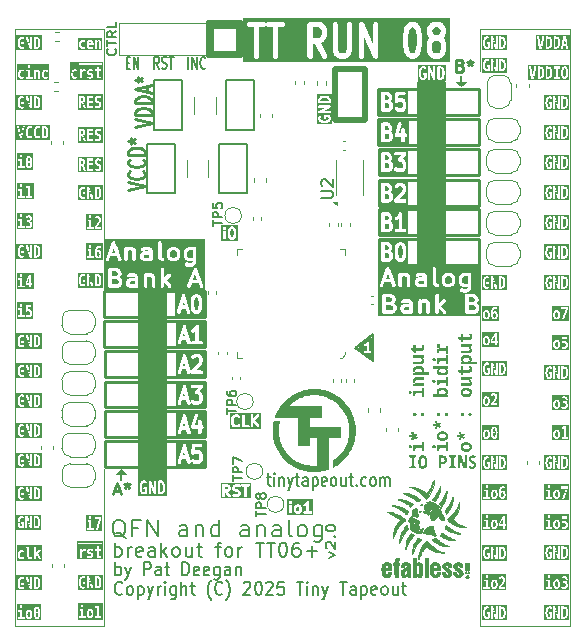
<source format=gbr>
%TF.GenerationSoftware,KiCad,Pcbnew,8.0.8-8.0.8-0~ubuntu22.04.1*%
%TF.CreationDate,2025-02-25T18:12:58-05:00*%
%TF.ProjectId,breakout-qfn,62726561-6b6f-4757-942d-71666e2e6b69,2.0*%
%TF.SameCoordinates,PX2b64660PY42c1d80*%
%TF.FileFunction,Legend,Top*%
%TF.FilePolarity,Positive*%
%FSLAX46Y46*%
G04 Gerber Fmt 4.6, Leading zero omitted, Abs format (unit mm)*
G04 Created by KiCad (PCBNEW 8.0.8-8.0.8-0~ubuntu22.04.1) date 2025-02-25 18:12:58*
%MOMM*%
%LPD*%
G01*
G04 APERTURE LIST*
%ADD10C,0.120000*%
%ADD11C,0.240000*%
%ADD12C,0.200000*%
%ADD13C,0.300000*%
%ADD14C,0.400000*%
%ADD15C,0.500000*%
%ADD16C,0.170000*%
%ADD17C,0.127000*%
%ADD18C,0.250000*%
%ADD19C,0.225000*%
%ADD20C,0.187500*%
%ADD21C,0.140000*%
%ADD22C,0.150000*%
%ADD23C,0.450000*%
%ADD24C,0.190000*%
%ADD25C,0.160000*%
%ADD26C,0.180000*%
%ADD27C,0.000000*%
%ADD28C,0.010000*%
G04 APERTURE END LIST*
D10*
X86427440Y-69500000D02*
X94000000Y-69500000D01*
X94000000Y-69500000D02*
X94000000Y-18972560D01*
D11*
X77850000Y-31700000D02*
X86350000Y-31700000D01*
X86350000Y-33900000D01*
X77850000Y-33900000D01*
X77850000Y-31700000D01*
D12*
X76950000Y-45300000D02*
X77200000Y-45300000D01*
D11*
X77850000Y-34200000D02*
X86350000Y-34200000D01*
X86350000Y-36400000D01*
X77850000Y-36400000D01*
X77850000Y-34200000D01*
D10*
X54572560Y-18972560D02*
X54572560Y-39500000D01*
D11*
X77000000Y-46770000D02*
X77250000Y-46770000D01*
X54650000Y-53800000D02*
X63150000Y-53800000D01*
X63150000Y-56000000D01*
X54650000Y-56000000D01*
X54650000Y-53800000D01*
D10*
X56400000Y-56600000D02*
X55600000Y-56600000D01*
X56000000Y-56200000D01*
X56400000Y-56600000D01*
G36*
X56400000Y-56600000D02*
G01*
X55600000Y-56600000D01*
X56000000Y-56200000D01*
X56400000Y-56600000D01*
G37*
X54572560Y-69500000D02*
X54572560Y-56200000D01*
X86427440Y-18972560D02*
X86427440Y-22500000D01*
D13*
X63350000Y-18400000D02*
X66150000Y-18400000D01*
X66150000Y-21200000D01*
X63350000Y-21200000D01*
X63350000Y-18400000D01*
D12*
X76440000Y-45640000D02*
X76440000Y-46240000D01*
D10*
X54572560Y-18972560D02*
X47000000Y-18972560D01*
D12*
X81150000Y-23400000D02*
X83450000Y-23400000D01*
X83450000Y-38900000D01*
X81150000Y-38900000D01*
X81150000Y-23400000D01*
G36*
X81150000Y-23400000D02*
G01*
X83450000Y-23400000D01*
X83450000Y-38900000D01*
X81150000Y-38900000D01*
X81150000Y-23400000D01*
G37*
X76900000Y-45200000D02*
X77300000Y-45200000D01*
D10*
X86427440Y-69500000D02*
X86427440Y-43200000D01*
D11*
X54650000Y-48800000D02*
X63150000Y-48800000D01*
X63150000Y-51000000D01*
X54650000Y-51000000D01*
X54650000Y-48800000D01*
D12*
X57550000Y-41100000D02*
X59850000Y-41100000D01*
X59850000Y-57000000D01*
X57550000Y-57000000D01*
X57550000Y-41100000D01*
G36*
X57550000Y-41100000D02*
G01*
X59850000Y-41100000D01*
X59850000Y-57000000D01*
X57550000Y-57000000D01*
X57550000Y-41100000D01*
G37*
D10*
X47000000Y-69500000D02*
X54572560Y-69500000D01*
D11*
X54600000Y-41100000D02*
X63100000Y-41100000D01*
X63100000Y-43300000D01*
X54600000Y-43300000D01*
X54600000Y-41100000D01*
D10*
X47000000Y-18972560D02*
X47000000Y-69500000D01*
D12*
X76710000Y-46610000D02*
X77232529Y-46611150D01*
D11*
X77850000Y-36700000D02*
X86350000Y-36700000D01*
X86350000Y-38900000D01*
X77850000Y-38900000D01*
X77850000Y-36700000D01*
X54650000Y-51300000D02*
X63150000Y-51300000D01*
X63150000Y-53500000D01*
X54650000Y-53500000D01*
X54650000Y-51300000D01*
D12*
X76280000Y-45735000D02*
X76280000Y-46185000D01*
D11*
X77800000Y-24000000D02*
X86300000Y-24000000D01*
X86300000Y-26200000D01*
X77800000Y-26200000D01*
X77800000Y-24000000D01*
X77800000Y-26600000D02*
X86300000Y-26600000D01*
X86300000Y-28800000D01*
X77800000Y-28800000D01*
X77800000Y-26600000D01*
D10*
X94000000Y-18972560D02*
X86427440Y-18972560D01*
D11*
X54600000Y-43700000D02*
X63100000Y-43700000D01*
X63100000Y-45900000D01*
X54600000Y-45900000D01*
X54600000Y-43700000D01*
X76975000Y-46600000D02*
X77225000Y-46600000D01*
D12*
X76660000Y-46500000D02*
X77260000Y-46500000D01*
X84800000Y-23500000D02*
X84800000Y-22900000D01*
D14*
X63605583Y-18661166D02*
X65894417Y-18661166D01*
X65894417Y-20950000D01*
X63605583Y-20950000D01*
X63605583Y-18661166D01*
D10*
X84800000Y-23800000D02*
X84400000Y-23400000D01*
X85200000Y-23400000D01*
X84800000Y-23800000D01*
G36*
X84800000Y-23800000D02*
G01*
X84400000Y-23400000D01*
X85200000Y-23400000D01*
X84800000Y-23800000D01*
G37*
D12*
X77300000Y-47100000D02*
X75800000Y-45950000D01*
X77300000Y-44800000D01*
X77300000Y-47100000D01*
D11*
X54650000Y-46200000D02*
X63150000Y-46200000D01*
X63150000Y-48400000D01*
X54650000Y-48400000D01*
X54650000Y-46200000D01*
D12*
X77300000Y-47000000D02*
X75900000Y-45950000D01*
X77300000Y-44900000D01*
X77300000Y-47000000D01*
D15*
X74150000Y-22300000D02*
X76650000Y-22300000D01*
X76650000Y-26700000D01*
X74150000Y-26700000D01*
X74150000Y-22300000D01*
D12*
X56000000Y-56500000D02*
X56000000Y-57100000D01*
X76110000Y-45950000D02*
X75900000Y-45950000D01*
D11*
X77850000Y-29100000D02*
X86350000Y-29100000D01*
X86350000Y-31300000D01*
X77850000Y-31300000D01*
X77850000Y-29100000D01*
D16*
X56473746Y-21794969D02*
X56700413Y-21794969D01*
X56797556Y-22318779D02*
X56473746Y-22318779D01*
X56473746Y-22318779D02*
X56473746Y-21318779D01*
X56473746Y-21318779D02*
X56797556Y-21318779D01*
X57088984Y-22318779D02*
X57088984Y-21318779D01*
X57088984Y-21318779D02*
X57477556Y-22318779D01*
X57477556Y-22318779D02*
X57477556Y-21318779D01*
X59226127Y-22318779D02*
X58999460Y-21842588D01*
X58837555Y-22318779D02*
X58837555Y-21318779D01*
X58837555Y-21318779D02*
X59096603Y-21318779D01*
X59096603Y-21318779D02*
X59161365Y-21366398D01*
X59161365Y-21366398D02*
X59193746Y-21414017D01*
X59193746Y-21414017D02*
X59226127Y-21509255D01*
X59226127Y-21509255D02*
X59226127Y-21652112D01*
X59226127Y-21652112D02*
X59193746Y-21747350D01*
X59193746Y-21747350D02*
X59161365Y-21794969D01*
X59161365Y-21794969D02*
X59096603Y-21842588D01*
X59096603Y-21842588D02*
X58837555Y-21842588D01*
X59485174Y-22271160D02*
X59582317Y-22318779D01*
X59582317Y-22318779D02*
X59744222Y-22318779D01*
X59744222Y-22318779D02*
X59808984Y-22271160D01*
X59808984Y-22271160D02*
X59841365Y-22223540D01*
X59841365Y-22223540D02*
X59873746Y-22128302D01*
X59873746Y-22128302D02*
X59873746Y-22033064D01*
X59873746Y-22033064D02*
X59841365Y-21937826D01*
X59841365Y-21937826D02*
X59808984Y-21890207D01*
X59808984Y-21890207D02*
X59744222Y-21842588D01*
X59744222Y-21842588D02*
X59614698Y-21794969D01*
X59614698Y-21794969D02*
X59549936Y-21747350D01*
X59549936Y-21747350D02*
X59517555Y-21699731D01*
X59517555Y-21699731D02*
X59485174Y-21604493D01*
X59485174Y-21604493D02*
X59485174Y-21509255D01*
X59485174Y-21509255D02*
X59517555Y-21414017D01*
X59517555Y-21414017D02*
X59549936Y-21366398D01*
X59549936Y-21366398D02*
X59614698Y-21318779D01*
X59614698Y-21318779D02*
X59776603Y-21318779D01*
X59776603Y-21318779D02*
X59873746Y-21366398D01*
X60068031Y-21318779D02*
X60456603Y-21318779D01*
X60262317Y-22318779D02*
X60262317Y-21318779D01*
X61719459Y-22318779D02*
X61719459Y-21318779D01*
X62043269Y-22318779D02*
X62043269Y-21318779D01*
X62043269Y-21318779D02*
X62431841Y-22318779D01*
X62431841Y-22318779D02*
X62431841Y-21318779D01*
X63144222Y-22223540D02*
X63111841Y-22271160D01*
X63111841Y-22271160D02*
X63014698Y-22318779D01*
X63014698Y-22318779D02*
X62949936Y-22318779D01*
X62949936Y-22318779D02*
X62852793Y-22271160D01*
X62852793Y-22271160D02*
X62788031Y-22175921D01*
X62788031Y-22175921D02*
X62755650Y-22080683D01*
X62755650Y-22080683D02*
X62723269Y-21890207D01*
X62723269Y-21890207D02*
X62723269Y-21747350D01*
X62723269Y-21747350D02*
X62755650Y-21556874D01*
X62755650Y-21556874D02*
X62788031Y-21461636D01*
X62788031Y-21461636D02*
X62852793Y-21366398D01*
X62852793Y-21366398D02*
X62949936Y-21318779D01*
X62949936Y-21318779D02*
X63014698Y-21318779D01*
X63014698Y-21318779D02*
X63111841Y-21366398D01*
X63111841Y-21366398D02*
X63144222Y-21414017D01*
D17*
G36*
X52710499Y-27580005D02*
G01*
X52750841Y-27588380D01*
X52786043Y-27611696D01*
X52794262Y-27622897D01*
X52810559Y-27669093D01*
X52814571Y-27719651D01*
X52814317Y-27733385D01*
X52807341Y-27784315D01*
X52785652Y-27827851D01*
X52771282Y-27840604D01*
X52731713Y-27856712D01*
X52690495Y-27860579D01*
X52614096Y-27860579D01*
X52614096Y-27579212D01*
X52690495Y-27579212D01*
X52710499Y-27580005D01*
G37*
G36*
X54447412Y-28565689D02*
G01*
X52340808Y-28565689D01*
X52340808Y-27579212D01*
X52451919Y-27579212D01*
X52451919Y-27860579D01*
X52451919Y-28438947D01*
X52614096Y-28438947D01*
X52614096Y-28032526D01*
X52665680Y-28032526D01*
X52690673Y-28038101D01*
X52723813Y-28065407D01*
X52748155Y-28103635D01*
X52767872Y-28149030D01*
X52779400Y-28179316D01*
X52878465Y-28438947D01*
X53056469Y-28438947D01*
X53144982Y-28438947D01*
X53655938Y-28438947D01*
X53655938Y-28267000D01*
X53306964Y-28267000D01*
X53306964Y-27970000D01*
X53622917Y-27970000D01*
X53622917Y-27798053D01*
X53306964Y-27798053D01*
X53306964Y-27691075D01*
X53797209Y-27691075D01*
X53797886Y-27717556D01*
X53804368Y-27772088D01*
X53817711Y-27819626D01*
X53840586Y-27864243D01*
X53859635Y-27888125D01*
X53893688Y-27919327D01*
X53931600Y-27946028D01*
X53970123Y-27968468D01*
X54006476Y-27986853D01*
X54086197Y-28024222D01*
X54118970Y-28044077D01*
X54149895Y-28077711D01*
X54164191Y-28106951D01*
X54171975Y-28156358D01*
X54171943Y-28160071D01*
X54163719Y-28209541D01*
X54138953Y-28249414D01*
X54125688Y-28260703D01*
X54087311Y-28277960D01*
X54046141Y-28282631D01*
X54005142Y-28279456D01*
X53963820Y-28269932D01*
X53925973Y-28255764D01*
X53910763Y-28248544D01*
X53872150Y-28226619D01*
X53836680Y-28202156D01*
X53800530Y-28173210D01*
X53800530Y-28376420D01*
X53807679Y-28381171D01*
X53843926Y-28402718D01*
X53881013Y-28420593D01*
X53918939Y-28434794D01*
X53957247Y-28445227D01*
X53999298Y-28452240D01*
X54041256Y-28454578D01*
X54068404Y-28453908D01*
X54110719Y-28449815D01*
X54149370Y-28442001D01*
X54190916Y-28427713D01*
X54227186Y-28408067D01*
X54262833Y-28378374D01*
X54287801Y-28347050D01*
X54310401Y-28303560D01*
X54325970Y-28252589D01*
X54333719Y-28202947D01*
X54336301Y-28147809D01*
X54334660Y-28106685D01*
X54327363Y-28056126D01*
X54312176Y-28005087D01*
X54289602Y-27960231D01*
X54283561Y-27951033D01*
X54255320Y-27916534D01*
X54220559Y-27885698D01*
X54184792Y-27861722D01*
X54144033Y-27840552D01*
X54074082Y-27807823D01*
X54052640Y-27797509D01*
X54013999Y-27775827D01*
X53978730Y-27746762D01*
X53965825Y-27726056D01*
X53956064Y-27676909D01*
X53962933Y-27631199D01*
X53987327Y-27592889D01*
X54000086Y-27582929D01*
X54037336Y-27567702D01*
X54077599Y-27563580D01*
X54104039Y-27565076D01*
X54143927Y-27572930D01*
X54184089Y-27587516D01*
X54217623Y-27604622D01*
X54254113Y-27628398D01*
X54290188Y-27657369D01*
X54290188Y-27454159D01*
X54255391Y-27436275D01*
X54216850Y-27420074D01*
X54178032Y-27407509D01*
X54146253Y-27399835D01*
X54107370Y-27393866D01*
X54064899Y-27391633D01*
X54019953Y-27394441D01*
X53978757Y-27402865D01*
X53941313Y-27416904D01*
X53902368Y-27440380D01*
X53868527Y-27471501D01*
X53847981Y-27497920D01*
X53825068Y-27539816D01*
X53808979Y-27587439D01*
X53799716Y-27640789D01*
X53797209Y-27691075D01*
X53306964Y-27691075D01*
X53306964Y-27579212D01*
X53655938Y-27579212D01*
X53655938Y-27407265D01*
X53144982Y-27407265D01*
X53144982Y-28438947D01*
X53056469Y-28438947D01*
X52907969Y-28068919D01*
X52888335Y-28023145D01*
X52864396Y-27981480D01*
X52858682Y-27974857D01*
X52822387Y-27952903D01*
X52836577Y-27950123D01*
X52875335Y-27936451D01*
X52911693Y-27911879D01*
X52940991Y-27877432D01*
X52952868Y-27856673D01*
X52970583Y-27808750D01*
X52979642Y-27758318D01*
X52982219Y-27707683D01*
X52981141Y-27669257D01*
X52975483Y-27616813D01*
X52962753Y-27563506D01*
X52943421Y-27518685D01*
X52913245Y-27477851D01*
X52894606Y-27461307D01*
X52855274Y-27437664D01*
X52814758Y-27422774D01*
X52776199Y-27414158D01*
X52733280Y-27408988D01*
X52686001Y-27407265D01*
X52451919Y-27407265D01*
X52451919Y-27579212D01*
X52340808Y-27579212D01*
X52340808Y-27280522D01*
X54447412Y-27280522D01*
X54447412Y-28565689D01*
G37*
G36*
X48862773Y-47553127D02*
G01*
X48902035Y-47565340D01*
X48937972Y-47590756D01*
X48965191Y-47628537D01*
X48967692Y-47633513D01*
X48984838Y-47680980D01*
X48995673Y-47733684D01*
X49001864Y-47787156D01*
X49004841Y-47837567D01*
X49005833Y-47893297D01*
X49005794Y-47904944D01*
X49004405Y-47959966D01*
X49001031Y-48009634D01*
X48994363Y-48062167D01*
X48982972Y-48113711D01*
X48965191Y-48159766D01*
X48941427Y-48194066D01*
X48906458Y-48220941D01*
X48868057Y-48234416D01*
X48828806Y-48238168D01*
X48784842Y-48238168D01*
X48784842Y-47550380D01*
X48828806Y-47550380D01*
X48862773Y-47553127D01*
G37*
G36*
X49285570Y-48536857D02*
G01*
X47153173Y-48536857D01*
X47153173Y-47894518D01*
X47264284Y-47894518D01*
X47264369Y-47910326D01*
X47266402Y-47971281D01*
X47271147Y-48028596D01*
X47278602Y-48082271D01*
X47288769Y-48132304D01*
X47305290Y-48189726D01*
X47326046Y-48241460D01*
X47351039Y-48287505D01*
X47362190Y-48304245D01*
X47392540Y-48341370D01*
X47426419Y-48371745D01*
X47463828Y-48395371D01*
X47504767Y-48412246D01*
X47549237Y-48422371D01*
X47597236Y-48425746D01*
X47636632Y-48423385D01*
X47678160Y-48415333D01*
X47693182Y-48410115D01*
X47939176Y-48410115D01*
X48082009Y-48410115D01*
X48082009Y-47660289D01*
X48311793Y-48410115D01*
X48484912Y-48410115D01*
X48484912Y-47550380D01*
X48622665Y-47550380D01*
X48622665Y-48238168D01*
X48622665Y-48410115D01*
X48796371Y-48410115D01*
X48844877Y-48408222D01*
X48889867Y-48402543D01*
X48931339Y-48393079D01*
X48978234Y-48375924D01*
X49019633Y-48352855D01*
X49055537Y-48323870D01*
X49085945Y-48288970D01*
X49101763Y-48264866D01*
X49124670Y-48218720D01*
X49143254Y-48165108D01*
X49155010Y-48116843D01*
X49164000Y-48063801D01*
X49170223Y-48005980D01*
X49173681Y-47943381D01*
X49174459Y-47893297D01*
X49174372Y-47876334D01*
X49172298Y-47811480D01*
X49167457Y-47751419D01*
X49159850Y-47696152D01*
X49149478Y-47645677D01*
X49132622Y-47589325D01*
X49111445Y-47540462D01*
X49085945Y-47499089D01*
X49080303Y-47491666D01*
X49048796Y-47458085D01*
X49011793Y-47430395D01*
X48969295Y-47408597D01*
X48931339Y-47395400D01*
X48889867Y-47385974D01*
X48844877Y-47380318D01*
X48796371Y-47378433D01*
X48622665Y-47378433D01*
X48622665Y-47550380D01*
X48484912Y-47550380D01*
X48484912Y-47378433D01*
X48341884Y-47378433D01*
X48341884Y-48128258D01*
X48113272Y-47378433D01*
X47939176Y-47378433D01*
X47939176Y-48410115D01*
X47693182Y-48410115D01*
X47717794Y-48401566D01*
X47752133Y-48384059D01*
X47787702Y-48359622D01*
X47820963Y-48329759D01*
X47820963Y-47863011D01*
X47568122Y-47863011D01*
X47568122Y-48034957D01*
X47679302Y-48034957D01*
X47679302Y-48230596D01*
X47649016Y-48248181D01*
X47644268Y-48249498D01*
X47605052Y-48253799D01*
X47574953Y-48250579D01*
X47535085Y-48233674D01*
X47501554Y-48202279D01*
X47477069Y-48162208D01*
X47471745Y-48150400D01*
X47455817Y-48103905D01*
X47444096Y-48049368D01*
X47437398Y-47996222D01*
X47434178Y-47947421D01*
X47433105Y-47894518D01*
X47433149Y-47883281D01*
X47434705Y-47829794D01*
X47438485Y-47780804D01*
X47445954Y-47727950D01*
X47458714Y-47674470D01*
X47478632Y-47624141D01*
X47500861Y-47589309D01*
X47535980Y-47557096D01*
X47573374Y-47540335D01*
X47616580Y-47534748D01*
X47636062Y-47535718D01*
X47676197Y-47544478D01*
X47713496Y-47562348D01*
X47732405Y-47575613D01*
X47764894Y-47607132D01*
X47791849Y-47644169D01*
X47791849Y-47425327D01*
X47775955Y-47414468D01*
X47740059Y-47394357D01*
X47702163Y-47378921D01*
X47684222Y-47373443D01*
X47644927Y-47365462D01*
X47605052Y-47362801D01*
X47584668Y-47363334D01*
X47536367Y-47369334D01*
X47491864Y-47382001D01*
X47451157Y-47401334D01*
X47414248Y-47427334D01*
X47381136Y-47460000D01*
X47351821Y-47499333D01*
X47341221Y-47516876D01*
X47317712Y-47564909D01*
X47298478Y-47618905D01*
X47286168Y-47666395D01*
X47276594Y-47717701D01*
X47269755Y-47772824D01*
X47265652Y-47831763D01*
X47264284Y-47894518D01*
X47153173Y-47894518D01*
X47153173Y-47251690D01*
X49285570Y-47251690D01*
X49285570Y-48536857D01*
G37*
G36*
X48586058Y-43485927D02*
G01*
X47167437Y-43485927D01*
X47167437Y-43202869D01*
X47278548Y-43202869D01*
X47278548Y-43359185D01*
X47840307Y-43359185D01*
X47840307Y-43202869D01*
X47640223Y-43202869D01*
X47640223Y-43140343D01*
X47952267Y-43140343D01*
X47952267Y-43327921D01*
X47983626Y-43340183D01*
X48021449Y-43352651D01*
X48062079Y-43363092D01*
X48088970Y-43368221D01*
X48129032Y-43373167D01*
X48168764Y-43374816D01*
X48194837Y-43374000D01*
X48235956Y-43369015D01*
X48281444Y-43357051D01*
X48322729Y-43338561D01*
X48359810Y-43313545D01*
X48392686Y-43282004D01*
X48402647Y-43270141D01*
X48428675Y-43231415D01*
X48448919Y-43187984D01*
X48463379Y-43139847D01*
X48472055Y-43087004D01*
X48474947Y-43029457D01*
X48474651Y-43010659D01*
X48470209Y-42956947D01*
X48460436Y-42907253D01*
X48445333Y-42861578D01*
X48424899Y-42819921D01*
X48399134Y-42782283D01*
X48389477Y-42770748D01*
X48358333Y-42740609D01*
X48323934Y-42717167D01*
X48286279Y-42700423D01*
X48245367Y-42690377D01*
X48201200Y-42687028D01*
X48193385Y-42687141D01*
X48153328Y-42691669D01*
X48149139Y-42692540D01*
X48111123Y-42705835D01*
X48111123Y-42499450D01*
X48425512Y-42499450D01*
X48425512Y-42327503D01*
X47979818Y-42327503D01*
X47979818Y-42905870D01*
X47990940Y-42900191D01*
X48029628Y-42883201D01*
X48067941Y-42870699D01*
X48073410Y-42869279D01*
X48114334Y-42861551D01*
X48155087Y-42858975D01*
X48198245Y-42863555D01*
X48239064Y-42879171D01*
X48272909Y-42905870D01*
X48294350Y-42934564D01*
X48312023Y-42980457D01*
X48317264Y-43030189D01*
X48314480Y-43069818D01*
X48299862Y-43119872D01*
X48272714Y-43158661D01*
X48260932Y-43169022D01*
X48221890Y-43190392D01*
X48182698Y-43200106D01*
X48142386Y-43202869D01*
X48124288Y-43202320D01*
X48085075Y-43197358D01*
X48045861Y-43187238D01*
X48027926Y-43180826D01*
X47989677Y-43163164D01*
X47952267Y-43140343D01*
X47640223Y-43140343D01*
X47640223Y-42593239D01*
X47321535Y-42593239D01*
X47321535Y-42749554D01*
X47479218Y-42749554D01*
X47479218Y-43202869D01*
X47278548Y-43202869D01*
X47167437Y-43202869D01*
X47167437Y-42452555D01*
X47479218Y-42452555D01*
X47640223Y-42452555D01*
X47640223Y-42218082D01*
X47479218Y-42218082D01*
X47479218Y-42452555D01*
X47167437Y-42452555D01*
X47167437Y-42106971D01*
X48586058Y-42106971D01*
X48586058Y-43485927D01*
G37*
D18*
X56615666Y-32590288D02*
X58015666Y-32256955D01*
X58015666Y-32256955D02*
X56615666Y-31923622D01*
X57882333Y-31018860D02*
X57949000Y-31066479D01*
X57949000Y-31066479D02*
X58015666Y-31209336D01*
X58015666Y-31209336D02*
X58015666Y-31304574D01*
X58015666Y-31304574D02*
X57949000Y-31447431D01*
X57949000Y-31447431D02*
X57815666Y-31542669D01*
X57815666Y-31542669D02*
X57682333Y-31590288D01*
X57682333Y-31590288D02*
X57415666Y-31637907D01*
X57415666Y-31637907D02*
X57215666Y-31637907D01*
X57215666Y-31637907D02*
X56949000Y-31590288D01*
X56949000Y-31590288D02*
X56815666Y-31542669D01*
X56815666Y-31542669D02*
X56682333Y-31447431D01*
X56682333Y-31447431D02*
X56615666Y-31304574D01*
X56615666Y-31304574D02*
X56615666Y-31209336D01*
X56615666Y-31209336D02*
X56682333Y-31066479D01*
X56682333Y-31066479D02*
X56749000Y-31018860D01*
X57882333Y-30018860D02*
X57949000Y-30066479D01*
X57949000Y-30066479D02*
X58015666Y-30209336D01*
X58015666Y-30209336D02*
X58015666Y-30304574D01*
X58015666Y-30304574D02*
X57949000Y-30447431D01*
X57949000Y-30447431D02*
X57815666Y-30542669D01*
X57815666Y-30542669D02*
X57682333Y-30590288D01*
X57682333Y-30590288D02*
X57415666Y-30637907D01*
X57415666Y-30637907D02*
X57215666Y-30637907D01*
X57215666Y-30637907D02*
X56949000Y-30590288D01*
X56949000Y-30590288D02*
X56815666Y-30542669D01*
X56815666Y-30542669D02*
X56682333Y-30447431D01*
X56682333Y-30447431D02*
X56615666Y-30304574D01*
X56615666Y-30304574D02*
X56615666Y-30209336D01*
X56615666Y-30209336D02*
X56682333Y-30066479D01*
X56682333Y-30066479D02*
X56749000Y-30018860D01*
X58015666Y-29590288D02*
X56615666Y-29590288D01*
X56615666Y-29590288D02*
X56615666Y-29352193D01*
X56615666Y-29352193D02*
X56682333Y-29209336D01*
X56682333Y-29209336D02*
X56815666Y-29114098D01*
X56815666Y-29114098D02*
X56949000Y-29066479D01*
X56949000Y-29066479D02*
X57215666Y-29018860D01*
X57215666Y-29018860D02*
X57415666Y-29018860D01*
X57415666Y-29018860D02*
X57682333Y-29066479D01*
X57682333Y-29066479D02*
X57815666Y-29114098D01*
X57815666Y-29114098D02*
X57949000Y-29209336D01*
X57949000Y-29209336D02*
X58015666Y-29352193D01*
X58015666Y-29352193D02*
X58015666Y-29590288D01*
X56615666Y-28447431D02*
X56949000Y-28447431D01*
X56815666Y-28685526D02*
X56949000Y-28447431D01*
X56949000Y-28447431D02*
X56815666Y-28209336D01*
X57215666Y-28590288D02*
X56949000Y-28447431D01*
X56949000Y-28447431D02*
X57215666Y-28304574D01*
D17*
G36*
X87639863Y-60638737D02*
G01*
X87675199Y-60659735D01*
X87703391Y-60698729D01*
X87712904Y-60719955D01*
X87727093Y-60769777D01*
X87734349Y-60823019D01*
X87736413Y-60877027D01*
X87735606Y-60911519D01*
X87730963Y-60961596D01*
X87720805Y-61010416D01*
X87703391Y-61055324D01*
X87685390Y-61083320D01*
X87652436Y-61110317D01*
X87612337Y-61119316D01*
X87588221Y-61116254D01*
X87549735Y-61094319D01*
X87521479Y-61055324D01*
X87512022Y-61034098D01*
X87497917Y-60984277D01*
X87490704Y-60931035D01*
X87488653Y-60877027D01*
X87489454Y-60842535D01*
X87494070Y-60792457D01*
X87504168Y-60743638D01*
X87521479Y-60698729D01*
X87539541Y-60670733D01*
X87572449Y-60643737D01*
X87612337Y-60634738D01*
X87639863Y-60638737D01*
G37*
G36*
X88328848Y-60869211D02*
G01*
X88121730Y-60869211D01*
X88328848Y-60457418D01*
X88328848Y-60869211D01*
G37*
G36*
X88685570Y-61386742D02*
G01*
X86567437Y-61386742D01*
X86567437Y-61103684D01*
X86678548Y-61103684D01*
X86678548Y-61260000D01*
X87240307Y-61260000D01*
X87240307Y-61103684D01*
X87040223Y-61103684D01*
X87040223Y-60877027D01*
X87327648Y-60877027D01*
X87328854Y-60921754D01*
X87333753Y-60974314D01*
X87342421Y-61023153D01*
X87357797Y-61076848D01*
X87378599Y-61125185D01*
X87404829Y-61168164D01*
X87419767Y-61187370D01*
X87452447Y-61220113D01*
X87488863Y-61245301D01*
X87529017Y-61262932D01*
X87572907Y-61273007D01*
X87612337Y-61275631D01*
X87628468Y-61275211D01*
X87674351Y-61268914D01*
X87716469Y-61255061D01*
X87754822Y-61233652D01*
X87789412Y-61204686D01*
X87820237Y-61168164D01*
X87842471Y-61132720D01*
X87864179Y-61085276D01*
X87880459Y-61032474D01*
X87889880Y-60984379D01*
X87895533Y-60932563D01*
X87897418Y-60877027D01*
X87896489Y-60842588D01*
X88003517Y-60842588D01*
X88003517Y-60869211D01*
X88003517Y-61041158D01*
X88328848Y-61041158D01*
X88328848Y-61260000D01*
X88484382Y-61260000D01*
X88484382Y-61041158D01*
X88574459Y-61041158D01*
X88574459Y-60869211D01*
X88484382Y-60869211D01*
X88484382Y-60228318D01*
X88314584Y-60228318D01*
X88003517Y-60842588D01*
X87896489Y-60842588D01*
X87896212Y-60832300D01*
X87891312Y-60779740D01*
X87882645Y-60730901D01*
X87867269Y-60677206D01*
X87846466Y-60628868D01*
X87820237Y-60585889D01*
X87805295Y-60566684D01*
X87772588Y-60533940D01*
X87736116Y-60508752D01*
X87695880Y-60491121D01*
X87651880Y-60481046D01*
X87612337Y-60478422D01*
X87596254Y-60478842D01*
X87550495Y-60485139D01*
X87508473Y-60498992D01*
X87470188Y-60520402D01*
X87435640Y-60549367D01*
X87404829Y-60585889D01*
X87382594Y-60621333D01*
X87360887Y-60668777D01*
X87344606Y-60721580D01*
X87335185Y-60769674D01*
X87329532Y-60821490D01*
X87327648Y-60877027D01*
X87040223Y-60877027D01*
X87040223Y-60494054D01*
X86721535Y-60494054D01*
X86721535Y-60650369D01*
X86879218Y-60650369D01*
X86879218Y-61103684D01*
X86678548Y-61103684D01*
X86567437Y-61103684D01*
X86567437Y-60353370D01*
X86879218Y-60353370D01*
X87040223Y-60353370D01*
X87040223Y-60118897D01*
X86879218Y-60118897D01*
X86879218Y-60353370D01*
X86567437Y-60353370D01*
X86567437Y-60007786D01*
X88685570Y-60007786D01*
X88685570Y-61386742D01*
G37*
G36*
X54430414Y-61441111D02*
G01*
X53019999Y-61441111D01*
X53019999Y-61173684D01*
X53131110Y-61173684D01*
X53131110Y-61330000D01*
X53692869Y-61330000D01*
X53692869Y-61173684D01*
X53492785Y-61173684D01*
X53492785Y-60564054D01*
X53174097Y-60564054D01*
X53174097Y-60720369D01*
X53331780Y-60720369D01*
X53331780Y-61173684D01*
X53131110Y-61173684D01*
X53019999Y-61173684D01*
X53019999Y-60470265D01*
X53800531Y-60470265D01*
X54142862Y-60470265D01*
X53875758Y-61330000D01*
X54041257Y-61330000D01*
X54319303Y-60442665D01*
X54319303Y-60298318D01*
X53800531Y-60298318D01*
X53800531Y-60470265D01*
X53019999Y-60470265D01*
X53019999Y-60423370D01*
X53331780Y-60423370D01*
X53492785Y-60423370D01*
X53492785Y-60188897D01*
X53331780Y-60188897D01*
X53331780Y-60423370D01*
X53019999Y-60423370D01*
X53019999Y-60077786D01*
X54430414Y-60077786D01*
X54430414Y-61441111D01*
G37*
G36*
X54041615Y-39873012D02*
G01*
X54080877Y-39885225D01*
X54116814Y-39910641D01*
X54144033Y-39948422D01*
X54146534Y-39953398D01*
X54163680Y-40000865D01*
X54174515Y-40053569D01*
X54180706Y-40107041D01*
X54183683Y-40157452D01*
X54184675Y-40213182D01*
X54184636Y-40224829D01*
X54183247Y-40279851D01*
X54179873Y-40329519D01*
X54173205Y-40382052D01*
X54161814Y-40433596D01*
X54144033Y-40479651D01*
X54120269Y-40513951D01*
X54085300Y-40540826D01*
X54046899Y-40554301D01*
X54007648Y-40558053D01*
X53963684Y-40558053D01*
X53963684Y-39870265D01*
X54007648Y-39870265D01*
X54041615Y-39873012D01*
G37*
G36*
X54464412Y-40856742D02*
G01*
X52332015Y-40856742D01*
X52332015Y-40214403D01*
X52443126Y-40214403D01*
X52443211Y-40230211D01*
X52445244Y-40291166D01*
X52449989Y-40348481D01*
X52457444Y-40402156D01*
X52467611Y-40452189D01*
X52484132Y-40509611D01*
X52504888Y-40561345D01*
X52529881Y-40607390D01*
X52541032Y-40624130D01*
X52571382Y-40661255D01*
X52605261Y-40691630D01*
X52642670Y-40715256D01*
X52683609Y-40732131D01*
X52728079Y-40742256D01*
X52776078Y-40745631D01*
X52815474Y-40743270D01*
X52857002Y-40735218D01*
X52872024Y-40730000D01*
X53118018Y-40730000D01*
X53260851Y-40730000D01*
X53260851Y-39980174D01*
X53490635Y-40730000D01*
X53663754Y-40730000D01*
X53663754Y-39870265D01*
X53801507Y-39870265D01*
X53801507Y-40558053D01*
X53801507Y-40730000D01*
X53975213Y-40730000D01*
X54023719Y-40728107D01*
X54068709Y-40722428D01*
X54110181Y-40712964D01*
X54157076Y-40695809D01*
X54198475Y-40672740D01*
X54234379Y-40643755D01*
X54264787Y-40608855D01*
X54280605Y-40584751D01*
X54303512Y-40538605D01*
X54322096Y-40484993D01*
X54333852Y-40436728D01*
X54342842Y-40383686D01*
X54349065Y-40325865D01*
X54352523Y-40263266D01*
X54353301Y-40213182D01*
X54353214Y-40196219D01*
X54351140Y-40131365D01*
X54346299Y-40071304D01*
X54338692Y-40016037D01*
X54328320Y-39965562D01*
X54311464Y-39909210D01*
X54290287Y-39860347D01*
X54264787Y-39818974D01*
X54259145Y-39811551D01*
X54227638Y-39777970D01*
X54190635Y-39750280D01*
X54148137Y-39728482D01*
X54110181Y-39715285D01*
X54068709Y-39705859D01*
X54023719Y-39700203D01*
X53975213Y-39698318D01*
X53801507Y-39698318D01*
X53801507Y-39870265D01*
X53663754Y-39870265D01*
X53663754Y-39698318D01*
X53520726Y-39698318D01*
X53520726Y-40448143D01*
X53292114Y-39698318D01*
X53118018Y-39698318D01*
X53118018Y-40730000D01*
X52872024Y-40730000D01*
X52896636Y-40721451D01*
X52930975Y-40703944D01*
X52966544Y-40679507D01*
X52999805Y-40649644D01*
X52999805Y-40182896D01*
X52746964Y-40182896D01*
X52746964Y-40354842D01*
X52858144Y-40354842D01*
X52858144Y-40550481D01*
X52827858Y-40568066D01*
X52823110Y-40569383D01*
X52783894Y-40573684D01*
X52753795Y-40570464D01*
X52713927Y-40553559D01*
X52680396Y-40522164D01*
X52655911Y-40482093D01*
X52650587Y-40470285D01*
X52634659Y-40423790D01*
X52622938Y-40369253D01*
X52616240Y-40316107D01*
X52613020Y-40267306D01*
X52611947Y-40214403D01*
X52611991Y-40203166D01*
X52613547Y-40149679D01*
X52617327Y-40100689D01*
X52624796Y-40047835D01*
X52637556Y-39994355D01*
X52657474Y-39944026D01*
X52679703Y-39909194D01*
X52714822Y-39876981D01*
X52752216Y-39860220D01*
X52795422Y-39854633D01*
X52814904Y-39855603D01*
X52855039Y-39864363D01*
X52892338Y-39882233D01*
X52911247Y-39895498D01*
X52943736Y-39927017D01*
X52970691Y-39964054D01*
X52970691Y-39745212D01*
X52954797Y-39734353D01*
X52918901Y-39714242D01*
X52881005Y-39698806D01*
X52863064Y-39693328D01*
X52823769Y-39685347D01*
X52783894Y-39682686D01*
X52763510Y-39683219D01*
X52715209Y-39689219D01*
X52670706Y-39701886D01*
X52629999Y-39721219D01*
X52593090Y-39747219D01*
X52559978Y-39779885D01*
X52530663Y-39819218D01*
X52520063Y-39836761D01*
X52496554Y-39884794D01*
X52477320Y-39938790D01*
X52465010Y-39986280D01*
X52455436Y-40037586D01*
X52448597Y-40092709D01*
X52444494Y-40151648D01*
X52443126Y-40214403D01*
X52332015Y-40214403D01*
X52332015Y-39571575D01*
X54464412Y-39571575D01*
X54464412Y-40856742D01*
G37*
G36*
X49536492Y-27349407D02*
G01*
X49575754Y-27361620D01*
X49611691Y-27387036D01*
X49638911Y-27424817D01*
X49641411Y-27429793D01*
X49658557Y-27477260D01*
X49669392Y-27529964D01*
X49675584Y-27583436D01*
X49678561Y-27633847D01*
X49679553Y-27689577D01*
X49679513Y-27701224D01*
X49678124Y-27756246D01*
X49674750Y-27805914D01*
X49668083Y-27858447D01*
X49656692Y-27909991D01*
X49638911Y-27956046D01*
X49615146Y-27990346D01*
X49580178Y-28017221D01*
X49541777Y-28030696D01*
X49502526Y-28034448D01*
X49458562Y-28034448D01*
X49458562Y-27346660D01*
X49502526Y-27346660D01*
X49536492Y-27349407D01*
G37*
G36*
X49959289Y-28333137D02*
G01*
X47120152Y-28333137D01*
X47120152Y-27174713D01*
X47231263Y-27174713D01*
X47426461Y-28206395D01*
X47651165Y-28206395D01*
X47748718Y-27690798D01*
X47957348Y-27690798D01*
X47957433Y-27706814D01*
X47959480Y-27768505D01*
X47964257Y-27826394D01*
X47971762Y-27880482D01*
X47981998Y-27930770D01*
X47998630Y-27988284D01*
X48019527Y-28039859D01*
X48044689Y-28085494D01*
X48061756Y-28109894D01*
X48093269Y-28145227D01*
X48128617Y-28173893D01*
X48167801Y-28195893D01*
X48210820Y-28211226D01*
X48257675Y-28219893D01*
X48297920Y-28222026D01*
X48306637Y-28221923D01*
X48346270Y-28218717D01*
X48386824Y-28210302D01*
X48392109Y-28208791D01*
X48430772Y-28194537D01*
X48467718Y-28175131D01*
X48467718Y-27956290D01*
X48454713Y-27970847D01*
X48421480Y-28002778D01*
X48386629Y-28027609D01*
X48384172Y-28028991D01*
X48346720Y-28044461D01*
X48305540Y-28050079D01*
X48273733Y-28046893D01*
X48231767Y-28030169D01*
X48196693Y-27999109D01*
X48171304Y-27959465D01*
X48163203Y-27941665D01*
X48147399Y-27894187D01*
X48137306Y-27846869D01*
X48130400Y-27793437D01*
X48127080Y-27744240D01*
X48125973Y-27690798D01*
X48631067Y-27690798D01*
X48631152Y-27706814D01*
X48633200Y-27768505D01*
X48637976Y-27826394D01*
X48645482Y-27880482D01*
X48655717Y-27930770D01*
X48672350Y-27988284D01*
X48693247Y-28039859D01*
X48718408Y-28085494D01*
X48735475Y-28109894D01*
X48766988Y-28145227D01*
X48802337Y-28173893D01*
X48841521Y-28195893D01*
X48884540Y-28211226D01*
X48931394Y-28219893D01*
X48971639Y-28222026D01*
X48980356Y-28221923D01*
X49019989Y-28218717D01*
X49060544Y-28210302D01*
X49065829Y-28208791D01*
X49104491Y-28194537D01*
X49141437Y-28175131D01*
X49141437Y-27956290D01*
X49128432Y-27970847D01*
X49095200Y-28002778D01*
X49060348Y-28027609D01*
X49057891Y-28028991D01*
X49020439Y-28044461D01*
X48979260Y-28050079D01*
X48947453Y-28046893D01*
X48905486Y-28030169D01*
X48870413Y-27999109D01*
X48845024Y-27959465D01*
X48836923Y-27941665D01*
X48821119Y-27894187D01*
X48811025Y-27846869D01*
X48804119Y-27793437D01*
X48800799Y-27744240D01*
X48799692Y-27690798D01*
X48799737Y-27679725D01*
X48801286Y-27626936D01*
X48806067Y-27569257D01*
X48814036Y-27517759D01*
X48827361Y-27465493D01*
X48845024Y-27421642D01*
X48863555Y-27390848D01*
X48897096Y-27356602D01*
X48937531Y-27336692D01*
X48979260Y-27331028D01*
X48981871Y-27331050D01*
X49022971Y-27337439D01*
X49060348Y-27353743D01*
X49077652Y-27364824D01*
X49110433Y-27392039D01*
X49141437Y-27424817D01*
X49141437Y-27346660D01*
X49296385Y-27346660D01*
X49296385Y-28034448D01*
X49296385Y-28206395D01*
X49470090Y-28206395D01*
X49518597Y-28204502D01*
X49563586Y-28198823D01*
X49605059Y-28189359D01*
X49651953Y-28172204D01*
X49693353Y-28149135D01*
X49729256Y-28120150D01*
X49759665Y-28085250D01*
X49775483Y-28061146D01*
X49798389Y-28015000D01*
X49816974Y-27961388D01*
X49828729Y-27913123D01*
X49837719Y-27860081D01*
X49843943Y-27802260D01*
X49847400Y-27739661D01*
X49848178Y-27689577D01*
X49848092Y-27672614D01*
X49846017Y-27607760D01*
X49841177Y-27547699D01*
X49833570Y-27492432D01*
X49823197Y-27441957D01*
X49806342Y-27385605D01*
X49785164Y-27336742D01*
X49759665Y-27295369D01*
X49754023Y-27287946D01*
X49722515Y-27254365D01*
X49685512Y-27226675D01*
X49643014Y-27204877D01*
X49605059Y-27191680D01*
X49563586Y-27182254D01*
X49518597Y-27176598D01*
X49470090Y-27174713D01*
X49296385Y-27174713D01*
X49296385Y-27346660D01*
X49141437Y-27346660D01*
X49141437Y-27205976D01*
X49136750Y-27203091D01*
X49100185Y-27184372D01*
X49061130Y-27170805D01*
X49053072Y-27168710D01*
X49011753Y-27161325D01*
X48971639Y-27159081D01*
X48951210Y-27159614D01*
X48902821Y-27165614D01*
X48858268Y-27178281D01*
X48817550Y-27197614D01*
X48780667Y-27223614D01*
X48747620Y-27256280D01*
X48718408Y-27295613D01*
X48707832Y-27313156D01*
X48684376Y-27361189D01*
X48665185Y-27415185D01*
X48652903Y-27462675D01*
X48643350Y-27513981D01*
X48636526Y-27569104D01*
X48632432Y-27628043D01*
X48631067Y-27690798D01*
X48125973Y-27690798D01*
X48126017Y-27679725D01*
X48127567Y-27626936D01*
X48132348Y-27569257D01*
X48140316Y-27517759D01*
X48153641Y-27465493D01*
X48171304Y-27421642D01*
X48189836Y-27390848D01*
X48223377Y-27356602D01*
X48263811Y-27336692D01*
X48305540Y-27331028D01*
X48308151Y-27331050D01*
X48349251Y-27337439D01*
X48386629Y-27353743D01*
X48403933Y-27364824D01*
X48436714Y-27392039D01*
X48467718Y-27424817D01*
X48467718Y-27205976D01*
X48463030Y-27203091D01*
X48426466Y-27184372D01*
X48387411Y-27170805D01*
X48379353Y-27168710D01*
X48338034Y-27161325D01*
X48297920Y-27159081D01*
X48277491Y-27159614D01*
X48229102Y-27165614D01*
X48184549Y-27178281D01*
X48143831Y-27197614D01*
X48106948Y-27223614D01*
X48073901Y-27256280D01*
X48044689Y-27295613D01*
X48034112Y-27313156D01*
X48010657Y-27361189D01*
X47991465Y-27415185D01*
X47979183Y-27462675D01*
X47969630Y-27513981D01*
X47962807Y-27569104D01*
X47958712Y-27628043D01*
X47957348Y-27690798D01*
X47748718Y-27690798D01*
X47846364Y-27174713D01*
X47683014Y-27174713D01*
X47538618Y-28036401D01*
X47394612Y-27174713D01*
X47231263Y-27174713D01*
X47120152Y-27174713D01*
X47120152Y-27047970D01*
X49959289Y-27047970D01*
X49959289Y-28333137D01*
G37*
G36*
X48862773Y-37451267D02*
G01*
X48902035Y-37463480D01*
X48937972Y-37488896D01*
X48965191Y-37526677D01*
X48967692Y-37531653D01*
X48984838Y-37579120D01*
X48995673Y-37631824D01*
X49001864Y-37685296D01*
X49004841Y-37735707D01*
X49005833Y-37791437D01*
X49005794Y-37803084D01*
X49004405Y-37858106D01*
X49001031Y-37907774D01*
X48994363Y-37960307D01*
X48982972Y-38011851D01*
X48965191Y-38057906D01*
X48941427Y-38092206D01*
X48906458Y-38119081D01*
X48868057Y-38132556D01*
X48828806Y-38136308D01*
X48784842Y-38136308D01*
X48784842Y-37448520D01*
X48828806Y-37448520D01*
X48862773Y-37451267D01*
G37*
G36*
X49285570Y-38434997D02*
G01*
X47153173Y-38434997D01*
X47153173Y-37792658D01*
X47264284Y-37792658D01*
X47264369Y-37808466D01*
X47266402Y-37869421D01*
X47271147Y-37926736D01*
X47278602Y-37980411D01*
X47288769Y-38030444D01*
X47305290Y-38087866D01*
X47326046Y-38139600D01*
X47351039Y-38185645D01*
X47362190Y-38202385D01*
X47392540Y-38239510D01*
X47426419Y-38269885D01*
X47463828Y-38293511D01*
X47504767Y-38310386D01*
X47549237Y-38320511D01*
X47597236Y-38323886D01*
X47636632Y-38321525D01*
X47678160Y-38313473D01*
X47693182Y-38308255D01*
X47939176Y-38308255D01*
X48082009Y-38308255D01*
X48082009Y-37558429D01*
X48311793Y-38308255D01*
X48484912Y-38308255D01*
X48484912Y-37448520D01*
X48622665Y-37448520D01*
X48622665Y-38136308D01*
X48622665Y-38308255D01*
X48796371Y-38308255D01*
X48844877Y-38306362D01*
X48889867Y-38300683D01*
X48931339Y-38291219D01*
X48978234Y-38274064D01*
X49019633Y-38250995D01*
X49055537Y-38222010D01*
X49085945Y-38187110D01*
X49101763Y-38163006D01*
X49124670Y-38116860D01*
X49143254Y-38063248D01*
X49155010Y-38014983D01*
X49164000Y-37961941D01*
X49170223Y-37904120D01*
X49173681Y-37841521D01*
X49174459Y-37791437D01*
X49174372Y-37774474D01*
X49172298Y-37709620D01*
X49167457Y-37649559D01*
X49159850Y-37594292D01*
X49149478Y-37543817D01*
X49132622Y-37487465D01*
X49111445Y-37438602D01*
X49085945Y-37397229D01*
X49080303Y-37389806D01*
X49048796Y-37356225D01*
X49011793Y-37328535D01*
X48969295Y-37306737D01*
X48931339Y-37293540D01*
X48889867Y-37284114D01*
X48844877Y-37278458D01*
X48796371Y-37276573D01*
X48622665Y-37276573D01*
X48622665Y-37448520D01*
X48484912Y-37448520D01*
X48484912Y-37276573D01*
X48341884Y-37276573D01*
X48341884Y-38026398D01*
X48113272Y-37276573D01*
X47939176Y-37276573D01*
X47939176Y-38308255D01*
X47693182Y-38308255D01*
X47717794Y-38299706D01*
X47752133Y-38282199D01*
X47787702Y-38257762D01*
X47820963Y-38227899D01*
X47820963Y-37761151D01*
X47568122Y-37761151D01*
X47568122Y-37933097D01*
X47679302Y-37933097D01*
X47679302Y-38128736D01*
X47649016Y-38146321D01*
X47644268Y-38147638D01*
X47605052Y-38151939D01*
X47574953Y-38148719D01*
X47535085Y-38131814D01*
X47501554Y-38100419D01*
X47477069Y-38060348D01*
X47471745Y-38048540D01*
X47455817Y-38002045D01*
X47444096Y-37947508D01*
X47437398Y-37894362D01*
X47434178Y-37845561D01*
X47433105Y-37792658D01*
X47433149Y-37781421D01*
X47434705Y-37727934D01*
X47438485Y-37678944D01*
X47445954Y-37626090D01*
X47458714Y-37572610D01*
X47478632Y-37522281D01*
X47500861Y-37487449D01*
X47535980Y-37455236D01*
X47573374Y-37438475D01*
X47616580Y-37432888D01*
X47636062Y-37433858D01*
X47676197Y-37442618D01*
X47713496Y-37460488D01*
X47732405Y-37473753D01*
X47764894Y-37505272D01*
X47791849Y-37542309D01*
X47791849Y-37323467D01*
X47775955Y-37312608D01*
X47740059Y-37292497D01*
X47702163Y-37277061D01*
X47684222Y-37271583D01*
X47644927Y-37263602D01*
X47605052Y-37260941D01*
X47584668Y-37261474D01*
X47536367Y-37267474D01*
X47491864Y-37280141D01*
X47451157Y-37299474D01*
X47414248Y-37325474D01*
X47381136Y-37358140D01*
X47351821Y-37397473D01*
X47341221Y-37415016D01*
X47317712Y-37463049D01*
X47298478Y-37517045D01*
X47286168Y-37564535D01*
X47276594Y-37615841D01*
X47269755Y-37670964D01*
X47265652Y-37729903D01*
X47264284Y-37792658D01*
X47153173Y-37792658D01*
X47153173Y-37149830D01*
X49285570Y-37149830D01*
X49285570Y-38434997D01*
G37*
D19*
G36*
X65024240Y-57713471D02*
G01*
X65041281Y-57730511D01*
X65064097Y-57776142D01*
X65064097Y-57851599D01*
X65041281Y-57897230D01*
X65024240Y-57914270D01*
X64978611Y-57937085D01*
X64774811Y-57937085D01*
X64774811Y-57690657D01*
X64978611Y-57690657D01*
X65024240Y-57713471D01*
G37*
G36*
X67028007Y-58703157D02*
G01*
X64437311Y-58703157D01*
X64437311Y-57578157D01*
X64549811Y-57578157D01*
X64549811Y-58478157D01*
X64551973Y-58500105D01*
X64568771Y-58540659D01*
X64599809Y-58571697D01*
X64640363Y-58588495D01*
X64684259Y-58588495D01*
X64724813Y-58571697D01*
X64755851Y-58540659D01*
X64772649Y-58500105D01*
X64774811Y-58478157D01*
X64774811Y-58162085D01*
X64818023Y-58162085D01*
X65084434Y-58542672D01*
X65098791Y-58559412D01*
X65135809Y-58583003D01*
X65179035Y-58590631D01*
X65221891Y-58581136D01*
X65257852Y-58555963D01*
X65281443Y-58518946D01*
X65289071Y-58475719D01*
X65279576Y-58432863D01*
X65268761Y-58413643D01*
X65076869Y-58139512D01*
X65141194Y-58107351D01*
X65150640Y-58101404D01*
X65153384Y-58100268D01*
X65156474Y-58097731D01*
X65159858Y-58095602D01*
X65161802Y-58093359D01*
X65170433Y-58086278D01*
X65213290Y-58043420D01*
X65220367Y-58034795D01*
X65222614Y-58032847D01*
X65224746Y-58029458D01*
X65227280Y-58026372D01*
X65228415Y-58023631D01*
X65234363Y-58014183D01*
X65277220Y-57928469D01*
X65285102Y-57907871D01*
X65285388Y-57903838D01*
X65286935Y-57900105D01*
X65289097Y-57878157D01*
X65289097Y-57749585D01*
X65406954Y-57749585D01*
X65406954Y-57835300D01*
X65409116Y-57857248D01*
X65410662Y-57860981D01*
X65410949Y-57865014D01*
X65418831Y-57885612D01*
X65461688Y-57971325D01*
X65467634Y-57980771D01*
X65468771Y-57983515D01*
X65471307Y-57986605D01*
X65473437Y-57989989D01*
X65475679Y-57991933D01*
X65482761Y-58000564D01*
X65525619Y-58043421D01*
X65534247Y-58050501D01*
X65536193Y-58052745D01*
X65539576Y-58054875D01*
X65542667Y-58057411D01*
X65545410Y-58058547D01*
X65554857Y-58064494D01*
X65640572Y-58107351D01*
X65642177Y-58107965D01*
X65642829Y-58108448D01*
X65652034Y-58111737D01*
X65661170Y-58115233D01*
X65661978Y-58115290D01*
X65663598Y-58115869D01*
X65823046Y-58155731D01*
X65881384Y-58184899D01*
X65898423Y-58201939D01*
X65921240Y-58247571D01*
X65921240Y-58280170D01*
X65898423Y-58325802D01*
X65881384Y-58342842D01*
X65835754Y-58365657D01*
X65666283Y-58365657D01*
X65555029Y-58328573D01*
X65533524Y-58323684D01*
X65489739Y-58326795D01*
X65450479Y-58346426D01*
X65421719Y-58379587D01*
X65407838Y-58421230D01*
X65410949Y-58465015D01*
X65430580Y-58504275D01*
X65463741Y-58533035D01*
X65483879Y-58542027D01*
X65612451Y-58584884D01*
X65623335Y-58587359D01*
X65626078Y-58588495D01*
X65630053Y-58588886D01*
X65633956Y-58589774D01*
X65636921Y-58589563D01*
X65648026Y-58590657D01*
X65862311Y-58590657D01*
X65884259Y-58588495D01*
X65887992Y-58586948D01*
X65892024Y-58586662D01*
X65912622Y-58578780D01*
X65998337Y-58535923D01*
X66007781Y-58529977D01*
X66010528Y-58528840D01*
X66013620Y-58526301D01*
X66017001Y-58524174D01*
X66018945Y-58521931D01*
X66027576Y-58514849D01*
X66070434Y-58471990D01*
X66077511Y-58463365D01*
X66079757Y-58461418D01*
X66081889Y-58458030D01*
X66084424Y-58454942D01*
X66085559Y-58452199D01*
X66091506Y-58442754D01*
X66134363Y-58357040D01*
X66142245Y-58336442D01*
X66142531Y-58332409D01*
X66144078Y-58328676D01*
X66146240Y-58306728D01*
X66146240Y-58221014D01*
X66144078Y-58199066D01*
X66142531Y-58195332D01*
X66142245Y-58191300D01*
X66134363Y-58170702D01*
X66091506Y-58084988D01*
X66085559Y-58075542D01*
X66084424Y-58072800D01*
X66081889Y-58069711D01*
X66079757Y-58066324D01*
X66077511Y-58064376D01*
X66070434Y-58055752D01*
X66027576Y-58012893D01*
X66018945Y-58005810D01*
X66017001Y-58003568D01*
X66013620Y-58001440D01*
X66010528Y-57998902D01*
X66007781Y-57997764D01*
X65998337Y-57991819D01*
X65912622Y-57948962D01*
X65911016Y-57948347D01*
X65910365Y-57947865D01*
X65901159Y-57944575D01*
X65892024Y-57941080D01*
X65891215Y-57941022D01*
X65889596Y-57940444D01*
X65730147Y-57900581D01*
X65671809Y-57871413D01*
X65654769Y-57854372D01*
X65631954Y-57808742D01*
X65631954Y-57776143D01*
X65654769Y-57730512D01*
X65671809Y-57713471D01*
X65717440Y-57690657D01*
X65886912Y-57690657D01*
X65998165Y-57727741D01*
X66019670Y-57732631D01*
X66063455Y-57729519D01*
X66102715Y-57709888D01*
X66131476Y-57676728D01*
X66145357Y-57635084D01*
X66142245Y-57591299D01*
X66124700Y-57556209D01*
X66180545Y-57556209D01*
X66180545Y-57600105D01*
X66197343Y-57640659D01*
X66228381Y-57671697D01*
X66268935Y-57688495D01*
X66290883Y-57690657D01*
X66435526Y-57690657D01*
X66435526Y-58478157D01*
X66437688Y-58500105D01*
X66454486Y-58540659D01*
X66485524Y-58571697D01*
X66526078Y-58588495D01*
X66569974Y-58588495D01*
X66610528Y-58571697D01*
X66641566Y-58540659D01*
X66658364Y-58500105D01*
X66660526Y-58478157D01*
X66660526Y-57690657D01*
X66805169Y-57690657D01*
X66827117Y-57688495D01*
X66867671Y-57671697D01*
X66898709Y-57640659D01*
X66915507Y-57600105D01*
X66915507Y-57556209D01*
X66898709Y-57515655D01*
X66867671Y-57484617D01*
X66827117Y-57467819D01*
X66805169Y-57465657D01*
X66290883Y-57465657D01*
X66268935Y-57467819D01*
X66228381Y-57484617D01*
X66197343Y-57515655D01*
X66180545Y-57556209D01*
X66124700Y-57556209D01*
X66122615Y-57552039D01*
X66089454Y-57523279D01*
X66069316Y-57514287D01*
X65940743Y-57471430D01*
X65929861Y-57468956D01*
X65927116Y-57467819D01*
X65923134Y-57467426D01*
X65919238Y-57466541D01*
X65916277Y-57466751D01*
X65905168Y-57465657D01*
X65690883Y-57465657D01*
X65668935Y-57467819D01*
X65665201Y-57469365D01*
X65661170Y-57469652D01*
X65640572Y-57477534D01*
X65554857Y-57520391D01*
X65545410Y-57526337D01*
X65542667Y-57527474D01*
X65539576Y-57530009D01*
X65536193Y-57532140D01*
X65534247Y-57534383D01*
X65525619Y-57541464D01*
X65482761Y-57584321D01*
X65475679Y-57592951D01*
X65473437Y-57594896D01*
X65471307Y-57598279D01*
X65468771Y-57601370D01*
X65467634Y-57604113D01*
X65461688Y-57613560D01*
X65418831Y-57699273D01*
X65410949Y-57719871D01*
X65410662Y-57723903D01*
X65409116Y-57727637D01*
X65406954Y-57749585D01*
X65289097Y-57749585D01*
X65286935Y-57727637D01*
X65285388Y-57723903D01*
X65285102Y-57719871D01*
X65277220Y-57699273D01*
X65234363Y-57613559D01*
X65228415Y-57604110D01*
X65227280Y-57601370D01*
X65224746Y-57598283D01*
X65222614Y-57594895D01*
X65220367Y-57592946D01*
X65213290Y-57584322D01*
X65170433Y-57541464D01*
X65161802Y-57534382D01*
X65159858Y-57532140D01*
X65156474Y-57530010D01*
X65153384Y-57527474D01*
X65150640Y-57526337D01*
X65141194Y-57520391D01*
X65055479Y-57477534D01*
X65034881Y-57469652D01*
X65030849Y-57469365D01*
X65027116Y-57467819D01*
X65005168Y-57465657D01*
X64662311Y-57465657D01*
X64640363Y-57467819D01*
X64599809Y-57484617D01*
X64568771Y-57515655D01*
X64551973Y-57556209D01*
X64549811Y-57578157D01*
X64437311Y-57578157D01*
X64437311Y-57353157D01*
X67028007Y-57353157D01*
X67028007Y-58703157D01*
G37*
D17*
G36*
X93541615Y-62943012D02*
G01*
X93580877Y-62955225D01*
X93616814Y-62980641D01*
X93644033Y-63018422D01*
X93646534Y-63023398D01*
X93663680Y-63070865D01*
X93674515Y-63123569D01*
X93680706Y-63177041D01*
X93683683Y-63227452D01*
X93684675Y-63283182D01*
X93684636Y-63294829D01*
X93683247Y-63349851D01*
X93679873Y-63399519D01*
X93673205Y-63452052D01*
X93661814Y-63503596D01*
X93644033Y-63549651D01*
X93620269Y-63583951D01*
X93585300Y-63610826D01*
X93546899Y-63624301D01*
X93507648Y-63628053D01*
X93463684Y-63628053D01*
X93463684Y-62940265D01*
X93507648Y-62940265D01*
X93541615Y-62943012D01*
G37*
G36*
X93964412Y-63926742D02*
G01*
X91832015Y-63926742D01*
X91832015Y-63284403D01*
X91943126Y-63284403D01*
X91943211Y-63300211D01*
X91945244Y-63361166D01*
X91949989Y-63418481D01*
X91957444Y-63472156D01*
X91967611Y-63522189D01*
X91984132Y-63579611D01*
X92004888Y-63631345D01*
X92029881Y-63677390D01*
X92041032Y-63694130D01*
X92071382Y-63731255D01*
X92105261Y-63761630D01*
X92142670Y-63785256D01*
X92183609Y-63802131D01*
X92228079Y-63812256D01*
X92276078Y-63815631D01*
X92315474Y-63813270D01*
X92357002Y-63805218D01*
X92372024Y-63800000D01*
X92618018Y-63800000D01*
X92760851Y-63800000D01*
X92760851Y-63050174D01*
X92990635Y-63800000D01*
X93163754Y-63800000D01*
X93163754Y-62940265D01*
X93301507Y-62940265D01*
X93301507Y-63628053D01*
X93301507Y-63800000D01*
X93475213Y-63800000D01*
X93523719Y-63798107D01*
X93568709Y-63792428D01*
X93610181Y-63782964D01*
X93657076Y-63765809D01*
X93698475Y-63742740D01*
X93734379Y-63713755D01*
X93764787Y-63678855D01*
X93780605Y-63654751D01*
X93803512Y-63608605D01*
X93822096Y-63554993D01*
X93833852Y-63506728D01*
X93842842Y-63453686D01*
X93849065Y-63395865D01*
X93852523Y-63333266D01*
X93853301Y-63283182D01*
X93853214Y-63266219D01*
X93851140Y-63201365D01*
X93846299Y-63141304D01*
X93838692Y-63086037D01*
X93828320Y-63035562D01*
X93811464Y-62979210D01*
X93790287Y-62930347D01*
X93764787Y-62888974D01*
X93759145Y-62881551D01*
X93727638Y-62847970D01*
X93690635Y-62820280D01*
X93648137Y-62798482D01*
X93610181Y-62785285D01*
X93568709Y-62775859D01*
X93523719Y-62770203D01*
X93475213Y-62768318D01*
X93301507Y-62768318D01*
X93301507Y-62940265D01*
X93163754Y-62940265D01*
X93163754Y-62768318D01*
X93020726Y-62768318D01*
X93020726Y-63518143D01*
X92792114Y-62768318D01*
X92618018Y-62768318D01*
X92618018Y-63800000D01*
X92372024Y-63800000D01*
X92396636Y-63791451D01*
X92430975Y-63773944D01*
X92466544Y-63749507D01*
X92499805Y-63719644D01*
X92499805Y-63252896D01*
X92246964Y-63252896D01*
X92246964Y-63424842D01*
X92358144Y-63424842D01*
X92358144Y-63620481D01*
X92327858Y-63638066D01*
X92323110Y-63639383D01*
X92283894Y-63643684D01*
X92253795Y-63640464D01*
X92213927Y-63623559D01*
X92180396Y-63592164D01*
X92155911Y-63552093D01*
X92150587Y-63540285D01*
X92134659Y-63493790D01*
X92122938Y-63439253D01*
X92116240Y-63386107D01*
X92113020Y-63337306D01*
X92111947Y-63284403D01*
X92111991Y-63273166D01*
X92113547Y-63219679D01*
X92117327Y-63170689D01*
X92124796Y-63117835D01*
X92137556Y-63064355D01*
X92157474Y-63014026D01*
X92179703Y-62979194D01*
X92214822Y-62946981D01*
X92252216Y-62930220D01*
X92295422Y-62924633D01*
X92314904Y-62925603D01*
X92355039Y-62934363D01*
X92392338Y-62952233D01*
X92411247Y-62965498D01*
X92443736Y-62997017D01*
X92470691Y-63034054D01*
X92470691Y-62815212D01*
X92454797Y-62804353D01*
X92418901Y-62784242D01*
X92381005Y-62768806D01*
X92363064Y-62763328D01*
X92323769Y-62755347D01*
X92283894Y-62752686D01*
X92263510Y-62753219D01*
X92215209Y-62759219D01*
X92170706Y-62771886D01*
X92129999Y-62791219D01*
X92093090Y-62817219D01*
X92059978Y-62849885D01*
X92030663Y-62889218D01*
X92020063Y-62906761D01*
X91996554Y-62954794D01*
X91977320Y-63008790D01*
X91965010Y-63056280D01*
X91955436Y-63107586D01*
X91948597Y-63162709D01*
X91944494Y-63221648D01*
X91943126Y-63284403D01*
X91832015Y-63284403D01*
X91832015Y-62641575D01*
X93964412Y-62641575D01*
X93964412Y-63926742D01*
G37*
D13*
G36*
X78966399Y-42381117D02*
G01*
X78998679Y-42409362D01*
X79042606Y-42486234D01*
X79042606Y-42606564D01*
X78998679Y-42683436D01*
X78958881Y-42718260D01*
X78856467Y-42763066D01*
X78428320Y-42763066D01*
X78428320Y-42329733D01*
X78790224Y-42329733D01*
X78966399Y-42381117D01*
G37*
G36*
X78882687Y-41707870D02*
G01*
X78922488Y-41742696D01*
X78966415Y-41819567D01*
X78966415Y-41873231D01*
X78922488Y-41950104D01*
X78882689Y-41984927D01*
X78780277Y-42029733D01*
X78428320Y-42029733D01*
X78428320Y-41663066D01*
X78780277Y-41663066D01*
X78882687Y-41707870D01*
G37*
G36*
X80414034Y-42748297D02*
G01*
X80380276Y-42763066D01*
X80062078Y-42763066D01*
X79983925Y-42728874D01*
X79952129Y-42673231D01*
X79952129Y-42619567D01*
X79983925Y-42563924D01*
X80062079Y-42529733D01*
X80411653Y-42529733D01*
X80414034Y-42529498D01*
X80414034Y-42748297D01*
G37*
G36*
X85975923Y-42381117D02*
G01*
X86008203Y-42409362D01*
X86052130Y-42486234D01*
X86052130Y-42606564D01*
X86008203Y-42683436D01*
X85968405Y-42718260D01*
X85865991Y-42763066D01*
X85437844Y-42763066D01*
X85437844Y-42329733D01*
X85799748Y-42329733D01*
X85975923Y-42381117D01*
G37*
G36*
X85892211Y-41707870D02*
G01*
X85932012Y-41742696D01*
X85975939Y-41819567D01*
X85975939Y-41873231D01*
X85932012Y-41950104D01*
X85892213Y-41984927D01*
X85789801Y-42029733D01*
X85437844Y-42029733D01*
X85437844Y-41663066D01*
X85789801Y-41663066D01*
X85892211Y-41707870D01*
G37*
G36*
X85366415Y-39890580D02*
G01*
X85366415Y-40494376D01*
X85332657Y-40509145D01*
X85090649Y-40509145D01*
X84988234Y-40464339D01*
X84948436Y-40429516D01*
X84904510Y-40352644D01*
X84904510Y-40032313D01*
X84948438Y-39955439D01*
X84988235Y-39920617D01*
X85090650Y-39875812D01*
X85332658Y-39875812D01*
X85366415Y-39890580D01*
G37*
G36*
X81633082Y-40494376D02*
G01*
X81599324Y-40509145D01*
X81281126Y-40509145D01*
X81202973Y-40474953D01*
X81171177Y-40419310D01*
X81171177Y-40365646D01*
X81202973Y-40310003D01*
X81281127Y-40275812D01*
X81630701Y-40275812D01*
X81633082Y-40275577D01*
X81633082Y-40494376D01*
G37*
G36*
X83911261Y-39920617D02*
G01*
X83951060Y-39955441D01*
X83994987Y-40032313D01*
X83994987Y-40352643D01*
X83951060Y-40429515D01*
X83911262Y-40464339D01*
X83808848Y-40509145D01*
X83643030Y-40509145D01*
X83540615Y-40464339D01*
X83500817Y-40429516D01*
X83456891Y-40352644D01*
X83456891Y-40032313D01*
X83500819Y-39955439D01*
X83540616Y-39920617D01*
X83643031Y-39875812D01*
X83808849Y-39875812D01*
X83911261Y-39920617D01*
G37*
G36*
X78746376Y-40109145D02*
G01*
X78419788Y-40109145D01*
X78583082Y-39680498D01*
X78746376Y-40109145D01*
G37*
G36*
X86507686Y-43218622D02*
G01*
X77746294Y-43218622D01*
X77746294Y-41513066D01*
X78128320Y-41513066D01*
X78128320Y-42913066D01*
X78131202Y-42942330D01*
X78153600Y-42996402D01*
X78194984Y-43037786D01*
X78249056Y-43060184D01*
X78278320Y-43063066D01*
X78887844Y-43063066D01*
X78917108Y-43060184D01*
X78918497Y-43059608D01*
X78920001Y-43059579D01*
X78947966Y-43050490D01*
X79100347Y-42983824D01*
X79111402Y-42977631D01*
X79115080Y-42976388D01*
X79120350Y-42972620D01*
X79126003Y-42969454D01*
X79128693Y-42966655D01*
X79139001Y-42959286D01*
X79215191Y-42892619D01*
X79226552Y-42880516D01*
X79229630Y-42878133D01*
X79232235Y-42874462D01*
X79235317Y-42871180D01*
X79237042Y-42867689D01*
X79246651Y-42854154D01*
X79322842Y-42720821D01*
X79334859Y-42693983D01*
X79336064Y-42684497D01*
X79339724Y-42675664D01*
X79342606Y-42646400D01*
X79342606Y-42579733D01*
X79652129Y-42579733D01*
X79652129Y-42713066D01*
X79655011Y-42742330D01*
X79658670Y-42751163D01*
X79659876Y-42760649D01*
X79671893Y-42787487D01*
X79748084Y-42920821D01*
X79751152Y-42925144D01*
X79751981Y-42927261D01*
X79754558Y-42929942D01*
X79765105Y-42944800D01*
X79779727Y-42956123D01*
X79792542Y-42969454D01*
X79808437Y-42978357D01*
X79811379Y-42980635D01*
X79813572Y-42981233D01*
X79818198Y-42983824D01*
X79970579Y-43050490D01*
X79998544Y-43059579D01*
X80000047Y-43059608D01*
X80001437Y-43060184D01*
X80030701Y-43063066D01*
X80411653Y-43063066D01*
X80440917Y-43060184D01*
X80442306Y-43059608D01*
X80443810Y-43059579D01*
X80471775Y-43050490D01*
X80491030Y-43042065D01*
X80534770Y-43060184D01*
X80593298Y-43060184D01*
X80647370Y-43037786D01*
X80688754Y-42996402D01*
X80711152Y-42942330D01*
X80714034Y-42913066D01*
X80714034Y-42179733D01*
X80711152Y-42150469D01*
X80707492Y-42141634D01*
X80706287Y-42132150D01*
X80694270Y-42105312D01*
X80622512Y-41979733D01*
X81175939Y-41979733D01*
X81175939Y-42913066D01*
X81178821Y-42942330D01*
X81201219Y-42996402D01*
X81242603Y-43037786D01*
X81296675Y-43060184D01*
X81355203Y-43060184D01*
X81409275Y-43037786D01*
X81450659Y-42996402D01*
X81473057Y-42942330D01*
X81475939Y-42913066D01*
X81475939Y-42181131D01*
X81483473Y-42174538D01*
X81585888Y-42129733D01*
X81751706Y-42129733D01*
X81829856Y-42163923D01*
X81861653Y-42219567D01*
X81861653Y-42913066D01*
X81864535Y-42942330D01*
X81886933Y-42996402D01*
X81928317Y-43037786D01*
X81982389Y-43060184D01*
X82040917Y-43060184D01*
X82094989Y-43037786D01*
X82136373Y-42996402D01*
X82158771Y-42942330D01*
X82161653Y-42913066D01*
X82161653Y-42179733D01*
X82158771Y-42150469D01*
X82155111Y-42141634D01*
X82153906Y-42132150D01*
X82141889Y-42105312D01*
X82065700Y-41971979D01*
X82062628Y-41967652D01*
X82061802Y-41965540D01*
X82059228Y-41962862D01*
X82048678Y-41948001D01*
X82034058Y-41936679D01*
X82021241Y-41923346D01*
X82005339Y-41914438D01*
X82002404Y-41912166D01*
X82000215Y-41911569D01*
X81995586Y-41908976D01*
X81843205Y-41842310D01*
X81815239Y-41833220D01*
X81813735Y-41833190D01*
X81812346Y-41832615D01*
X81783082Y-41829733D01*
X81554510Y-41829733D01*
X81525246Y-41832615D01*
X81523857Y-41833190D01*
X81522352Y-41833220D01*
X81494387Y-41842310D01*
X81426341Y-41872079D01*
X81409275Y-41855013D01*
X81355203Y-41832615D01*
X81296675Y-41832615D01*
X81242603Y-41855013D01*
X81201219Y-41896397D01*
X81178821Y-41950469D01*
X81175939Y-41979733D01*
X80622512Y-41979733D01*
X80618081Y-41971979D01*
X80615009Y-41967652D01*
X80614183Y-41965540D01*
X80611609Y-41962862D01*
X80601059Y-41948001D01*
X80586439Y-41936679D01*
X80573622Y-41923346D01*
X80557720Y-41914438D01*
X80554785Y-41912166D01*
X80552596Y-41911569D01*
X80547967Y-41908976D01*
X80395586Y-41842310D01*
X80367620Y-41833220D01*
X80366116Y-41833190D01*
X80364727Y-41832615D01*
X80335463Y-41829733D01*
X80030701Y-41829733D01*
X80001437Y-41832615D01*
X80000048Y-41833190D01*
X79998543Y-41833220D01*
X79970578Y-41842310D01*
X79818197Y-41908977D01*
X79792542Y-41923346D01*
X79751981Y-41965540D01*
X79730654Y-42020041D01*
X79731807Y-42078557D01*
X79755266Y-42132178D01*
X79797460Y-42172739D01*
X79851961Y-42194066D01*
X79910477Y-42192913D01*
X79938443Y-42183823D01*
X80062079Y-42129733D01*
X80304087Y-42129733D01*
X80382237Y-42163923D01*
X80411929Y-42215885D01*
X80380277Y-42229733D01*
X80030701Y-42229733D01*
X80001437Y-42232615D01*
X80000048Y-42233190D01*
X79998543Y-42233220D01*
X79970578Y-42242310D01*
X79818197Y-42308977D01*
X79813572Y-42311566D01*
X79811380Y-42312165D01*
X79808439Y-42314441D01*
X79792542Y-42323346D01*
X79779727Y-42336676D01*
X79765105Y-42348000D01*
X79754554Y-42362863D01*
X79751981Y-42365540D01*
X79751154Y-42367652D01*
X79748084Y-42371978D01*
X79671893Y-42505312D01*
X79659876Y-42532150D01*
X79658670Y-42541635D01*
X79655011Y-42550469D01*
X79652129Y-42579733D01*
X79342606Y-42579733D01*
X79342606Y-42446400D01*
X79339724Y-42417136D01*
X79336064Y-42408302D01*
X79334859Y-42398817D01*
X79322843Y-42371979D01*
X79246651Y-42238645D01*
X79237041Y-42225107D01*
X79235316Y-42221619D01*
X79232235Y-42218337D01*
X79229630Y-42214667D01*
X79226554Y-42212284D01*
X79215191Y-42200180D01*
X79152622Y-42145432D01*
X79153441Y-42144799D01*
X79156049Y-42141124D01*
X79159125Y-42137848D01*
X79160847Y-42134364D01*
X79170462Y-42120820D01*
X79246652Y-41987486D01*
X79258668Y-41960648D01*
X79259873Y-41951164D01*
X79263533Y-41942330D01*
X79266415Y-41913066D01*
X79266415Y-41779733D01*
X79263533Y-41750469D01*
X79259873Y-41741634D01*
X79258668Y-41732150D01*
X79246651Y-41705312D01*
X79170462Y-41571979D01*
X79160849Y-41558438D01*
X79159126Y-41554953D01*
X79156045Y-41551671D01*
X79153440Y-41548001D01*
X79150365Y-41545620D01*
X79139001Y-41533513D01*
X79115633Y-41513066D01*
X82623558Y-41513066D01*
X82623558Y-42913066D01*
X82626440Y-42942330D01*
X82648838Y-42996402D01*
X82690222Y-43037786D01*
X82744294Y-43060184D01*
X82802822Y-43060184D01*
X82856894Y-43037786D01*
X82898278Y-42996402D01*
X82920676Y-42942330D01*
X82923558Y-42913066D01*
X82923558Y-42607443D01*
X83269193Y-43010685D01*
X83290426Y-43031028D01*
X83342622Y-43057506D01*
X83400975Y-43061995D01*
X83456606Y-43043811D01*
X83501044Y-43005721D01*
X83527522Y-42953526D01*
X83532011Y-42895172D01*
X83513827Y-42839541D01*
X83496970Y-42815447D01*
X83136455Y-42394846D01*
X83481858Y-42092619D01*
X83501983Y-42071180D01*
X83527928Y-42018717D01*
X83531821Y-41960321D01*
X83513070Y-41904878D01*
X83474529Y-41860832D01*
X83422066Y-41834887D01*
X83363670Y-41830994D01*
X83308228Y-41849745D01*
X83284307Y-41866846D01*
X82923558Y-42182500D01*
X82923558Y-41513066D01*
X85137844Y-41513066D01*
X85137844Y-42913066D01*
X85140726Y-42942330D01*
X85163124Y-42996402D01*
X85204508Y-43037786D01*
X85258580Y-43060184D01*
X85287844Y-43063066D01*
X85897368Y-43063066D01*
X85926632Y-43060184D01*
X85928021Y-43059608D01*
X85929525Y-43059579D01*
X85957490Y-43050490D01*
X86109871Y-42983824D01*
X86120926Y-42977631D01*
X86124604Y-42976388D01*
X86129874Y-42972620D01*
X86135527Y-42969454D01*
X86138217Y-42966655D01*
X86148525Y-42959286D01*
X86224715Y-42892619D01*
X86236076Y-42880516D01*
X86239154Y-42878133D01*
X86241759Y-42874462D01*
X86244841Y-42871180D01*
X86246566Y-42867689D01*
X86256175Y-42854154D01*
X86332366Y-42720821D01*
X86344383Y-42693983D01*
X86345588Y-42684497D01*
X86349248Y-42675664D01*
X86352130Y-42646400D01*
X86352130Y-42446400D01*
X86349248Y-42417136D01*
X86345588Y-42408302D01*
X86344383Y-42398817D01*
X86332367Y-42371979D01*
X86256175Y-42238645D01*
X86246565Y-42225107D01*
X86244840Y-42221619D01*
X86241759Y-42218337D01*
X86239154Y-42214667D01*
X86236078Y-42212284D01*
X86224715Y-42200180D01*
X86162146Y-42145432D01*
X86162965Y-42144799D01*
X86165573Y-42141124D01*
X86168649Y-42137848D01*
X86170371Y-42134364D01*
X86179986Y-42120820D01*
X86256176Y-41987486D01*
X86268192Y-41960648D01*
X86269397Y-41951164D01*
X86273057Y-41942330D01*
X86275939Y-41913066D01*
X86275939Y-41779733D01*
X86273057Y-41750469D01*
X86269397Y-41741634D01*
X86268192Y-41732150D01*
X86256175Y-41705312D01*
X86179986Y-41571979D01*
X86170373Y-41558438D01*
X86168650Y-41554953D01*
X86165569Y-41551671D01*
X86162964Y-41548001D01*
X86159889Y-41545620D01*
X86148525Y-41533513D01*
X86072334Y-41466846D01*
X86062025Y-41459476D01*
X86059336Y-41456679D01*
X86053680Y-41453511D01*
X86048412Y-41449745D01*
X86044738Y-41448502D01*
X86033681Y-41442309D01*
X85881300Y-41375643D01*
X85853334Y-41366553D01*
X85851830Y-41366523D01*
X85850441Y-41365948D01*
X85821177Y-41363066D01*
X85287844Y-41363066D01*
X85258580Y-41365948D01*
X85204508Y-41388346D01*
X85163124Y-41429730D01*
X85140726Y-41483802D01*
X85137844Y-41513066D01*
X82923558Y-41513066D01*
X82920676Y-41483802D01*
X82898278Y-41429730D01*
X82856894Y-41388346D01*
X82802822Y-41365948D01*
X82744294Y-41365948D01*
X82690222Y-41388346D01*
X82648838Y-41429730D01*
X82626440Y-41483802D01*
X82623558Y-41513066D01*
X79115633Y-41513066D01*
X79062810Y-41466846D01*
X79052501Y-41459476D01*
X79049812Y-41456679D01*
X79044156Y-41453511D01*
X79038888Y-41449745D01*
X79035214Y-41448502D01*
X79024157Y-41442309D01*
X78871776Y-41375643D01*
X78843810Y-41366553D01*
X78842306Y-41366523D01*
X78840917Y-41365948D01*
X78811653Y-41363066D01*
X78278320Y-41363066D01*
X78249056Y-41365948D01*
X78194984Y-41388346D01*
X78153600Y-41429730D01*
X78131202Y-41483802D01*
X78128320Y-41513066D01*
X77746294Y-41513066D01*
X77746294Y-40634118D01*
X77901850Y-40634118D01*
X77903531Y-40692622D01*
X77927472Y-40746027D01*
X77970028Y-40786207D01*
X78024721Y-40807043D01*
X78083225Y-40805362D01*
X78136630Y-40781421D01*
X78176810Y-40738865D01*
X78189921Y-40712544D01*
X78305502Y-40409145D01*
X78860662Y-40409145D01*
X78976242Y-40712544D01*
X78989353Y-40738865D01*
X79029533Y-40781421D01*
X79082938Y-40805362D01*
X79141441Y-40807043D01*
X79196135Y-40786207D01*
X79238691Y-40746027D01*
X79262632Y-40692622D01*
X79264313Y-40634119D01*
X79256588Y-40605746D01*
X78921375Y-39725812D01*
X79499749Y-39725812D01*
X79499749Y-40659145D01*
X79502631Y-40688409D01*
X79525029Y-40742481D01*
X79566413Y-40783865D01*
X79620485Y-40806263D01*
X79679013Y-40806263D01*
X79733085Y-40783865D01*
X79774469Y-40742481D01*
X79796867Y-40688409D01*
X79799749Y-40659145D01*
X79799749Y-39927210D01*
X79807283Y-39920617D01*
X79909698Y-39875812D01*
X80075516Y-39875812D01*
X80153666Y-39910002D01*
X80185463Y-39965646D01*
X80185463Y-40659145D01*
X80188345Y-40688409D01*
X80210743Y-40742481D01*
X80252127Y-40783865D01*
X80306199Y-40806263D01*
X80364727Y-40806263D01*
X80418799Y-40783865D01*
X80460183Y-40742481D01*
X80482581Y-40688409D01*
X80485463Y-40659145D01*
X80485463Y-40325812D01*
X80871177Y-40325812D01*
X80871177Y-40459145D01*
X80874059Y-40488409D01*
X80877718Y-40497242D01*
X80878924Y-40506728D01*
X80890941Y-40533566D01*
X80967132Y-40666900D01*
X80970200Y-40671223D01*
X80971029Y-40673340D01*
X80973606Y-40676021D01*
X80984153Y-40690879D01*
X80998775Y-40702202D01*
X81011590Y-40715533D01*
X81027485Y-40724436D01*
X81030427Y-40726714D01*
X81032620Y-40727312D01*
X81037246Y-40729903D01*
X81189627Y-40796569D01*
X81217592Y-40805658D01*
X81219095Y-40805687D01*
X81220485Y-40806263D01*
X81249749Y-40809145D01*
X81630701Y-40809145D01*
X81659965Y-40806263D01*
X81661354Y-40805687D01*
X81662858Y-40805658D01*
X81690823Y-40796569D01*
X81710078Y-40788144D01*
X81753818Y-40806263D01*
X81812346Y-40806263D01*
X81866418Y-40783865D01*
X81907802Y-40742481D01*
X81930200Y-40688409D01*
X81933082Y-40659145D01*
X81933082Y-39925812D01*
X81930200Y-39896548D01*
X81926540Y-39887713D01*
X81925335Y-39878229D01*
X81913318Y-39851391D01*
X81837129Y-39718058D01*
X81834057Y-39713731D01*
X81833231Y-39711619D01*
X81830657Y-39708941D01*
X81820107Y-39694080D01*
X81805487Y-39682758D01*
X81792670Y-39669425D01*
X81776768Y-39660517D01*
X81773833Y-39658245D01*
X81771644Y-39657648D01*
X81767015Y-39655055D01*
X81614634Y-39588389D01*
X81586668Y-39579299D01*
X81585164Y-39579269D01*
X81583775Y-39578694D01*
X81554511Y-39575812D01*
X81249749Y-39575812D01*
X81220485Y-39578694D01*
X81219096Y-39579269D01*
X81217591Y-39579299D01*
X81189626Y-39588389D01*
X81037245Y-39655056D01*
X81011590Y-39669425D01*
X80971029Y-39711619D01*
X80949702Y-39766120D01*
X80950855Y-39824636D01*
X80974314Y-39878257D01*
X81016508Y-39918818D01*
X81071009Y-39940145D01*
X81129525Y-39938992D01*
X81157491Y-39929902D01*
X81281127Y-39875812D01*
X81523135Y-39875812D01*
X81601285Y-39910002D01*
X81630977Y-39961964D01*
X81599325Y-39975812D01*
X81249749Y-39975812D01*
X81220485Y-39978694D01*
X81219096Y-39979269D01*
X81217591Y-39979299D01*
X81189626Y-39988389D01*
X81037245Y-40055056D01*
X81032620Y-40057645D01*
X81030428Y-40058244D01*
X81027487Y-40060520D01*
X81011590Y-40069425D01*
X80998775Y-40082755D01*
X80984153Y-40094079D01*
X80973602Y-40108942D01*
X80971029Y-40111619D01*
X80970202Y-40113731D01*
X80967132Y-40118057D01*
X80890941Y-40251391D01*
X80878924Y-40278229D01*
X80877718Y-40287714D01*
X80874059Y-40296548D01*
X80871177Y-40325812D01*
X80485463Y-40325812D01*
X80485463Y-39925812D01*
X80482581Y-39896548D01*
X80478921Y-39887713D01*
X80477716Y-39878229D01*
X80465699Y-39851391D01*
X80389510Y-39718058D01*
X80386438Y-39713731D01*
X80385612Y-39711619D01*
X80383038Y-39708941D01*
X80372488Y-39694080D01*
X80357868Y-39682758D01*
X80345051Y-39669425D01*
X80329149Y-39660517D01*
X80326214Y-39658245D01*
X80324025Y-39657648D01*
X80319396Y-39655055D01*
X80167015Y-39588389D01*
X80139049Y-39579299D01*
X80137545Y-39579269D01*
X80136156Y-39578694D01*
X80106892Y-39575812D01*
X79878320Y-39575812D01*
X79849056Y-39578694D01*
X79847667Y-39579269D01*
X79846162Y-39579299D01*
X79818197Y-39588389D01*
X79750151Y-39618158D01*
X79733085Y-39601092D01*
X79679013Y-39578694D01*
X79620485Y-39578694D01*
X79566413Y-39601092D01*
X79525029Y-39642476D01*
X79502631Y-39696548D01*
X79499749Y-39725812D01*
X78921375Y-39725812D01*
X78743597Y-39259145D01*
X82394987Y-39259145D01*
X82394987Y-40459145D01*
X82397869Y-40488409D01*
X82401528Y-40497243D01*
X82402734Y-40506727D01*
X82414750Y-40533565D01*
X82490940Y-40666899D01*
X82494009Y-40671223D01*
X82494838Y-40673340D01*
X82497414Y-40676020D01*
X82507961Y-40690878D01*
X82522583Y-40702201D01*
X82535399Y-40715533D01*
X82551295Y-40724436D01*
X82554235Y-40726713D01*
X82556426Y-40727310D01*
X82561055Y-40729903D01*
X82713436Y-40796569D01*
X82741401Y-40805658D01*
X82799917Y-40806811D01*
X82854419Y-40785484D01*
X82896612Y-40744923D01*
X82920071Y-40691302D01*
X82921224Y-40632786D01*
X82899897Y-40578284D01*
X82859336Y-40536091D01*
X82833680Y-40521721D01*
X82726782Y-40474953D01*
X82694987Y-40419310D01*
X82694987Y-39992479D01*
X83156891Y-39992479D01*
X83156891Y-40392479D01*
X83159773Y-40421743D01*
X83163432Y-40430576D01*
X83164638Y-40440062D01*
X83176655Y-40466900D01*
X83252846Y-40600234D01*
X83262456Y-40613772D01*
X83264180Y-40617258D01*
X83267258Y-40620538D01*
X83269867Y-40624212D01*
X83272946Y-40626596D01*
X83284306Y-40638698D01*
X83360495Y-40705365D01*
X83370803Y-40712734D01*
X83373494Y-40715533D01*
X83379150Y-40718701D01*
X83384417Y-40722466D01*
X83388089Y-40723708D01*
X83399150Y-40729903D01*
X83551531Y-40796569D01*
X83579496Y-40805658D01*
X83580999Y-40805687D01*
X83582389Y-40806263D01*
X83611653Y-40809145D01*
X83840225Y-40809145D01*
X83869489Y-40806263D01*
X83870878Y-40805687D01*
X83872382Y-40805658D01*
X83900347Y-40796569D01*
X84052728Y-40729903D01*
X84063783Y-40723710D01*
X84067461Y-40722467D01*
X84072731Y-40718699D01*
X84078384Y-40715533D01*
X84081074Y-40712734D01*
X84091382Y-40705365D01*
X84167572Y-40638698D01*
X84178933Y-40626595D01*
X84182011Y-40624212D01*
X84184616Y-40620541D01*
X84187698Y-40617259D01*
X84189423Y-40613768D01*
X84199032Y-40600233D01*
X84275223Y-40466900D01*
X84287240Y-40440062D01*
X84288445Y-40430576D01*
X84292105Y-40421743D01*
X84294987Y-40392479D01*
X84294987Y-39992479D01*
X84604510Y-39992479D01*
X84604510Y-40392479D01*
X84607392Y-40421743D01*
X84611051Y-40430576D01*
X84612257Y-40440062D01*
X84624274Y-40466900D01*
X84700465Y-40600234D01*
X84710075Y-40613772D01*
X84711799Y-40617258D01*
X84714877Y-40620538D01*
X84717486Y-40624212D01*
X84720565Y-40626596D01*
X84731925Y-40638698D01*
X84808114Y-40705365D01*
X84818422Y-40712734D01*
X84821113Y-40715533D01*
X84826769Y-40718701D01*
X84832036Y-40722466D01*
X84835708Y-40723708D01*
X84846769Y-40729903D01*
X84999150Y-40796569D01*
X85027115Y-40805658D01*
X85028618Y-40805687D01*
X85030008Y-40806263D01*
X85059272Y-40809145D01*
X85364034Y-40809145D01*
X85366415Y-40808910D01*
X85366415Y-40819310D01*
X85322488Y-40896183D01*
X85282689Y-40931006D01*
X85180277Y-40975812D01*
X85014460Y-40975812D01*
X84890824Y-40921722D01*
X84862858Y-40912632D01*
X84804342Y-40911479D01*
X84749841Y-40932806D01*
X84707647Y-40973367D01*
X84684188Y-41026988D01*
X84683035Y-41085504D01*
X84704362Y-41140005D01*
X84744923Y-41182199D01*
X84770578Y-41196568D01*
X84922959Y-41263235D01*
X84950924Y-41272325D01*
X84952429Y-41272354D01*
X84953818Y-41272930D01*
X84983082Y-41275812D01*
X85211653Y-41275812D01*
X85240917Y-41272930D01*
X85242306Y-41272354D01*
X85243810Y-41272325D01*
X85271776Y-41263235D01*
X85424157Y-41196569D01*
X85435211Y-41190376D01*
X85438887Y-41189134D01*
X85444156Y-41185366D01*
X85449812Y-41182199D01*
X85452502Y-41179400D01*
X85462809Y-41172032D01*
X85538999Y-41105367D01*
X85550361Y-41093263D01*
X85553441Y-41090878D01*
X85556049Y-41087203D01*
X85559125Y-41083927D01*
X85560847Y-41080443D01*
X85570462Y-41066899D01*
X85646652Y-40933565D01*
X85658668Y-40906727D01*
X85659873Y-40897243D01*
X85663533Y-40888409D01*
X85666415Y-40859145D01*
X85666415Y-39725812D01*
X85663533Y-39696548D01*
X85641135Y-39642476D01*
X85599751Y-39601092D01*
X85545679Y-39578694D01*
X85487151Y-39578694D01*
X85443410Y-39596812D01*
X85424157Y-39588389D01*
X85396191Y-39579299D01*
X85394687Y-39579269D01*
X85393298Y-39578694D01*
X85364034Y-39575812D01*
X85059272Y-39575812D01*
X85030008Y-39578694D01*
X85028619Y-39579269D01*
X85027114Y-39579299D01*
X84999149Y-39588389D01*
X84846768Y-39655056D01*
X84835712Y-39661247D01*
X84832037Y-39662491D01*
X84826768Y-39666257D01*
X84821113Y-39669425D01*
X84818422Y-39672224D01*
X84808116Y-39679592D01*
X84731926Y-39746258D01*
X84720565Y-39758360D01*
X84717486Y-39760745D01*
X84714878Y-39764418D01*
X84711800Y-39767698D01*
X84710076Y-39771183D01*
X84700465Y-39784724D01*
X84624274Y-39918058D01*
X84612257Y-39944896D01*
X84611051Y-39954381D01*
X84607392Y-39963215D01*
X84604510Y-39992479D01*
X84294987Y-39992479D01*
X84292105Y-39963215D01*
X84288445Y-39954381D01*
X84287240Y-39944896D01*
X84275224Y-39918058D01*
X84199032Y-39784724D01*
X84189422Y-39771186D01*
X84187697Y-39767698D01*
X84184616Y-39764416D01*
X84182011Y-39760746D01*
X84178935Y-39758363D01*
X84167572Y-39746259D01*
X84091381Y-39679592D01*
X84081074Y-39672224D01*
X84078384Y-39669425D01*
X84072727Y-39666256D01*
X84067460Y-39662491D01*
X84063786Y-39661248D01*
X84052729Y-39655055D01*
X83900348Y-39588389D01*
X83872382Y-39579299D01*
X83870878Y-39579269D01*
X83869489Y-39578694D01*
X83840225Y-39575812D01*
X83611653Y-39575812D01*
X83582389Y-39578694D01*
X83581000Y-39579269D01*
X83579495Y-39579299D01*
X83551530Y-39588389D01*
X83399149Y-39655056D01*
X83388093Y-39661247D01*
X83384418Y-39662491D01*
X83379149Y-39666257D01*
X83373494Y-39669425D01*
X83370803Y-39672224D01*
X83360497Y-39679592D01*
X83284307Y-39746258D01*
X83272946Y-39758360D01*
X83269867Y-39760745D01*
X83267259Y-39764418D01*
X83264181Y-39767698D01*
X83262457Y-39771183D01*
X83252846Y-39784724D01*
X83176655Y-39918058D01*
X83164638Y-39944896D01*
X83163432Y-39954381D01*
X83159773Y-39963215D01*
X83156891Y-39992479D01*
X82694987Y-39992479D01*
X82694987Y-39259145D01*
X82692105Y-39229881D01*
X82669707Y-39175809D01*
X82628323Y-39134425D01*
X82574251Y-39112027D01*
X82515723Y-39112027D01*
X82461651Y-39134425D01*
X82420267Y-39175809D01*
X82397869Y-39229881D01*
X82394987Y-39259145D01*
X78743597Y-39259145D01*
X78723255Y-39205746D01*
X78710144Y-39179425D01*
X78707144Y-39176247D01*
X78705358Y-39172263D01*
X78687152Y-39155074D01*
X78669964Y-39136869D01*
X78665978Y-39135082D01*
X78662802Y-39132083D01*
X78639406Y-39123170D01*
X78616559Y-39112928D01*
X78612191Y-39112802D01*
X78608108Y-39111247D01*
X78583089Y-39111966D01*
X78558056Y-39111247D01*
X78553970Y-39112803D01*
X78549605Y-39112929D01*
X78526765Y-39123167D01*
X78503362Y-39132083D01*
X78500184Y-39135082D01*
X78496200Y-39136869D01*
X78479011Y-39155074D01*
X78460806Y-39172263D01*
X78459019Y-39176248D01*
X78456020Y-39179425D01*
X78442909Y-39205746D01*
X77909575Y-40605746D01*
X77901850Y-40634118D01*
X77746294Y-40634118D01*
X77746294Y-38955691D01*
X86507686Y-38955691D01*
X86507686Y-43218622D01*
G37*
D17*
G36*
X93536059Y-37491663D02*
G01*
X93575321Y-37504486D01*
X93611258Y-37531173D01*
X93638477Y-37570844D01*
X93640978Y-37576068D01*
X93658124Y-37625909D01*
X93668959Y-37681247D01*
X93675150Y-37737393D01*
X93678127Y-37790324D01*
X93679119Y-37848841D01*
X93679080Y-37861070D01*
X93677691Y-37918844D01*
X93674317Y-37970995D01*
X93667649Y-38026155D01*
X93656258Y-38080275D01*
X93638477Y-38128633D01*
X93614713Y-38164649D01*
X93579744Y-38192867D01*
X93541343Y-38207016D01*
X93502092Y-38210955D01*
X93458128Y-38210955D01*
X93458128Y-37488778D01*
X93502092Y-37488778D01*
X93536059Y-37491663D01*
G37*
G36*
X93964412Y-38524580D02*
G01*
X91820903Y-38524580D01*
X91820903Y-37850123D01*
X91937570Y-37850123D01*
X91937655Y-37866721D01*
X91939688Y-37930725D01*
X91944433Y-37990906D01*
X91951888Y-38047264D01*
X91962055Y-38099799D01*
X91978576Y-38160092D01*
X91999332Y-38214412D01*
X92024325Y-38262759D01*
X92035476Y-38280336D01*
X92065826Y-38319318D01*
X92099705Y-38351212D01*
X92137114Y-38376019D01*
X92178053Y-38393737D01*
X92222523Y-38404369D01*
X92270522Y-38407913D01*
X92309918Y-38405433D01*
X92351446Y-38396978D01*
X92366467Y-38391500D01*
X92612462Y-38391500D01*
X92755295Y-38391500D01*
X92755295Y-37604183D01*
X92985079Y-38391500D01*
X93158198Y-38391500D01*
X93158198Y-37488778D01*
X93295951Y-37488778D01*
X93295951Y-38210955D01*
X93295951Y-38391500D01*
X93469657Y-38391500D01*
X93518163Y-38389512D01*
X93563153Y-38383549D01*
X93604625Y-38373612D01*
X93651520Y-38355600D01*
X93692919Y-38331377D01*
X93728823Y-38300943D01*
X93759231Y-38264298D01*
X93775049Y-38238988D01*
X93797956Y-38190535D01*
X93816540Y-38134243D01*
X93828296Y-38083565D01*
X93837286Y-38027870D01*
X93843509Y-37967158D01*
X93846967Y-37901430D01*
X93847745Y-37848841D01*
X93847658Y-37831030D01*
X93845584Y-37762933D01*
X93840743Y-37699869D01*
X93833136Y-37641838D01*
X93822764Y-37588840D01*
X93805908Y-37529670D01*
X93784731Y-37478364D01*
X93759231Y-37434922D01*
X93753589Y-37427128D01*
X93722082Y-37391868D01*
X93685079Y-37362794D01*
X93642581Y-37339906D01*
X93604625Y-37326049D01*
X93563153Y-37316152D01*
X93518163Y-37310213D01*
X93469657Y-37308234D01*
X93295951Y-37308234D01*
X93295951Y-37488778D01*
X93158198Y-37488778D01*
X93158198Y-37308234D01*
X93015170Y-37308234D01*
X93015170Y-38095550D01*
X92786558Y-37308234D01*
X92612462Y-37308234D01*
X92612462Y-38391500D01*
X92366467Y-38391500D01*
X92391080Y-38382524D01*
X92425419Y-38364141D01*
X92460988Y-38338482D01*
X92494249Y-38307126D01*
X92494249Y-37817040D01*
X92241408Y-37817040D01*
X92241408Y-37997585D01*
X92352588Y-37997585D01*
X92352588Y-38203005D01*
X92322302Y-38221470D01*
X92317554Y-38222852D01*
X92278338Y-38227368D01*
X92248239Y-38223987D01*
X92208371Y-38206237D01*
X92174840Y-38173272D01*
X92150355Y-38131198D01*
X92145031Y-38118800D01*
X92129103Y-38069979D01*
X92117382Y-38012715D01*
X92110684Y-37956912D01*
X92107464Y-37905672D01*
X92106391Y-37850123D01*
X92106435Y-37838324D01*
X92107991Y-37782163D01*
X92111771Y-37730723D01*
X92119240Y-37675227D01*
X92132000Y-37619073D01*
X92151918Y-37566227D01*
X92174147Y-37529654D01*
X92209266Y-37495830D01*
X92246660Y-37478231D01*
X92289866Y-37472365D01*
X92309348Y-37473384D01*
X92349483Y-37482581D01*
X92386782Y-37501344D01*
X92405691Y-37515273D01*
X92438180Y-37548368D01*
X92465135Y-37587257D01*
X92465135Y-37357473D01*
X92449241Y-37346071D01*
X92413345Y-37324954D01*
X92375449Y-37308747D01*
X92357508Y-37302994D01*
X92318213Y-37294614D01*
X92278338Y-37291821D01*
X92257954Y-37292380D01*
X92209653Y-37298680D01*
X92165150Y-37311980D01*
X92124443Y-37332280D01*
X92087534Y-37359580D01*
X92054422Y-37393879D01*
X92025107Y-37435179D01*
X92014507Y-37453600D01*
X91990998Y-37504034D01*
X91971764Y-37560730D01*
X91959454Y-37610594D01*
X91949880Y-37664466D01*
X91943041Y-37722344D01*
X91938938Y-37784230D01*
X91937570Y-37850123D01*
X91820903Y-37850123D01*
X91820903Y-37175154D01*
X93964412Y-37175154D01*
X93964412Y-38524580D01*
G37*
G36*
X86966144Y-53018737D02*
G01*
X87001480Y-53039735D01*
X87029672Y-53078729D01*
X87039185Y-53099955D01*
X87053374Y-53149777D01*
X87060629Y-53203019D01*
X87062693Y-53257027D01*
X87061887Y-53291519D01*
X87057243Y-53341596D01*
X87047085Y-53390416D01*
X87029672Y-53435324D01*
X87011671Y-53463320D01*
X86978716Y-53490317D01*
X86938618Y-53499316D01*
X86914502Y-53496254D01*
X86876015Y-53474319D01*
X86847759Y-53435324D01*
X86838303Y-53414098D01*
X86824198Y-53364277D01*
X86816985Y-53311035D01*
X86814933Y-53257027D01*
X86815735Y-53222535D01*
X86820351Y-53172457D01*
X86830449Y-53123638D01*
X86847759Y-53078729D01*
X86865821Y-53050733D01*
X86898730Y-53023737D01*
X86938618Y-53014738D01*
X86966144Y-53018737D01*
G37*
G36*
X87644635Y-52773005D02*
G01*
X87675482Y-52805154D01*
X87694598Y-52850362D01*
X87696197Y-52855821D01*
X87707161Y-52906699D01*
X87714089Y-52961737D01*
X87718048Y-53016726D01*
X87719951Y-53068060D01*
X87720586Y-53124403D01*
X87720560Y-53136042D01*
X87719672Y-53191247D01*
X87717515Y-53241467D01*
X87713251Y-53295151D01*
X87705968Y-53348709D01*
X87694598Y-53397955D01*
X87679785Y-53435461D01*
X87650375Y-53471628D01*
X87612337Y-53483684D01*
X87580227Y-53475312D01*
X87549452Y-53443164D01*
X87530272Y-53397955D01*
X87528685Y-53392497D01*
X87517804Y-53341656D01*
X87510928Y-53286702D01*
X87506998Y-53231822D01*
X87505109Y-53180605D01*
X87504480Y-53124403D01*
X87504497Y-53116587D01*
X87544145Y-53116587D01*
X87545378Y-53134157D01*
X87563879Y-53177892D01*
X87574309Y-53188578D01*
X87612337Y-53202316D01*
X87626308Y-53200759D01*
X87661186Y-53177404D01*
X87669820Y-53164260D01*
X87680921Y-53116587D01*
X87679687Y-53099108D01*
X87661186Y-53055282D01*
X87650732Y-53044383D01*
X87612337Y-53030369D01*
X87598538Y-53031926D01*
X87563879Y-53055282D01*
X87555245Y-53068456D01*
X87544145Y-53116587D01*
X87504497Y-53116587D01*
X87504505Y-53112734D01*
X87505386Y-53057393D01*
X87507527Y-53007060D01*
X87511759Y-52953274D01*
X87518988Y-52899638D01*
X87530272Y-52850362D01*
X87543081Y-52816958D01*
X87571740Y-52778782D01*
X87612337Y-52764633D01*
X87644635Y-52773005D01*
G37*
G36*
X87994851Y-53766742D02*
G01*
X86542817Y-53766742D01*
X86542817Y-53257027D01*
X86653928Y-53257027D01*
X86655134Y-53301754D01*
X86660033Y-53354314D01*
X86668701Y-53403153D01*
X86684077Y-53456848D01*
X86704880Y-53505185D01*
X86731109Y-53548164D01*
X86746048Y-53567370D01*
X86778727Y-53600113D01*
X86815144Y-53625301D01*
X86855297Y-53642932D01*
X86899188Y-53653007D01*
X86938618Y-53655631D01*
X86954748Y-53655211D01*
X87000631Y-53648914D01*
X87042749Y-53635061D01*
X87081103Y-53613652D01*
X87115692Y-53584686D01*
X87146517Y-53548164D01*
X87168752Y-53512720D01*
X87190459Y-53465276D01*
X87206739Y-53412474D01*
X87216161Y-53364379D01*
X87221814Y-53312563D01*
X87223698Y-53257027D01*
X87222492Y-53212300D01*
X87217593Y-53159740D01*
X87211321Y-53124403D01*
X87341325Y-53124403D01*
X87341391Y-53140882D01*
X87342976Y-53204202D01*
X87346673Y-53263369D01*
X87352483Y-53318385D01*
X87360406Y-53369249D01*
X87373280Y-53426989D01*
X87389455Y-53478242D01*
X87408932Y-53523007D01*
X87422207Y-53546709D01*
X87452355Y-53587117D01*
X87487297Y-53618201D01*
X87527033Y-53639960D01*
X87571565Y-53652393D01*
X87612337Y-53655631D01*
X87637270Y-53654468D01*
X87676146Y-53647357D01*
X87718376Y-53630293D01*
X87755784Y-53603920D01*
X87788370Y-53568240D01*
X87816133Y-53523251D01*
X87824320Y-53506180D01*
X87842476Y-53458919D01*
X87857331Y-53405110D01*
X87866838Y-53357349D01*
X87874233Y-53305398D01*
X87879515Y-53249257D01*
X87882684Y-53188925D01*
X87883740Y-53124403D01*
X87883674Y-53107849D01*
X87882089Y-53044264D01*
X87878392Y-52984885D01*
X87872582Y-52929711D01*
X87864660Y-52878742D01*
X87851785Y-52820945D01*
X87835610Y-52769720D01*
X87816133Y-52725066D01*
X87802854Y-52701408D01*
X87772680Y-52661074D01*
X87737683Y-52630047D01*
X87697864Y-52608329D01*
X87653222Y-52595918D01*
X87612337Y-52592686D01*
X87587474Y-52593854D01*
X87548700Y-52600990D01*
X87506566Y-52618118D01*
X87469226Y-52644588D01*
X87436682Y-52680400D01*
X87408932Y-52725554D01*
X87400745Y-52742654D01*
X87382589Y-52789970D01*
X87367734Y-52843810D01*
X87358227Y-52891578D01*
X87350833Y-52943522D01*
X87345551Y-52999641D01*
X87342382Y-53059934D01*
X87341325Y-53124403D01*
X87211321Y-53124403D01*
X87208925Y-53110901D01*
X87193549Y-53057206D01*
X87172747Y-53008868D01*
X87146517Y-52965889D01*
X87131575Y-52946684D01*
X87098868Y-52913940D01*
X87062397Y-52888752D01*
X87022161Y-52871121D01*
X86978160Y-52861046D01*
X86938618Y-52858422D01*
X86922534Y-52858842D01*
X86876775Y-52865139D01*
X86834754Y-52878992D01*
X86796468Y-52900402D01*
X86761920Y-52929367D01*
X86731109Y-52965889D01*
X86708874Y-53001333D01*
X86687167Y-53048777D01*
X86670887Y-53101580D01*
X86661466Y-53149674D01*
X86655813Y-53201490D01*
X86653928Y-53257027D01*
X86542817Y-53257027D01*
X86542817Y-52481575D01*
X87994851Y-52481575D01*
X87994851Y-53766742D01*
G37*
G36*
X93603868Y-22294677D02*
G01*
X93634802Y-22324807D01*
X93655952Y-22369630D01*
X93657720Y-22375044D01*
X93669837Y-22425728D01*
X93677495Y-22480821D01*
X93681870Y-22536025D01*
X93683974Y-22587656D01*
X93684675Y-22644403D01*
X93684647Y-22656132D01*
X93683666Y-22711719D01*
X93681281Y-22762215D01*
X93676569Y-22816088D01*
X93668519Y-22869671D01*
X93655952Y-22918688D01*
X93634802Y-22963510D01*
X93603868Y-22993641D01*
X93564899Y-23003684D01*
X93526129Y-22993641D01*
X93495255Y-22963510D01*
X93474040Y-22918688D01*
X93472285Y-22913273D01*
X93460250Y-22862627D01*
X93452645Y-22807618D01*
X93448299Y-22752523D01*
X93446209Y-22701009D01*
X93445513Y-22644403D01*
X93445541Y-22632644D01*
X93446516Y-22576920D01*
X93448884Y-22526313D01*
X93453564Y-22472337D01*
X93461560Y-22418677D01*
X93474040Y-22369630D01*
X93495255Y-22324807D01*
X93526129Y-22294677D01*
X93564899Y-22284633D01*
X93603868Y-22294677D01*
G37*
G36*
X91520456Y-22303012D02*
G01*
X91559718Y-22315225D01*
X91595655Y-22340641D01*
X91622875Y-22378422D01*
X91625375Y-22383398D01*
X91642521Y-22430865D01*
X91653356Y-22483569D01*
X91659548Y-22537041D01*
X91662525Y-22587452D01*
X91663517Y-22643182D01*
X91663477Y-22654829D01*
X91662088Y-22709851D01*
X91658715Y-22759519D01*
X91652047Y-22812052D01*
X91640656Y-22863596D01*
X91622875Y-22909651D01*
X91599110Y-22943951D01*
X91564142Y-22970826D01*
X91525741Y-22984301D01*
X91486490Y-22988053D01*
X91442526Y-22988053D01*
X91442526Y-22300265D01*
X91486490Y-22300265D01*
X91520456Y-22303012D01*
G37*
G36*
X92194176Y-22303012D02*
G01*
X92233438Y-22315225D01*
X92269375Y-22340641D01*
X92296594Y-22378422D01*
X92299095Y-22383398D01*
X92316241Y-22430865D01*
X92327076Y-22483569D01*
X92333267Y-22537041D01*
X92336244Y-22587452D01*
X92337236Y-22643182D01*
X92337197Y-22654829D01*
X92335808Y-22709851D01*
X92332434Y-22759519D01*
X92325766Y-22812052D01*
X92314375Y-22863596D01*
X92296594Y-22909651D01*
X92272830Y-22943951D01*
X92237861Y-22970826D01*
X92199460Y-22984301D01*
X92160209Y-22988053D01*
X92116245Y-22988053D01*
X92116245Y-22300265D01*
X92160209Y-22300265D01*
X92194176Y-22303012D01*
G37*
G36*
X93964412Y-23286742D02*
G01*
X90451555Y-23286742D01*
X90451555Y-22128318D01*
X90562666Y-22128318D01*
X90757864Y-23160000D01*
X90982568Y-23160000D01*
X91145234Y-22300265D01*
X91280349Y-22300265D01*
X91280349Y-22988053D01*
X91280349Y-23160000D01*
X91454054Y-23160000D01*
X91502561Y-23158107D01*
X91547550Y-23152428D01*
X91589023Y-23142964D01*
X91635918Y-23125809D01*
X91677317Y-23102740D01*
X91713220Y-23073755D01*
X91743629Y-23038855D01*
X91759447Y-23014751D01*
X91782353Y-22968605D01*
X91800938Y-22914993D01*
X91812693Y-22866728D01*
X91821683Y-22813686D01*
X91827907Y-22755865D01*
X91831364Y-22693266D01*
X91832142Y-22643182D01*
X91832056Y-22626219D01*
X91829981Y-22561365D01*
X91825141Y-22501304D01*
X91817534Y-22446037D01*
X91807161Y-22395562D01*
X91790306Y-22339210D01*
X91773427Y-22300265D01*
X91954068Y-22300265D01*
X91954068Y-22988053D01*
X91954068Y-23160000D01*
X92127774Y-23160000D01*
X92176280Y-23158107D01*
X92221270Y-23152428D01*
X92262742Y-23142964D01*
X92309637Y-23125809D01*
X92351036Y-23102740D01*
X92386940Y-23073755D01*
X92417348Y-23038855D01*
X92433166Y-23014751D01*
X92456073Y-22968605D01*
X92474657Y-22914993D01*
X92486413Y-22866728D01*
X92495403Y-22813686D01*
X92501626Y-22755865D01*
X92505084Y-22693266D01*
X92505862Y-22643182D01*
X92505775Y-22626219D01*
X92503701Y-22561365D01*
X92498860Y-22501304D01*
X92491253Y-22446037D01*
X92480881Y-22395562D01*
X92464025Y-22339210D01*
X92447146Y-22300265D01*
X92647132Y-22300265D01*
X92810286Y-22300265D01*
X92810286Y-22988053D01*
X92647132Y-22988053D01*
X92647132Y-23160000D01*
X93135617Y-23160000D01*
X93135617Y-22988053D01*
X92972463Y-22988053D01*
X92972463Y-22644403D01*
X93276887Y-22644403D01*
X93276958Y-22660673D01*
X93278662Y-22723258D01*
X93282637Y-22781852D01*
X93288884Y-22836453D01*
X93297402Y-22887063D01*
X93311243Y-22944712D01*
X93328634Y-22996123D01*
X93349574Y-23041297D01*
X93368882Y-23072782D01*
X93401918Y-23112137D01*
X93439846Y-23142048D01*
X93482665Y-23162513D01*
X93522084Y-23172351D01*
X93564899Y-23175631D01*
X93599511Y-23173532D01*
X93639694Y-23165005D01*
X93683392Y-23146114D01*
X93722158Y-23117778D01*
X93755991Y-23079997D01*
X93780419Y-23041297D01*
X93789244Y-23023976D01*
X93808817Y-22976307D01*
X93824831Y-22922401D01*
X93835080Y-22874785D01*
X93843052Y-22823177D01*
X93848745Y-22767578D01*
X93852162Y-22707986D01*
X93853301Y-22644403D01*
X93853229Y-22628103D01*
X93851521Y-22565413D01*
X93847536Y-22506737D01*
X93841272Y-22452076D01*
X93832731Y-22401430D01*
X93818852Y-22343769D01*
X93801415Y-22292380D01*
X93780419Y-22247264D01*
X93761151Y-22215722D01*
X93728139Y-22176295D01*
X93690195Y-22146331D01*
X93647319Y-22125829D01*
X93607821Y-22115972D01*
X93564899Y-22112686D01*
X93530375Y-22114789D01*
X93490277Y-22123331D01*
X93446643Y-22142256D01*
X93407900Y-22170644D01*
X93374048Y-22208494D01*
X93349574Y-22247264D01*
X93340772Y-22264558D01*
X93321252Y-22312182D01*
X93305281Y-22366080D01*
X93295059Y-22413715D01*
X93287109Y-22465365D01*
X93281430Y-22521030D01*
X93278023Y-22580709D01*
X93276887Y-22644403D01*
X92972463Y-22644403D01*
X92972463Y-22300265D01*
X93135617Y-22300265D01*
X93135617Y-22128318D01*
X92647132Y-22128318D01*
X92647132Y-22300265D01*
X92447146Y-22300265D01*
X92442848Y-22290347D01*
X92417348Y-22248974D01*
X92411706Y-22241551D01*
X92380199Y-22207970D01*
X92343196Y-22180280D01*
X92300698Y-22158482D01*
X92262742Y-22145285D01*
X92221270Y-22135859D01*
X92176280Y-22130203D01*
X92127774Y-22128318D01*
X91954068Y-22128318D01*
X91954068Y-22300265D01*
X91773427Y-22300265D01*
X91769128Y-22290347D01*
X91743629Y-22248974D01*
X91737987Y-22241551D01*
X91706479Y-22207970D01*
X91669476Y-22180280D01*
X91626978Y-22158482D01*
X91589023Y-22145285D01*
X91547550Y-22135859D01*
X91502561Y-22130203D01*
X91454054Y-22128318D01*
X91280349Y-22128318D01*
X91280349Y-22300265D01*
X91145234Y-22300265D01*
X91177767Y-22128318D01*
X91014417Y-22128318D01*
X90870021Y-22990006D01*
X90726015Y-22128318D01*
X90562666Y-22128318D01*
X90451555Y-22128318D01*
X90451555Y-22001575D01*
X93964412Y-22001575D01*
X93964412Y-23286742D01*
G37*
G36*
X88262773Y-21673012D02*
G01*
X88302035Y-21685225D01*
X88337972Y-21710641D01*
X88365191Y-21748422D01*
X88367692Y-21753398D01*
X88384838Y-21800865D01*
X88395673Y-21853569D01*
X88401864Y-21907041D01*
X88404841Y-21957452D01*
X88405833Y-22013182D01*
X88405794Y-22024829D01*
X88404405Y-22079851D01*
X88401031Y-22129519D01*
X88394363Y-22182052D01*
X88382972Y-22233596D01*
X88365191Y-22279651D01*
X88341427Y-22313951D01*
X88306458Y-22340826D01*
X88268057Y-22354301D01*
X88228806Y-22358053D01*
X88184842Y-22358053D01*
X88184842Y-21670265D01*
X88228806Y-21670265D01*
X88262773Y-21673012D01*
G37*
G36*
X88685570Y-22656742D02*
G01*
X86553173Y-22656742D01*
X86553173Y-22014403D01*
X86664284Y-22014403D01*
X86664369Y-22030211D01*
X86666402Y-22091166D01*
X86671147Y-22148481D01*
X86678602Y-22202156D01*
X86688769Y-22252189D01*
X86705290Y-22309611D01*
X86726046Y-22361345D01*
X86751039Y-22407390D01*
X86762190Y-22424130D01*
X86792540Y-22461255D01*
X86826419Y-22491630D01*
X86863828Y-22515256D01*
X86904767Y-22532131D01*
X86949237Y-22542256D01*
X86997236Y-22545631D01*
X87036632Y-22543270D01*
X87078160Y-22535218D01*
X87093182Y-22530000D01*
X87339176Y-22530000D01*
X87482009Y-22530000D01*
X87482009Y-21780174D01*
X87711793Y-22530000D01*
X87884912Y-22530000D01*
X87884912Y-21670265D01*
X88022665Y-21670265D01*
X88022665Y-22358053D01*
X88022665Y-22530000D01*
X88196371Y-22530000D01*
X88244877Y-22528107D01*
X88289867Y-22522428D01*
X88331339Y-22512964D01*
X88378234Y-22495809D01*
X88419633Y-22472740D01*
X88455537Y-22443755D01*
X88485945Y-22408855D01*
X88501763Y-22384751D01*
X88524670Y-22338605D01*
X88543254Y-22284993D01*
X88555010Y-22236728D01*
X88564000Y-22183686D01*
X88570223Y-22125865D01*
X88573681Y-22063266D01*
X88574459Y-22013182D01*
X88574372Y-21996219D01*
X88572298Y-21931365D01*
X88567457Y-21871304D01*
X88559850Y-21816037D01*
X88549478Y-21765562D01*
X88532622Y-21709210D01*
X88511445Y-21660347D01*
X88485945Y-21618974D01*
X88480303Y-21611551D01*
X88448796Y-21577970D01*
X88411793Y-21550280D01*
X88369295Y-21528482D01*
X88331339Y-21515285D01*
X88289867Y-21505859D01*
X88244877Y-21500203D01*
X88196371Y-21498318D01*
X88022665Y-21498318D01*
X88022665Y-21670265D01*
X87884912Y-21670265D01*
X87884912Y-21498318D01*
X87741884Y-21498318D01*
X87741884Y-22248143D01*
X87513272Y-21498318D01*
X87339176Y-21498318D01*
X87339176Y-22530000D01*
X87093182Y-22530000D01*
X87117794Y-22521451D01*
X87152133Y-22503944D01*
X87187702Y-22479507D01*
X87220963Y-22449644D01*
X87220963Y-21982896D01*
X86968122Y-21982896D01*
X86968122Y-22154842D01*
X87079302Y-22154842D01*
X87079302Y-22350481D01*
X87049016Y-22368066D01*
X87044268Y-22369383D01*
X87005052Y-22373684D01*
X86974953Y-22370464D01*
X86935085Y-22353559D01*
X86901554Y-22322164D01*
X86877069Y-22282093D01*
X86871745Y-22270285D01*
X86855817Y-22223790D01*
X86844096Y-22169253D01*
X86837398Y-22116107D01*
X86834178Y-22067306D01*
X86833105Y-22014403D01*
X86833149Y-22003166D01*
X86834705Y-21949679D01*
X86838485Y-21900689D01*
X86845954Y-21847835D01*
X86858714Y-21794355D01*
X86878632Y-21744026D01*
X86900861Y-21709194D01*
X86935980Y-21676981D01*
X86973374Y-21660220D01*
X87016580Y-21654633D01*
X87036062Y-21655603D01*
X87076197Y-21664363D01*
X87113496Y-21682233D01*
X87132405Y-21695498D01*
X87164894Y-21727017D01*
X87191849Y-21764054D01*
X87191849Y-21545212D01*
X87175955Y-21534353D01*
X87140059Y-21514242D01*
X87102163Y-21498806D01*
X87084222Y-21493328D01*
X87044927Y-21485347D01*
X87005052Y-21482686D01*
X86984668Y-21483219D01*
X86936367Y-21489219D01*
X86891864Y-21501886D01*
X86851157Y-21521219D01*
X86814248Y-21547219D01*
X86781136Y-21579885D01*
X86751821Y-21619218D01*
X86741221Y-21636761D01*
X86717712Y-21684794D01*
X86698478Y-21738790D01*
X86686168Y-21786280D01*
X86676594Y-21837586D01*
X86669755Y-21892709D01*
X86665652Y-21951648D01*
X86664284Y-22014403D01*
X86553173Y-22014403D01*
X86553173Y-21371575D01*
X88685570Y-21371575D01*
X88685570Y-22656742D01*
G37*
G36*
X86966144Y-50208737D02*
G01*
X87001480Y-50229735D01*
X87029672Y-50268729D01*
X87039185Y-50289955D01*
X87053374Y-50339777D01*
X87060629Y-50393019D01*
X87062693Y-50447027D01*
X87061887Y-50481519D01*
X87057243Y-50531596D01*
X87047085Y-50580416D01*
X87029672Y-50625324D01*
X87011671Y-50653320D01*
X86978716Y-50680317D01*
X86938618Y-50689316D01*
X86914502Y-50686254D01*
X86876015Y-50664319D01*
X86847759Y-50625324D01*
X86838303Y-50604098D01*
X86824198Y-50554277D01*
X86816985Y-50501035D01*
X86814933Y-50447027D01*
X86815735Y-50412535D01*
X86820351Y-50362457D01*
X86830449Y-50313638D01*
X86847759Y-50268729D01*
X86865821Y-50240733D01*
X86898730Y-50213737D01*
X86938618Y-50204738D01*
X86966144Y-50208737D01*
G37*
G36*
X87969059Y-50956742D02*
G01*
X86542817Y-50956742D01*
X86542817Y-50447027D01*
X86653928Y-50447027D01*
X86655134Y-50491754D01*
X86660033Y-50544314D01*
X86668701Y-50593153D01*
X86684077Y-50646848D01*
X86704880Y-50695185D01*
X86731109Y-50738164D01*
X86746048Y-50757370D01*
X86778727Y-50790113D01*
X86815144Y-50815301D01*
X86855297Y-50832932D01*
X86899188Y-50843007D01*
X86938618Y-50845631D01*
X86954748Y-50845211D01*
X87000631Y-50838914D01*
X87042749Y-50825061D01*
X87081103Y-50803652D01*
X87115692Y-50774686D01*
X87146517Y-50738164D01*
X87168752Y-50702720D01*
X87186730Y-50663426D01*
X87336831Y-50663426D01*
X87336831Y-50830000D01*
X87857948Y-50830000D01*
X87857948Y-50658053D01*
X87512295Y-50658053D01*
X87535010Y-50629049D01*
X87564885Y-50591018D01*
X87595281Y-50552413D01*
X87624842Y-50514926D01*
X87632925Y-50504707D01*
X87663268Y-50466140D01*
X87696722Y-50423125D01*
X87725206Y-50385883D01*
X87756733Y-50343441D01*
X87784870Y-50302435D01*
X87801026Y-50274370D01*
X87823543Y-50228924D01*
X87840558Y-50183489D01*
X87844359Y-50169998D01*
X87853671Y-50120918D01*
X87856775Y-50068939D01*
X87855612Y-50036657D01*
X87847979Y-49984369D01*
X87833221Y-49937434D01*
X87811338Y-49895852D01*
X87782330Y-49859623D01*
X87777623Y-49854889D01*
X87741615Y-49825963D01*
X87700259Y-49804400D01*
X87660554Y-49791777D01*
X87616920Y-49784565D01*
X87577557Y-49782686D01*
X87551460Y-49783694D01*
X87511169Y-49788983D01*
X87469504Y-49798806D01*
X87430516Y-49811452D01*
X87390927Y-49827562D01*
X87354417Y-49845212D01*
X87354417Y-50032791D01*
X87390717Y-50010742D01*
X87429590Y-49990566D01*
X87467355Y-49974661D01*
X87484006Y-49968891D01*
X87524844Y-49958467D01*
X87564856Y-49954633D01*
X87583286Y-49955545D01*
X87624819Y-49966457D01*
X87659232Y-49992002D01*
X87667017Y-50001772D01*
X87686967Y-50047110D01*
X87692449Y-50097515D01*
X87688456Y-50139579D01*
X87674277Y-50187641D01*
X87663750Y-50211195D01*
X87640497Y-50253052D01*
X87614877Y-50291933D01*
X87604598Y-50306392D01*
X87577337Y-50343690D01*
X87550642Y-50379677D01*
X87517925Y-50423451D01*
X87487418Y-50464077D01*
X87453058Y-50509688D01*
X87424759Y-50547166D01*
X87336831Y-50663426D01*
X87186730Y-50663426D01*
X87190459Y-50655276D01*
X87206739Y-50602474D01*
X87216161Y-50554379D01*
X87221814Y-50502563D01*
X87223698Y-50447027D01*
X87222492Y-50402300D01*
X87217593Y-50349740D01*
X87208925Y-50300901D01*
X87193549Y-50247206D01*
X87172747Y-50198868D01*
X87146517Y-50155889D01*
X87131575Y-50136684D01*
X87098868Y-50103940D01*
X87062397Y-50078752D01*
X87022161Y-50061121D01*
X86978160Y-50051046D01*
X86938618Y-50048422D01*
X86922534Y-50048842D01*
X86876775Y-50055139D01*
X86834754Y-50068992D01*
X86796468Y-50090402D01*
X86761920Y-50119367D01*
X86731109Y-50155889D01*
X86708874Y-50191333D01*
X86687167Y-50238777D01*
X86670887Y-50291580D01*
X86661466Y-50339674D01*
X86655813Y-50391490D01*
X86653928Y-50447027D01*
X86542817Y-50447027D01*
X86542817Y-49671575D01*
X87969059Y-49671575D01*
X87969059Y-50956742D01*
G37*
G36*
X92918705Y-58098737D02*
G01*
X92954041Y-58119735D01*
X92982233Y-58158729D01*
X92991746Y-58179955D01*
X93005935Y-58229777D01*
X93013191Y-58283019D01*
X93015255Y-58337027D01*
X93014448Y-58371519D01*
X93009805Y-58421596D01*
X92999647Y-58470416D01*
X92982233Y-58515324D01*
X92964232Y-58543320D01*
X92931278Y-58570317D01*
X92891179Y-58579316D01*
X92867063Y-58576254D01*
X92828577Y-58554319D01*
X92800321Y-58515324D01*
X92790864Y-58494098D01*
X92776759Y-58444277D01*
X92769546Y-58391035D01*
X92767495Y-58337027D01*
X92768296Y-58302535D01*
X92772912Y-58252457D01*
X92783010Y-58203638D01*
X92800321Y-58158729D01*
X92818383Y-58130733D01*
X92851291Y-58103737D01*
X92891179Y-58094738D01*
X92918705Y-58098737D01*
G37*
G36*
X93930413Y-58846742D02*
G01*
X91846279Y-58846742D01*
X91846279Y-58563684D01*
X91957390Y-58563684D01*
X91957390Y-58720000D01*
X92519149Y-58720000D01*
X92519149Y-58563684D01*
X92319065Y-58563684D01*
X92319065Y-58337027D01*
X92606490Y-58337027D01*
X92607696Y-58381754D01*
X92612595Y-58434314D01*
X92621263Y-58483153D01*
X92636639Y-58536848D01*
X92657441Y-58585185D01*
X92683671Y-58628164D01*
X92698609Y-58647370D01*
X92731289Y-58680113D01*
X92767705Y-58705301D01*
X92807859Y-58722932D01*
X92851749Y-58733007D01*
X92891179Y-58735631D01*
X92907310Y-58735211D01*
X92953193Y-58728914D01*
X92995311Y-58715061D01*
X93033664Y-58693652D01*
X93068254Y-58664686D01*
X93099079Y-58628164D01*
X93121313Y-58592720D01*
X93143021Y-58545276D01*
X93159301Y-58492474D01*
X93168722Y-58444379D01*
X93174375Y-58392563D01*
X93176260Y-58337027D01*
X93175054Y-58292300D01*
X93170154Y-58239740D01*
X93161487Y-58190901D01*
X93146111Y-58137206D01*
X93125308Y-58088868D01*
X93099079Y-58045889D01*
X93084137Y-58026684D01*
X93051430Y-57993940D01*
X93014958Y-57968752D01*
X92974722Y-57951121D01*
X92930722Y-57941046D01*
X92891179Y-57938422D01*
X92875096Y-57938842D01*
X92829337Y-57945139D01*
X92787315Y-57958992D01*
X92749030Y-57980402D01*
X92714482Y-58009367D01*
X92683671Y-58045889D01*
X92661436Y-58081333D01*
X92639729Y-58128777D01*
X92623448Y-58181580D01*
X92614027Y-58229674D01*
X92608374Y-58281490D01*
X92606490Y-58337027D01*
X92319065Y-58337027D01*
X92319065Y-57954054D01*
X92000377Y-57954054D01*
X92000377Y-58110369D01*
X92158060Y-58110369D01*
X92158060Y-58563684D01*
X91957390Y-58563684D01*
X91846279Y-58563684D01*
X91846279Y-57860265D01*
X93300530Y-57860265D01*
X93642861Y-57860265D01*
X93375757Y-58720000D01*
X93541256Y-58720000D01*
X93819302Y-57832665D01*
X93819302Y-57688318D01*
X93300530Y-57688318D01*
X93300530Y-57860265D01*
X91846279Y-57860265D01*
X91846279Y-57813370D01*
X92158060Y-57813370D01*
X92319065Y-57813370D01*
X92319065Y-57578897D01*
X92158060Y-57578897D01*
X92158060Y-57813370D01*
X91846279Y-57813370D01*
X91846279Y-57467786D01*
X93930413Y-57467786D01*
X93930413Y-58846742D01*
G37*
G36*
X48841615Y-60373012D02*
G01*
X48880877Y-60385225D01*
X48916814Y-60410641D01*
X48944033Y-60448422D01*
X48946534Y-60453398D01*
X48963680Y-60500865D01*
X48974515Y-60553569D01*
X48980706Y-60607041D01*
X48983683Y-60657452D01*
X48984675Y-60713182D01*
X48984636Y-60724829D01*
X48983247Y-60779851D01*
X48979873Y-60829519D01*
X48973205Y-60882052D01*
X48961814Y-60933596D01*
X48944033Y-60979651D01*
X48920269Y-61013951D01*
X48885300Y-61040826D01*
X48846899Y-61054301D01*
X48807648Y-61058053D01*
X48763684Y-61058053D01*
X48763684Y-60370265D01*
X48807648Y-60370265D01*
X48841615Y-60373012D01*
G37*
G36*
X49264412Y-61356742D02*
G01*
X47132015Y-61356742D01*
X47132015Y-60714403D01*
X47243126Y-60714403D01*
X47243211Y-60730211D01*
X47245244Y-60791166D01*
X47249989Y-60848481D01*
X47257444Y-60902156D01*
X47267611Y-60952189D01*
X47284132Y-61009611D01*
X47304888Y-61061345D01*
X47329881Y-61107390D01*
X47341032Y-61124130D01*
X47371382Y-61161255D01*
X47405261Y-61191630D01*
X47442670Y-61215256D01*
X47483609Y-61232131D01*
X47528079Y-61242256D01*
X47576078Y-61245631D01*
X47615474Y-61243270D01*
X47657002Y-61235218D01*
X47672024Y-61230000D01*
X47918018Y-61230000D01*
X48060851Y-61230000D01*
X48060851Y-60480174D01*
X48290635Y-61230000D01*
X48463754Y-61230000D01*
X48463754Y-60370265D01*
X48601507Y-60370265D01*
X48601507Y-61058053D01*
X48601507Y-61230000D01*
X48775213Y-61230000D01*
X48823719Y-61228107D01*
X48868709Y-61222428D01*
X48910181Y-61212964D01*
X48957076Y-61195809D01*
X48998475Y-61172740D01*
X49034379Y-61143755D01*
X49064787Y-61108855D01*
X49080605Y-61084751D01*
X49103512Y-61038605D01*
X49122096Y-60984993D01*
X49133852Y-60936728D01*
X49142842Y-60883686D01*
X49149065Y-60825865D01*
X49152523Y-60763266D01*
X49153301Y-60713182D01*
X49153214Y-60696219D01*
X49151140Y-60631365D01*
X49146299Y-60571304D01*
X49138692Y-60516037D01*
X49128320Y-60465562D01*
X49111464Y-60409210D01*
X49090287Y-60360347D01*
X49064787Y-60318974D01*
X49059145Y-60311551D01*
X49027638Y-60277970D01*
X48990635Y-60250280D01*
X48948137Y-60228482D01*
X48910181Y-60215285D01*
X48868709Y-60205859D01*
X48823719Y-60200203D01*
X48775213Y-60198318D01*
X48601507Y-60198318D01*
X48601507Y-60370265D01*
X48463754Y-60370265D01*
X48463754Y-60198318D01*
X48320726Y-60198318D01*
X48320726Y-60948143D01*
X48092114Y-60198318D01*
X47918018Y-60198318D01*
X47918018Y-61230000D01*
X47672024Y-61230000D01*
X47696636Y-61221451D01*
X47730975Y-61203944D01*
X47766544Y-61179507D01*
X47799805Y-61149644D01*
X47799805Y-60682896D01*
X47546964Y-60682896D01*
X47546964Y-60854842D01*
X47658144Y-60854842D01*
X47658144Y-61050481D01*
X47627858Y-61068066D01*
X47623110Y-61069383D01*
X47583894Y-61073684D01*
X47553795Y-61070464D01*
X47513927Y-61053559D01*
X47480396Y-61022164D01*
X47455911Y-60982093D01*
X47450587Y-60970285D01*
X47434659Y-60923790D01*
X47422938Y-60869253D01*
X47416240Y-60816107D01*
X47413020Y-60767306D01*
X47411947Y-60714403D01*
X47411991Y-60703166D01*
X47413547Y-60649679D01*
X47417327Y-60600689D01*
X47424796Y-60547835D01*
X47437556Y-60494355D01*
X47457474Y-60444026D01*
X47479703Y-60409194D01*
X47514822Y-60376981D01*
X47552216Y-60360220D01*
X47595422Y-60354633D01*
X47614904Y-60355603D01*
X47655039Y-60364363D01*
X47692338Y-60382233D01*
X47711247Y-60395498D01*
X47743736Y-60427017D01*
X47770691Y-60464054D01*
X47770691Y-60245212D01*
X47754797Y-60234353D01*
X47718901Y-60214242D01*
X47681005Y-60198806D01*
X47663064Y-60193328D01*
X47623769Y-60185347D01*
X47583894Y-60182686D01*
X47563510Y-60183219D01*
X47515209Y-60189219D01*
X47470706Y-60201886D01*
X47429999Y-60221219D01*
X47393090Y-60247219D01*
X47359978Y-60279885D01*
X47330663Y-60319218D01*
X47320063Y-60336761D01*
X47296554Y-60384794D01*
X47277320Y-60438790D01*
X47265010Y-60486280D01*
X47255436Y-60537586D01*
X47248597Y-60592709D01*
X47244494Y-60651648D01*
X47243126Y-60714403D01*
X47132015Y-60714403D01*
X47132015Y-60071575D01*
X49264412Y-60071575D01*
X49264412Y-61356742D01*
G37*
G36*
X48244635Y-29864865D02*
G01*
X48275482Y-29897014D01*
X48294598Y-29942222D01*
X48296197Y-29947681D01*
X48307161Y-29998559D01*
X48314089Y-30053597D01*
X48318048Y-30108586D01*
X48319951Y-30159920D01*
X48320586Y-30216263D01*
X48320560Y-30227902D01*
X48319672Y-30283107D01*
X48317515Y-30333327D01*
X48313251Y-30387011D01*
X48305968Y-30440569D01*
X48294598Y-30489815D01*
X48279785Y-30527321D01*
X48250375Y-30563488D01*
X48212337Y-30575544D01*
X48180227Y-30567172D01*
X48149452Y-30535024D01*
X48130272Y-30489815D01*
X48128685Y-30484357D01*
X48117804Y-30433516D01*
X48110928Y-30378562D01*
X48106998Y-30323682D01*
X48105109Y-30272465D01*
X48104480Y-30216263D01*
X48104497Y-30208447D01*
X48144145Y-30208447D01*
X48145378Y-30226017D01*
X48163879Y-30269752D01*
X48174309Y-30280438D01*
X48212337Y-30294176D01*
X48226308Y-30292619D01*
X48261186Y-30269264D01*
X48269820Y-30256120D01*
X48280921Y-30208447D01*
X48279687Y-30190968D01*
X48261186Y-30147142D01*
X48250732Y-30136243D01*
X48212337Y-30122229D01*
X48198538Y-30123786D01*
X48163879Y-30147142D01*
X48155245Y-30160316D01*
X48144145Y-30208447D01*
X48104497Y-30208447D01*
X48104505Y-30204594D01*
X48105386Y-30149253D01*
X48107527Y-30098920D01*
X48111759Y-30045134D01*
X48118988Y-29991498D01*
X48130272Y-29942222D01*
X48143081Y-29908818D01*
X48171740Y-29870642D01*
X48212337Y-29856493D01*
X48244635Y-29864865D01*
G37*
G36*
X48594851Y-30858602D02*
G01*
X47167437Y-30858602D01*
X47167437Y-30575544D01*
X47278548Y-30575544D01*
X47278548Y-30731860D01*
X47840307Y-30731860D01*
X47840307Y-30575544D01*
X47640223Y-30575544D01*
X47640223Y-30216263D01*
X47941325Y-30216263D01*
X47941391Y-30232742D01*
X47942976Y-30296062D01*
X47946673Y-30355229D01*
X47952483Y-30410245D01*
X47960406Y-30461109D01*
X47973280Y-30518849D01*
X47989455Y-30570102D01*
X48008932Y-30614867D01*
X48022207Y-30638569D01*
X48052355Y-30678977D01*
X48087297Y-30710061D01*
X48127033Y-30731820D01*
X48171565Y-30744253D01*
X48212337Y-30747491D01*
X48237270Y-30746328D01*
X48276146Y-30739217D01*
X48318376Y-30722153D01*
X48355784Y-30695780D01*
X48388370Y-30660100D01*
X48416133Y-30615111D01*
X48424320Y-30598040D01*
X48442476Y-30550779D01*
X48457331Y-30496970D01*
X48466838Y-30449209D01*
X48474233Y-30397258D01*
X48479515Y-30341117D01*
X48482684Y-30280785D01*
X48483740Y-30216263D01*
X48483674Y-30199709D01*
X48482089Y-30136124D01*
X48478392Y-30076745D01*
X48472582Y-30021571D01*
X48464660Y-29970602D01*
X48451785Y-29912805D01*
X48435610Y-29861580D01*
X48416133Y-29816926D01*
X48402854Y-29793268D01*
X48372680Y-29752934D01*
X48337683Y-29721907D01*
X48297864Y-29700189D01*
X48253222Y-29687778D01*
X48212337Y-29684546D01*
X48187474Y-29685714D01*
X48148700Y-29692850D01*
X48106566Y-29709978D01*
X48069226Y-29736448D01*
X48036682Y-29772260D01*
X48008932Y-29817414D01*
X48000745Y-29834514D01*
X47982589Y-29881830D01*
X47967734Y-29935670D01*
X47958227Y-29983438D01*
X47950833Y-30035382D01*
X47945551Y-30091501D01*
X47942382Y-30151794D01*
X47941325Y-30216263D01*
X47640223Y-30216263D01*
X47640223Y-29965914D01*
X47321535Y-29965914D01*
X47321535Y-30122229D01*
X47479218Y-30122229D01*
X47479218Y-30575544D01*
X47278548Y-30575544D01*
X47167437Y-30575544D01*
X47167437Y-29825230D01*
X47479218Y-29825230D01*
X47640223Y-29825230D01*
X47640223Y-29590757D01*
X47479218Y-29590757D01*
X47479218Y-29825230D01*
X47167437Y-29825230D01*
X47167437Y-29479646D01*
X48594851Y-29479646D01*
X48594851Y-30858602D01*
G37*
G36*
X92918706Y-45408737D02*
G01*
X92954042Y-45429735D01*
X92982234Y-45468729D01*
X92991747Y-45489955D01*
X93005936Y-45539777D01*
X93013191Y-45593019D01*
X93015255Y-45647027D01*
X93014449Y-45681519D01*
X93009805Y-45731596D01*
X92999647Y-45780416D01*
X92982234Y-45825324D01*
X92964233Y-45853320D01*
X92931278Y-45880317D01*
X92891180Y-45889316D01*
X92867064Y-45886254D01*
X92828577Y-45864319D01*
X92800321Y-45825324D01*
X92790865Y-45804098D01*
X92776760Y-45754277D01*
X92769547Y-45701035D01*
X92767495Y-45647027D01*
X92768297Y-45612535D01*
X92772913Y-45562457D01*
X92783011Y-45513638D01*
X92800321Y-45468729D01*
X92818383Y-45440733D01*
X92851292Y-45413737D01*
X92891180Y-45404738D01*
X92918706Y-45408737D01*
G37*
G36*
X93938620Y-46156742D02*
G01*
X92495379Y-46156742D01*
X92495379Y-45647027D01*
X92606490Y-45647027D01*
X92607696Y-45691754D01*
X92612595Y-45744314D01*
X92621263Y-45793153D01*
X92636639Y-45846848D01*
X92657442Y-45895185D01*
X92683671Y-45938164D01*
X92698610Y-45957370D01*
X92731289Y-45990113D01*
X92767706Y-46015301D01*
X92807859Y-46032932D01*
X92851750Y-46043007D01*
X92891180Y-46045631D01*
X92907310Y-46045211D01*
X92953193Y-46038914D01*
X92995311Y-46025061D01*
X93033665Y-46003652D01*
X93068254Y-45974686D01*
X93099079Y-45938164D01*
X93121314Y-45902720D01*
X93143021Y-45855276D01*
X93156624Y-45811158D01*
X93304829Y-45811158D01*
X93304829Y-45998736D01*
X93336188Y-46010998D01*
X93374011Y-46023466D01*
X93414641Y-46033907D01*
X93441532Y-46039036D01*
X93481594Y-46043982D01*
X93521326Y-46045631D01*
X93547399Y-46044815D01*
X93588518Y-46039830D01*
X93634006Y-46027866D01*
X93675291Y-46009376D01*
X93712372Y-45984360D01*
X93745248Y-45952819D01*
X93755209Y-45940956D01*
X93781237Y-45902230D01*
X93801481Y-45858799D01*
X93815941Y-45810662D01*
X93824617Y-45757819D01*
X93827509Y-45700272D01*
X93827213Y-45681474D01*
X93822771Y-45627762D01*
X93812998Y-45578068D01*
X93797895Y-45532393D01*
X93777461Y-45490736D01*
X93751696Y-45453098D01*
X93742039Y-45441563D01*
X93710895Y-45411424D01*
X93676496Y-45387982D01*
X93638841Y-45371238D01*
X93597929Y-45361192D01*
X93553762Y-45357843D01*
X93545947Y-45357956D01*
X93505890Y-45362484D01*
X93501701Y-45363355D01*
X93463685Y-45376650D01*
X93463685Y-45170265D01*
X93778074Y-45170265D01*
X93778074Y-44998318D01*
X93332380Y-44998318D01*
X93332380Y-45576685D01*
X93343502Y-45571006D01*
X93382190Y-45554016D01*
X93420503Y-45541514D01*
X93425972Y-45540094D01*
X93466896Y-45532366D01*
X93507649Y-45529790D01*
X93550807Y-45534370D01*
X93591626Y-45549986D01*
X93625471Y-45576685D01*
X93646912Y-45605379D01*
X93664585Y-45651272D01*
X93669826Y-45701004D01*
X93667042Y-45740633D01*
X93652424Y-45790687D01*
X93625276Y-45829476D01*
X93613494Y-45839837D01*
X93574452Y-45861207D01*
X93535260Y-45870921D01*
X93494948Y-45873684D01*
X93476850Y-45873135D01*
X93437637Y-45868173D01*
X93398423Y-45858053D01*
X93380488Y-45851641D01*
X93342239Y-45833979D01*
X93304829Y-45811158D01*
X93156624Y-45811158D01*
X93159301Y-45802474D01*
X93168723Y-45754379D01*
X93174376Y-45702563D01*
X93176260Y-45647027D01*
X93175054Y-45602300D01*
X93170155Y-45549740D01*
X93161487Y-45500901D01*
X93146111Y-45447206D01*
X93125309Y-45398868D01*
X93099079Y-45355889D01*
X93084137Y-45336684D01*
X93051430Y-45303940D01*
X93014959Y-45278752D01*
X92974723Y-45261121D01*
X92930722Y-45251046D01*
X92891180Y-45248422D01*
X92875096Y-45248842D01*
X92829337Y-45255139D01*
X92787316Y-45268992D01*
X92749030Y-45290402D01*
X92714482Y-45319367D01*
X92683671Y-45355889D01*
X92661436Y-45391333D01*
X92639729Y-45438777D01*
X92623449Y-45491580D01*
X92614028Y-45539674D01*
X92608375Y-45591490D01*
X92606490Y-45647027D01*
X92495379Y-45647027D01*
X92495379Y-44887207D01*
X93938620Y-44887207D01*
X93938620Y-46156742D01*
G37*
G36*
X49316833Y-63965804D02*
G01*
X47181310Y-63965804D01*
X47181310Y-63456821D01*
X47292421Y-63456821D01*
X47293673Y-63502262D01*
X47298758Y-63555489D01*
X47307755Y-63604744D01*
X47323715Y-63658608D01*
X47345307Y-63706753D01*
X47372533Y-63749180D01*
X47393577Y-63773910D01*
X47428773Y-63804822D01*
X47468325Y-63828315D01*
X47512231Y-63844389D01*
X47552147Y-63852117D01*
X47595087Y-63854693D01*
X47615056Y-63854143D01*
X47656578Y-63849182D01*
X47695715Y-63839062D01*
X47707295Y-63834909D01*
X47746335Y-63816530D01*
X47783056Y-63792167D01*
X47783056Y-63604588D01*
X47771594Y-63618805D01*
X47740810Y-63650244D01*
X47706071Y-63675175D01*
X47698397Y-63679321D01*
X47658432Y-63693936D01*
X47618729Y-63698378D01*
X47604319Y-63697828D01*
X47564901Y-63689585D01*
X47527811Y-63668824D01*
X47497780Y-63635851D01*
X47481335Y-63605913D01*
X47466127Y-63559831D01*
X47458213Y-63511700D01*
X47455575Y-63456821D01*
X47456606Y-63421650D01*
X47462541Y-63370832D01*
X47475524Y-63321690D01*
X47497780Y-63277059D01*
X47506048Y-63265754D01*
X47538197Y-63236101D01*
X47577405Y-63218804D01*
X47618729Y-63213800D01*
X47627165Y-63214014D01*
X47668518Y-63221528D01*
X47705875Y-63238224D01*
X47718836Y-63246293D01*
X47753351Y-63274343D01*
X47783056Y-63307589D01*
X47783056Y-63120011D01*
X47765970Y-63108605D01*
X47728855Y-63087957D01*
X47691612Y-63072872D01*
X47677176Y-63068439D01*
X47635844Y-63060024D01*
X47596259Y-63057484D01*
X47570127Y-63058416D01*
X47528970Y-63064109D01*
X47483536Y-63077774D01*
X47442417Y-63098891D01*
X47405611Y-63127462D01*
X47373119Y-63163486D01*
X47349871Y-63198532D01*
X47327175Y-63245862D01*
X47310152Y-63298945D01*
X47300302Y-63347575D01*
X47294391Y-63400201D01*
X47292421Y-63456821D01*
X47181310Y-63456821D01*
X47181310Y-62932432D01*
X47923154Y-62932432D01*
X48086308Y-62932432D01*
X48086308Y-63518615D01*
X48087529Y-63570033D01*
X48092219Y-63625423D01*
X48100425Y-63673926D01*
X48114445Y-63721810D01*
X48136329Y-63765056D01*
X48146278Y-63778282D01*
X48178384Y-63807190D01*
X48218598Y-63826848D01*
X48260438Y-63836460D01*
X48301242Y-63839062D01*
X48474947Y-63839062D01*
X48642986Y-63839062D01*
X48803991Y-63839062D01*
X48803991Y-63546459D01*
X48859092Y-63480757D01*
X49027718Y-63839062D01*
X49205722Y-63839062D01*
X48959525Y-63358880D01*
X49192630Y-63073116D01*
X48997431Y-63073116D01*
X48803991Y-63333723D01*
X48803991Y-62776117D01*
X48642986Y-62776117D01*
X48642986Y-63839062D01*
X48474947Y-63839062D01*
X48474947Y-63682746D01*
X48346378Y-63682746D01*
X48343050Y-63682710D01*
X48302829Y-63674589D01*
X48269979Y-63645621D01*
X48259116Y-63620467D01*
X48249703Y-63569534D01*
X48247508Y-63518615D01*
X48247508Y-62776117D01*
X47923154Y-62776117D01*
X47923154Y-62932432D01*
X47181310Y-62932432D01*
X47181310Y-62665006D01*
X49316833Y-62665006D01*
X49316833Y-63965804D01*
G37*
D19*
G36*
X67830001Y-52803157D02*
G01*
X65194454Y-52803157D01*
X65194454Y-52063871D01*
X65306954Y-52063871D01*
X65306954Y-52192442D01*
X65307331Y-52196269D01*
X65307087Y-52197910D01*
X65308302Y-52206127D01*
X65309116Y-52214390D01*
X65309750Y-52215921D01*
X65310313Y-52219727D01*
X65353170Y-52391156D01*
X65353748Y-52392774D01*
X65353806Y-52393585D01*
X65357307Y-52402734D01*
X65360591Y-52411925D01*
X65361072Y-52412575D01*
X65361688Y-52414183D01*
X65404545Y-52499896D01*
X65410491Y-52509342D01*
X65411628Y-52512086D01*
X65414164Y-52515176D01*
X65416294Y-52518560D01*
X65418536Y-52520504D01*
X65425618Y-52529135D01*
X65511333Y-52614849D01*
X65528382Y-52628840D01*
X65532114Y-52630386D01*
X65535169Y-52633035D01*
X65555307Y-52642027D01*
X65683879Y-52684884D01*
X65694760Y-52687357D01*
X65697506Y-52688495D01*
X65701487Y-52688887D01*
X65705384Y-52689773D01*
X65708344Y-52689562D01*
X65719454Y-52690657D01*
X65805168Y-52690657D01*
X65816277Y-52689562D01*
X65819238Y-52689773D01*
X65823134Y-52688887D01*
X65827116Y-52688495D01*
X65829861Y-52687357D01*
X65840743Y-52684884D01*
X65969316Y-52642027D01*
X65989454Y-52633035D01*
X65992507Y-52630386D01*
X65996242Y-52628840D01*
X66013290Y-52614849D01*
X66056148Y-52571990D01*
X66070138Y-52554942D01*
X66086936Y-52514388D01*
X66086935Y-52470493D01*
X66070137Y-52429939D01*
X66039097Y-52398901D01*
X65998543Y-52382103D01*
X65954649Y-52382104D01*
X65914095Y-52398902D01*
X65897047Y-52412893D01*
X65872968Y-52436971D01*
X65786912Y-52465657D01*
X65737711Y-52465657D01*
X65651653Y-52436971D01*
X65597626Y-52382943D01*
X65568456Y-52324604D01*
X65531954Y-52178593D01*
X65531954Y-52077719D01*
X65568456Y-51931708D01*
X65597626Y-51873368D01*
X65651652Y-51819343D01*
X65737711Y-51790657D01*
X65786912Y-51790657D01*
X65872968Y-51819342D01*
X65897048Y-51843421D01*
X65914096Y-51857411D01*
X65954650Y-51874209D01*
X65998544Y-51874209D01*
X66039098Y-51857411D01*
X66070137Y-51826372D01*
X66086935Y-51785818D01*
X66086935Y-51741924D01*
X66070137Y-51701370D01*
X66056147Y-51684322D01*
X66049982Y-51678157D01*
X66249811Y-51678157D01*
X66249811Y-52578157D01*
X66251973Y-52600105D01*
X66268771Y-52640659D01*
X66299809Y-52671697D01*
X66340363Y-52688495D01*
X66362311Y-52690657D01*
X66790883Y-52690657D01*
X66812831Y-52688495D01*
X66853385Y-52671697D01*
X66884423Y-52640659D01*
X66901221Y-52600105D01*
X66901221Y-52556209D01*
X66884423Y-52515655D01*
X66853385Y-52484617D01*
X66812831Y-52467819D01*
X66790883Y-52465657D01*
X66474811Y-52465657D01*
X66474811Y-51678157D01*
X66978382Y-51678157D01*
X66978382Y-52578157D01*
X66980544Y-52600105D01*
X66997342Y-52640659D01*
X67028380Y-52671697D01*
X67068934Y-52688495D01*
X67112830Y-52688495D01*
X67153384Y-52671697D01*
X67184422Y-52640659D01*
X67201220Y-52600105D01*
X67203382Y-52578157D01*
X67203382Y-52239041D01*
X67207281Y-52235141D01*
X67515168Y-52645657D01*
X67530066Y-52661918D01*
X67567837Y-52684282D01*
X67611290Y-52690490D01*
X67653812Y-52679596D01*
X67688929Y-52653258D01*
X67711293Y-52615488D01*
X67717501Y-52572035D01*
X67706607Y-52529513D01*
X67695168Y-52510657D01*
X67367996Y-52074427D01*
X67684718Y-51757706D01*
X67698709Y-51740658D01*
X67715507Y-51700104D01*
X67715507Y-51656210D01*
X67698709Y-51615656D01*
X67667670Y-51584616D01*
X67627116Y-51567818D01*
X67583221Y-51567818D01*
X67542667Y-51584616D01*
X67525619Y-51598607D01*
X67203382Y-51920843D01*
X67203382Y-51678157D01*
X67201220Y-51656209D01*
X67184422Y-51615655D01*
X67153384Y-51584617D01*
X67112830Y-51567819D01*
X67068934Y-51567819D01*
X67028380Y-51584617D01*
X66997342Y-51615655D01*
X66980544Y-51656209D01*
X66978382Y-51678157D01*
X66474811Y-51678157D01*
X66472649Y-51656209D01*
X66455851Y-51615655D01*
X66424813Y-51584617D01*
X66384259Y-51567819D01*
X66340363Y-51567819D01*
X66299809Y-51584617D01*
X66268771Y-51615655D01*
X66251973Y-51656209D01*
X66249811Y-51678157D01*
X66049982Y-51678157D01*
X66013290Y-51641464D01*
X65996241Y-51627474D01*
X65992508Y-51625927D01*
X65989454Y-51623279D01*
X65969316Y-51614287D01*
X65840743Y-51571430D01*
X65829861Y-51568956D01*
X65827116Y-51567819D01*
X65823134Y-51567426D01*
X65819238Y-51566541D01*
X65816277Y-51566751D01*
X65805168Y-51565657D01*
X65719454Y-51565657D01*
X65708344Y-51566751D01*
X65705384Y-51566541D01*
X65701487Y-51567426D01*
X65697506Y-51567819D01*
X65694760Y-51568956D01*
X65683879Y-51571430D01*
X65555307Y-51614287D01*
X65535169Y-51623279D01*
X65532116Y-51625926D01*
X65528383Y-51627473D01*
X65511334Y-51641464D01*
X65425619Y-51727178D01*
X65418536Y-51735808D01*
X65416294Y-51737753D01*
X65414166Y-51741133D01*
X65411628Y-51744226D01*
X65410490Y-51746972D01*
X65404545Y-51756417D01*
X65361688Y-51842130D01*
X65361072Y-51843737D01*
X65360591Y-51844388D01*
X65357307Y-51853578D01*
X65353806Y-51862728D01*
X65353748Y-51863538D01*
X65353170Y-51865157D01*
X65310313Y-52036586D01*
X65309750Y-52040391D01*
X65309116Y-52041923D01*
X65308302Y-52050185D01*
X65307087Y-52058403D01*
X65307331Y-52060043D01*
X65306954Y-52063871D01*
X65194454Y-52063871D01*
X65194454Y-51453157D01*
X67830001Y-51453157D01*
X67830001Y-52803157D01*
G37*
D20*
G36*
X59462989Y-57391251D02*
G01*
X59511720Y-57456225D01*
X59539854Y-57531251D01*
X59572461Y-57705151D01*
X59572461Y-57830585D01*
X59539854Y-58004485D01*
X59511720Y-58079511D01*
X59462989Y-58144486D01*
X59396316Y-58174119D01*
X59331390Y-58174119D01*
X59331390Y-57361619D01*
X59396316Y-57361619D01*
X59462989Y-57391251D01*
G37*
G36*
X59871072Y-58472730D02*
G01*
X57461351Y-58472730D01*
X57461351Y-57696440D01*
X57572462Y-57696440D01*
X57572462Y-57839297D01*
X57573312Y-57847935D01*
X57574068Y-57856574D01*
X57609782Y-58047050D01*
X57612050Y-58054837D01*
X57614145Y-58062691D01*
X57649859Y-58157928D01*
X57652565Y-58163433D01*
X57653107Y-58165548D01*
X57655730Y-58169871D01*
X57657967Y-58174422D01*
X57659460Y-58176020D01*
X57662640Y-58181261D01*
X57734069Y-58276500D01*
X57746484Y-58290052D01*
X57751219Y-58292855D01*
X57755011Y-58296846D01*
X57770994Y-58305920D01*
X57878136Y-58353539D01*
X57895581Y-58359321D01*
X57896797Y-58359352D01*
X57897922Y-58359818D01*
X57916212Y-58361619D01*
X57987640Y-58361619D01*
X58005930Y-58359818D01*
X58007054Y-58359352D01*
X58008270Y-58359321D01*
X58025715Y-58353539D01*
X58132858Y-58305920D01*
X58148840Y-58296846D01*
X58152630Y-58292856D01*
X58157369Y-58290051D01*
X58169784Y-58276499D01*
X58205498Y-58228879D01*
X58207372Y-58225789D01*
X58208447Y-58224715D01*
X58209356Y-58222519D01*
X58215031Y-58213167D01*
X58217948Y-58201777D01*
X58222446Y-58190920D01*
X58223517Y-58180034D01*
X58224108Y-58177731D01*
X58223892Y-58176225D01*
X58224247Y-58172630D01*
X58224247Y-57839297D01*
X58222446Y-57821007D01*
X58208447Y-57787212D01*
X58182582Y-57761347D01*
X58148787Y-57747348D01*
X58130497Y-57745547D01*
X57987640Y-57745547D01*
X57969350Y-57747348D01*
X57935555Y-57761347D01*
X57909690Y-57787212D01*
X57895691Y-57821007D01*
X57895691Y-57857587D01*
X57909690Y-57891382D01*
X57935555Y-57917247D01*
X57969350Y-57931246D01*
X57987640Y-57933047D01*
X58036747Y-57933047D01*
X58036747Y-58141380D01*
X58034417Y-58144486D01*
X57967745Y-58174119D01*
X57936107Y-58174119D01*
X57869434Y-58144486D01*
X57820703Y-58079511D01*
X57792567Y-58004483D01*
X57759962Y-57830585D01*
X57759962Y-57705151D01*
X57792567Y-57531253D01*
X57820703Y-57456225D01*
X57869433Y-57391251D01*
X57936107Y-57361619D01*
X57994969Y-57361619D01*
X58042780Y-57393493D01*
X58058997Y-57402140D01*
X58094881Y-57409238D01*
X58130750Y-57402064D01*
X58161144Y-57381711D01*
X58181435Y-57351274D01*
X58188533Y-57315390D01*
X58181359Y-57279522D01*
X58173556Y-57267869D01*
X58358176Y-57267869D01*
X58358176Y-58267869D01*
X58359977Y-58286159D01*
X58373976Y-58319954D01*
X58399841Y-58345819D01*
X58433636Y-58359818D01*
X58470216Y-58359818D01*
X58504011Y-58345819D01*
X58529876Y-58319954D01*
X58543875Y-58286159D01*
X58545676Y-58267869D01*
X58545676Y-57724612D01*
X58794327Y-58304799D01*
X58802183Y-58319076D01*
X58802547Y-58319954D01*
X58802812Y-58320219D01*
X58803187Y-58320900D01*
X58815862Y-58333269D01*
X58828412Y-58345819D01*
X58828951Y-58346042D01*
X58829367Y-58346448D01*
X58845772Y-58353010D01*
X58862207Y-58359818D01*
X58862792Y-58359818D01*
X58863329Y-58360033D01*
X58881001Y-58359818D01*
X58898787Y-58359818D01*
X58899325Y-58359595D01*
X58899906Y-58359588D01*
X58916173Y-58352616D01*
X58932582Y-58345819D01*
X58932994Y-58345406D01*
X58933528Y-58345178D01*
X58945876Y-58332524D01*
X58958447Y-58319954D01*
X58958670Y-58319414D01*
X58959076Y-58318999D01*
X58965632Y-58302606D01*
X58972446Y-58286159D01*
X58972522Y-58285382D01*
X58972661Y-58285036D01*
X58972649Y-58284092D01*
X58974247Y-58267869D01*
X58974247Y-57267869D01*
X59143890Y-57267869D01*
X59143890Y-58267869D01*
X59145691Y-58286159D01*
X59159690Y-58319954D01*
X59185555Y-58345819D01*
X59219350Y-58359818D01*
X59237640Y-58361619D01*
X59416211Y-58361619D01*
X59434501Y-58359818D01*
X59435625Y-58359352D01*
X59436841Y-58359321D01*
X59454286Y-58353539D01*
X59561429Y-58305920D01*
X59577411Y-58296846D01*
X59581203Y-58292855D01*
X59585939Y-58290051D01*
X59598354Y-58276500D01*
X59669783Y-58181261D01*
X59672963Y-58176019D01*
X59674456Y-58174422D01*
X59676690Y-58169877D01*
X59679317Y-58165548D01*
X59679859Y-58163430D01*
X59682564Y-58157929D01*
X59718278Y-58062691D01*
X59720372Y-58054837D01*
X59722641Y-58047050D01*
X59758355Y-57856574D01*
X59759110Y-57847931D01*
X59759961Y-57839297D01*
X59759961Y-57696440D01*
X59759110Y-57687805D01*
X59758355Y-57679163D01*
X59722641Y-57488687D01*
X59720372Y-57480899D01*
X59718278Y-57473046D01*
X59682564Y-57377808D01*
X59679857Y-57372303D01*
X59679316Y-57370188D01*
X59676691Y-57365862D01*
X59674456Y-57361315D01*
X59672962Y-57359717D01*
X59669783Y-57354476D01*
X59598354Y-57259238D01*
X59585939Y-57245686D01*
X59581201Y-57242880D01*
X59577411Y-57238892D01*
X59561429Y-57229818D01*
X59454286Y-57182199D01*
X59436841Y-57176417D01*
X59435625Y-57176385D01*
X59434501Y-57175920D01*
X59416211Y-57174119D01*
X59237640Y-57174119D01*
X59219350Y-57175920D01*
X59185555Y-57189919D01*
X59159690Y-57215784D01*
X59145691Y-57249579D01*
X59143890Y-57267869D01*
X58974247Y-57267869D01*
X58972446Y-57249579D01*
X58958447Y-57215784D01*
X58932582Y-57189919D01*
X58898787Y-57175920D01*
X58862207Y-57175920D01*
X58828412Y-57189919D01*
X58802547Y-57215784D01*
X58788548Y-57249579D01*
X58786747Y-57267869D01*
X58786747Y-57811125D01*
X58538096Y-57230939D01*
X58530238Y-57216658D01*
X58529876Y-57215784D01*
X58529611Y-57215519D01*
X58529236Y-57214837D01*
X58516518Y-57202426D01*
X58504011Y-57189919D01*
X58503473Y-57189696D01*
X58503056Y-57189289D01*
X58486579Y-57182698D01*
X58470216Y-57175920D01*
X58469634Y-57175920D01*
X58469094Y-57175704D01*
X58451380Y-57175920D01*
X58433636Y-57175920D01*
X58433097Y-57176142D01*
X58432517Y-57176150D01*
X58416201Y-57183141D01*
X58399841Y-57189919D01*
X58399431Y-57190328D01*
X58398894Y-57190559D01*
X58386483Y-57203276D01*
X58373976Y-57215784D01*
X58373753Y-57216321D01*
X58373346Y-57216739D01*
X58366755Y-57233215D01*
X58359977Y-57249579D01*
X58359900Y-57250351D01*
X58359761Y-57250701D01*
X58359772Y-57251654D01*
X58358176Y-57267869D01*
X58173556Y-57267869D01*
X58161006Y-57249128D01*
X58146786Y-57237483D01*
X58075358Y-57189864D01*
X58059141Y-57181217D01*
X58050129Y-57179434D01*
X58041645Y-57175920D01*
X58023355Y-57174119D01*
X57916212Y-57174119D01*
X57897922Y-57175920D01*
X57896797Y-57176385D01*
X57895581Y-57176417D01*
X57878136Y-57182199D01*
X57770994Y-57229818D01*
X57755011Y-57238892D01*
X57751219Y-57242882D01*
X57746484Y-57245686D01*
X57734069Y-57259238D01*
X57662640Y-57354476D01*
X57659460Y-57359717D01*
X57657967Y-57361315D01*
X57655732Y-57365861D01*
X57653107Y-57370188D01*
X57652564Y-57372304D01*
X57649859Y-57377809D01*
X57614145Y-57473046D01*
X57612050Y-57480899D01*
X57609782Y-57488687D01*
X57574068Y-57679163D01*
X57573312Y-57687801D01*
X57572462Y-57696440D01*
X57461351Y-57696440D01*
X57461351Y-57063008D01*
X59871072Y-57063008D01*
X59871072Y-58472730D01*
G37*
D13*
G36*
X61448507Y-52563066D02*
G01*
X61274799Y-52563066D01*
X61361653Y-52259075D01*
X61448507Y-52563066D01*
G37*
G36*
X63150041Y-53418119D02*
G01*
X60656600Y-53418119D01*
X60656600Y-53100788D01*
X60812156Y-53100788D01*
X60818838Y-53158932D01*
X60847260Y-53210093D01*
X60893099Y-53246484D01*
X60949375Y-53262563D01*
X61007519Y-53255881D01*
X61058680Y-53227459D01*
X61095071Y-53181620D01*
X61105882Y-53154274D01*
X61189084Y-52863066D01*
X61534222Y-52863066D01*
X61617424Y-53154274D01*
X61628235Y-53181620D01*
X61664626Y-53227459D01*
X61715787Y-53255881D01*
X61773931Y-53262563D01*
X61830207Y-53246484D01*
X61876046Y-53210093D01*
X61904468Y-53158932D01*
X61911150Y-53100788D01*
X61905882Y-53071858D01*
X61780815Y-52634122D01*
X61955013Y-52634122D01*
X61957392Y-52654823D01*
X61957392Y-52675664D01*
X61960706Y-52683666D01*
X61961695Y-52692266D01*
X61971813Y-52710480D01*
X61979790Y-52729736D01*
X61985912Y-52735858D01*
X61990117Y-52743427D01*
X62006438Y-52756384D01*
X62021174Y-52771120D01*
X62029173Y-52774433D01*
X62035956Y-52779818D01*
X62055992Y-52785542D01*
X62075246Y-52793518D01*
X62088460Y-52794819D01*
X62092232Y-52795897D01*
X62095541Y-52795516D01*
X62104510Y-52796400D01*
X62525939Y-52796400D01*
X62525939Y-53113066D01*
X62528821Y-53142330D01*
X62551219Y-53196402D01*
X62592603Y-53237786D01*
X62646675Y-53260184D01*
X62705203Y-53260184D01*
X62759275Y-53237786D01*
X62800659Y-53196402D01*
X62823057Y-53142330D01*
X62825939Y-53113066D01*
X62825939Y-52796400D01*
X62847367Y-52796400D01*
X62876631Y-52793518D01*
X62930703Y-52771120D01*
X62972087Y-52729736D01*
X62994485Y-52675664D01*
X62994485Y-52617136D01*
X62972087Y-52563064D01*
X62930703Y-52521680D01*
X62876631Y-52499282D01*
X62847367Y-52496400D01*
X62825939Y-52496400D01*
X62825939Y-52179733D01*
X62823057Y-52150469D01*
X62800659Y-52096397D01*
X62759275Y-52055013D01*
X62705203Y-52032615D01*
X62646675Y-52032615D01*
X62592603Y-52055013D01*
X62551219Y-52096397D01*
X62528821Y-52150469D01*
X62525939Y-52179733D01*
X62525939Y-52496400D01*
X62303370Y-52496400D01*
X62534453Y-51687608D01*
X62539721Y-51658678D01*
X62533040Y-51600533D01*
X62504617Y-51549372D01*
X62458779Y-51512982D01*
X62402502Y-51496903D01*
X62344358Y-51503584D01*
X62293197Y-51532007D01*
X62256806Y-51577845D01*
X62245996Y-51605192D01*
X61960281Y-52605192D01*
X61958666Y-52614059D01*
X61957392Y-52617136D01*
X61957392Y-52621057D01*
X61955013Y-52634122D01*
X61780815Y-52634122D01*
X61505882Y-51671858D01*
X61504643Y-51668724D01*
X61504468Y-51667200D01*
X61502985Y-51664531D01*
X61495071Y-51644512D01*
X61484388Y-51631056D01*
X61476046Y-51616039D01*
X61466365Y-51608353D01*
X61458680Y-51598673D01*
X61443662Y-51590330D01*
X61430207Y-51579648D01*
X61418321Y-51576251D01*
X61407519Y-51570251D01*
X61390453Y-51568289D01*
X61373931Y-51563569D01*
X61361653Y-51564980D01*
X61349375Y-51563569D01*
X61332852Y-51568289D01*
X61315787Y-51570251D01*
X61304984Y-51576251D01*
X61293099Y-51579648D01*
X61279643Y-51590330D01*
X61264626Y-51598673D01*
X61256940Y-51608353D01*
X61247260Y-51616039D01*
X61238917Y-51631056D01*
X61228235Y-51644512D01*
X61220320Y-51664531D01*
X61218838Y-51667200D01*
X61218662Y-51668724D01*
X61217424Y-51671858D01*
X60817424Y-53071858D01*
X60812156Y-53100788D01*
X60656600Y-53100788D01*
X60656600Y-51341347D01*
X63150041Y-51341347D01*
X63150041Y-53418119D01*
G37*
D18*
X84735901Y-22040809D02*
X84878758Y-22088428D01*
X84878758Y-22088428D02*
X84926377Y-22136047D01*
X84926377Y-22136047D02*
X84973996Y-22231285D01*
X84973996Y-22231285D02*
X84973996Y-22374142D01*
X84973996Y-22374142D02*
X84926377Y-22469380D01*
X84926377Y-22469380D02*
X84878758Y-22517000D01*
X84878758Y-22517000D02*
X84783520Y-22564619D01*
X84783520Y-22564619D02*
X84402568Y-22564619D01*
X84402568Y-22564619D02*
X84402568Y-21564619D01*
X84402568Y-21564619D02*
X84735901Y-21564619D01*
X84735901Y-21564619D02*
X84831139Y-21612238D01*
X84831139Y-21612238D02*
X84878758Y-21659857D01*
X84878758Y-21659857D02*
X84926377Y-21755095D01*
X84926377Y-21755095D02*
X84926377Y-21850333D01*
X84926377Y-21850333D02*
X84878758Y-21945571D01*
X84878758Y-21945571D02*
X84831139Y-21993190D01*
X84831139Y-21993190D02*
X84735901Y-22040809D01*
X84735901Y-22040809D02*
X84402568Y-22040809D01*
X85545425Y-21564619D02*
X85545425Y-21802714D01*
X85307330Y-21707476D02*
X85545425Y-21802714D01*
X85545425Y-21802714D02*
X85783520Y-21707476D01*
X85402568Y-21993190D02*
X85545425Y-21802714D01*
X85545425Y-21802714D02*
X85688282Y-21993190D01*
D17*
G36*
X48862773Y-57931144D02*
G01*
X48902035Y-57943357D01*
X48937972Y-57968773D01*
X48965191Y-58006554D01*
X48967692Y-58011530D01*
X48984838Y-58058997D01*
X48995673Y-58111701D01*
X49001864Y-58165173D01*
X49004841Y-58215584D01*
X49005833Y-58271314D01*
X49005794Y-58282961D01*
X49004405Y-58337983D01*
X49001031Y-58387651D01*
X48994363Y-58440184D01*
X48982972Y-58491728D01*
X48965191Y-58537783D01*
X48941427Y-58572083D01*
X48906458Y-58598958D01*
X48868057Y-58612433D01*
X48828806Y-58616185D01*
X48784842Y-58616185D01*
X48784842Y-57928397D01*
X48828806Y-57928397D01*
X48862773Y-57931144D01*
G37*
G36*
X49285570Y-58914874D02*
G01*
X47153173Y-58914874D01*
X47153173Y-58272535D01*
X47264284Y-58272535D01*
X47264369Y-58288343D01*
X47266402Y-58349298D01*
X47271147Y-58406613D01*
X47278602Y-58460288D01*
X47288769Y-58510321D01*
X47305290Y-58567743D01*
X47326046Y-58619477D01*
X47351039Y-58665522D01*
X47362190Y-58682262D01*
X47392540Y-58719387D01*
X47426419Y-58749762D01*
X47463828Y-58773388D01*
X47504767Y-58790263D01*
X47549237Y-58800388D01*
X47597236Y-58803763D01*
X47636632Y-58801402D01*
X47678160Y-58793350D01*
X47693182Y-58788132D01*
X47939176Y-58788132D01*
X48082009Y-58788132D01*
X48082009Y-58038306D01*
X48311793Y-58788132D01*
X48484912Y-58788132D01*
X48484912Y-57928397D01*
X48622665Y-57928397D01*
X48622665Y-58616185D01*
X48622665Y-58788132D01*
X48796371Y-58788132D01*
X48844877Y-58786239D01*
X48889867Y-58780560D01*
X48931339Y-58771096D01*
X48978234Y-58753941D01*
X49019633Y-58730872D01*
X49055537Y-58701887D01*
X49085945Y-58666987D01*
X49101763Y-58642883D01*
X49124670Y-58596737D01*
X49143254Y-58543125D01*
X49155010Y-58494860D01*
X49164000Y-58441818D01*
X49170223Y-58383997D01*
X49173681Y-58321398D01*
X49174459Y-58271314D01*
X49174372Y-58254351D01*
X49172298Y-58189497D01*
X49167457Y-58129436D01*
X49159850Y-58074169D01*
X49149478Y-58023694D01*
X49132622Y-57967342D01*
X49111445Y-57918479D01*
X49085945Y-57877106D01*
X49080303Y-57869683D01*
X49048796Y-57836102D01*
X49011793Y-57808412D01*
X48969295Y-57786614D01*
X48931339Y-57773417D01*
X48889867Y-57763991D01*
X48844877Y-57758335D01*
X48796371Y-57756450D01*
X48622665Y-57756450D01*
X48622665Y-57928397D01*
X48484912Y-57928397D01*
X48484912Y-57756450D01*
X48341884Y-57756450D01*
X48341884Y-58506275D01*
X48113272Y-57756450D01*
X47939176Y-57756450D01*
X47939176Y-58788132D01*
X47693182Y-58788132D01*
X47717794Y-58779583D01*
X47752133Y-58762076D01*
X47787702Y-58737639D01*
X47820963Y-58707776D01*
X47820963Y-58241028D01*
X47568122Y-58241028D01*
X47568122Y-58412974D01*
X47679302Y-58412974D01*
X47679302Y-58608613D01*
X47649016Y-58626198D01*
X47644268Y-58627515D01*
X47605052Y-58631816D01*
X47574953Y-58628596D01*
X47535085Y-58611691D01*
X47501554Y-58580296D01*
X47477069Y-58540225D01*
X47471745Y-58528417D01*
X47455817Y-58481922D01*
X47444096Y-58427385D01*
X47437398Y-58374239D01*
X47434178Y-58325438D01*
X47433105Y-58272535D01*
X47433149Y-58261298D01*
X47434705Y-58207811D01*
X47438485Y-58158821D01*
X47445954Y-58105967D01*
X47458714Y-58052487D01*
X47478632Y-58002158D01*
X47500861Y-57967326D01*
X47535980Y-57935113D01*
X47573374Y-57918352D01*
X47616580Y-57912765D01*
X47636062Y-57913735D01*
X47676197Y-57922495D01*
X47713496Y-57940365D01*
X47732405Y-57953630D01*
X47764894Y-57985149D01*
X47791849Y-58022186D01*
X47791849Y-57803344D01*
X47775955Y-57792485D01*
X47740059Y-57772374D01*
X47702163Y-57756938D01*
X47684222Y-57751460D01*
X47644927Y-57743479D01*
X47605052Y-57740818D01*
X47584668Y-57741351D01*
X47536367Y-57747351D01*
X47491864Y-57760018D01*
X47451157Y-57779351D01*
X47414248Y-57805351D01*
X47381136Y-57838017D01*
X47351821Y-57877350D01*
X47341221Y-57894893D01*
X47317712Y-57942926D01*
X47298478Y-57996922D01*
X47286168Y-58044412D01*
X47276594Y-58095718D01*
X47269755Y-58150841D01*
X47265652Y-58209780D01*
X47264284Y-58272535D01*
X47153173Y-58272535D01*
X47153173Y-57629707D01*
X49285570Y-57629707D01*
X49285570Y-58914874D01*
G37*
D20*
G36*
X83112989Y-22291251D02*
G01*
X83161720Y-22356225D01*
X83189854Y-22431251D01*
X83222461Y-22605151D01*
X83222461Y-22730585D01*
X83189854Y-22904485D01*
X83161720Y-22979511D01*
X83112989Y-23044486D01*
X83046316Y-23074119D01*
X82981390Y-23074119D01*
X82981390Y-22261619D01*
X83046316Y-22261619D01*
X83112989Y-22291251D01*
G37*
G36*
X83521072Y-23372730D02*
G01*
X81111351Y-23372730D01*
X81111351Y-22596440D01*
X81222462Y-22596440D01*
X81222462Y-22739297D01*
X81223312Y-22747935D01*
X81224068Y-22756574D01*
X81259782Y-22947050D01*
X81262050Y-22954837D01*
X81264145Y-22962691D01*
X81299859Y-23057928D01*
X81302565Y-23063433D01*
X81303107Y-23065548D01*
X81305730Y-23069871D01*
X81307967Y-23074422D01*
X81309460Y-23076020D01*
X81312640Y-23081261D01*
X81384069Y-23176500D01*
X81396484Y-23190052D01*
X81401219Y-23192855D01*
X81405011Y-23196846D01*
X81420994Y-23205920D01*
X81528136Y-23253539D01*
X81545581Y-23259321D01*
X81546797Y-23259352D01*
X81547922Y-23259818D01*
X81566212Y-23261619D01*
X81637640Y-23261619D01*
X81655930Y-23259818D01*
X81657054Y-23259352D01*
X81658270Y-23259321D01*
X81675715Y-23253539D01*
X81782858Y-23205920D01*
X81798840Y-23196846D01*
X81802630Y-23192856D01*
X81807369Y-23190051D01*
X81819784Y-23176499D01*
X81855498Y-23128879D01*
X81857372Y-23125789D01*
X81858447Y-23124715D01*
X81859356Y-23122519D01*
X81865031Y-23113167D01*
X81867948Y-23101777D01*
X81872446Y-23090920D01*
X81873517Y-23080034D01*
X81874108Y-23077731D01*
X81873892Y-23076225D01*
X81874247Y-23072630D01*
X81874247Y-22739297D01*
X81872446Y-22721007D01*
X81858447Y-22687212D01*
X81832582Y-22661347D01*
X81798787Y-22647348D01*
X81780497Y-22645547D01*
X81637640Y-22645547D01*
X81619350Y-22647348D01*
X81585555Y-22661347D01*
X81559690Y-22687212D01*
X81545691Y-22721007D01*
X81545691Y-22757587D01*
X81559690Y-22791382D01*
X81585555Y-22817247D01*
X81619350Y-22831246D01*
X81637640Y-22833047D01*
X81686747Y-22833047D01*
X81686747Y-23041380D01*
X81684417Y-23044486D01*
X81617745Y-23074119D01*
X81586107Y-23074119D01*
X81519434Y-23044486D01*
X81470703Y-22979511D01*
X81442567Y-22904483D01*
X81409962Y-22730585D01*
X81409962Y-22605151D01*
X81442567Y-22431253D01*
X81470703Y-22356225D01*
X81519433Y-22291251D01*
X81586107Y-22261619D01*
X81644969Y-22261619D01*
X81692780Y-22293493D01*
X81708997Y-22302140D01*
X81744881Y-22309238D01*
X81780750Y-22302064D01*
X81811144Y-22281711D01*
X81831435Y-22251274D01*
X81838533Y-22215390D01*
X81831359Y-22179522D01*
X81823556Y-22167869D01*
X82008176Y-22167869D01*
X82008176Y-23167869D01*
X82009977Y-23186159D01*
X82023976Y-23219954D01*
X82049841Y-23245819D01*
X82083636Y-23259818D01*
X82120216Y-23259818D01*
X82154011Y-23245819D01*
X82179876Y-23219954D01*
X82193875Y-23186159D01*
X82195676Y-23167869D01*
X82195676Y-22624612D01*
X82444327Y-23204799D01*
X82452183Y-23219076D01*
X82452547Y-23219954D01*
X82452812Y-23220219D01*
X82453187Y-23220900D01*
X82465862Y-23233269D01*
X82478412Y-23245819D01*
X82478951Y-23246042D01*
X82479367Y-23246448D01*
X82495772Y-23253010D01*
X82512207Y-23259818D01*
X82512792Y-23259818D01*
X82513329Y-23260033D01*
X82531001Y-23259818D01*
X82548787Y-23259818D01*
X82549325Y-23259595D01*
X82549906Y-23259588D01*
X82566173Y-23252616D01*
X82582582Y-23245819D01*
X82582994Y-23245406D01*
X82583528Y-23245178D01*
X82595876Y-23232524D01*
X82608447Y-23219954D01*
X82608670Y-23219414D01*
X82609076Y-23218999D01*
X82615632Y-23202606D01*
X82622446Y-23186159D01*
X82622522Y-23185382D01*
X82622661Y-23185036D01*
X82622649Y-23184092D01*
X82624247Y-23167869D01*
X82624247Y-22167869D01*
X82793890Y-22167869D01*
X82793890Y-23167869D01*
X82795691Y-23186159D01*
X82809690Y-23219954D01*
X82835555Y-23245819D01*
X82869350Y-23259818D01*
X82887640Y-23261619D01*
X83066211Y-23261619D01*
X83084501Y-23259818D01*
X83085625Y-23259352D01*
X83086841Y-23259321D01*
X83104286Y-23253539D01*
X83211429Y-23205920D01*
X83227411Y-23196846D01*
X83231203Y-23192855D01*
X83235939Y-23190051D01*
X83248354Y-23176500D01*
X83319783Y-23081261D01*
X83322963Y-23076019D01*
X83324456Y-23074422D01*
X83326690Y-23069877D01*
X83329317Y-23065548D01*
X83329859Y-23063430D01*
X83332564Y-23057929D01*
X83368278Y-22962691D01*
X83370372Y-22954837D01*
X83372641Y-22947050D01*
X83408355Y-22756574D01*
X83409110Y-22747931D01*
X83409961Y-22739297D01*
X83409961Y-22596440D01*
X83409110Y-22587805D01*
X83408355Y-22579163D01*
X83372641Y-22388687D01*
X83370372Y-22380899D01*
X83368278Y-22373046D01*
X83332564Y-22277808D01*
X83329857Y-22272303D01*
X83329316Y-22270188D01*
X83326691Y-22265862D01*
X83324456Y-22261315D01*
X83322962Y-22259717D01*
X83319783Y-22254476D01*
X83248354Y-22159238D01*
X83235939Y-22145686D01*
X83231201Y-22142880D01*
X83227411Y-22138892D01*
X83211429Y-22129818D01*
X83104286Y-22082199D01*
X83086841Y-22076417D01*
X83085625Y-22076385D01*
X83084501Y-22075920D01*
X83066211Y-22074119D01*
X82887640Y-22074119D01*
X82869350Y-22075920D01*
X82835555Y-22089919D01*
X82809690Y-22115784D01*
X82795691Y-22149579D01*
X82793890Y-22167869D01*
X82624247Y-22167869D01*
X82622446Y-22149579D01*
X82608447Y-22115784D01*
X82582582Y-22089919D01*
X82548787Y-22075920D01*
X82512207Y-22075920D01*
X82478412Y-22089919D01*
X82452547Y-22115784D01*
X82438548Y-22149579D01*
X82436747Y-22167869D01*
X82436747Y-22711125D01*
X82188096Y-22130939D01*
X82180238Y-22116658D01*
X82179876Y-22115784D01*
X82179611Y-22115519D01*
X82179236Y-22114837D01*
X82166518Y-22102426D01*
X82154011Y-22089919D01*
X82153473Y-22089696D01*
X82153056Y-22089289D01*
X82136579Y-22082698D01*
X82120216Y-22075920D01*
X82119634Y-22075920D01*
X82119094Y-22075704D01*
X82101380Y-22075920D01*
X82083636Y-22075920D01*
X82083097Y-22076142D01*
X82082517Y-22076150D01*
X82066201Y-22083141D01*
X82049841Y-22089919D01*
X82049431Y-22090328D01*
X82048894Y-22090559D01*
X82036483Y-22103276D01*
X82023976Y-22115784D01*
X82023753Y-22116321D01*
X82023346Y-22116739D01*
X82016755Y-22133215D01*
X82009977Y-22149579D01*
X82009900Y-22150351D01*
X82009761Y-22150701D01*
X82009772Y-22151654D01*
X82008176Y-22167869D01*
X81823556Y-22167869D01*
X81811006Y-22149128D01*
X81796786Y-22137483D01*
X81725358Y-22089864D01*
X81709141Y-22081217D01*
X81700129Y-22079434D01*
X81691645Y-22075920D01*
X81673355Y-22074119D01*
X81566212Y-22074119D01*
X81547922Y-22075920D01*
X81546797Y-22076385D01*
X81545581Y-22076417D01*
X81528136Y-22082199D01*
X81420994Y-22129818D01*
X81405011Y-22138892D01*
X81401219Y-22142882D01*
X81396484Y-22145686D01*
X81384069Y-22159238D01*
X81312640Y-22254476D01*
X81309460Y-22259717D01*
X81307967Y-22261315D01*
X81305732Y-22265861D01*
X81303107Y-22270188D01*
X81302564Y-22272304D01*
X81299859Y-22277809D01*
X81264145Y-22373046D01*
X81262050Y-22380899D01*
X81259782Y-22388687D01*
X81224068Y-22579163D01*
X81223312Y-22587801D01*
X81222462Y-22596440D01*
X81111351Y-22596440D01*
X81111351Y-21963008D01*
X83521072Y-21963008D01*
X83521072Y-23372730D01*
G37*
D21*
X73611481Y-63728570D02*
X74144815Y-63490475D01*
X74144815Y-63490475D02*
X73611481Y-63252380D01*
X73421005Y-62919046D02*
X73382910Y-62871427D01*
X73382910Y-62871427D02*
X73344815Y-62776189D01*
X73344815Y-62776189D02*
X73344815Y-62538094D01*
X73344815Y-62538094D02*
X73382910Y-62442856D01*
X73382910Y-62442856D02*
X73421005Y-62395237D01*
X73421005Y-62395237D02*
X73497196Y-62347618D01*
X73497196Y-62347618D02*
X73573386Y-62347618D01*
X73573386Y-62347618D02*
X73687672Y-62395237D01*
X73687672Y-62395237D02*
X74144815Y-62966665D01*
X74144815Y-62966665D02*
X74144815Y-62347618D01*
X74068624Y-61919046D02*
X74106720Y-61871427D01*
X74106720Y-61871427D02*
X74144815Y-61919046D01*
X74144815Y-61919046D02*
X74106720Y-61966665D01*
X74106720Y-61966665D02*
X74068624Y-61919046D01*
X74068624Y-61919046D02*
X74144815Y-61919046D01*
X73344815Y-61252380D02*
X73344815Y-61157142D01*
X73344815Y-61157142D02*
X73382910Y-61061904D01*
X73382910Y-61061904D02*
X73421005Y-61014285D01*
X73421005Y-61014285D02*
X73497196Y-60966666D01*
X73497196Y-60966666D02*
X73649577Y-60919047D01*
X73649577Y-60919047D02*
X73840053Y-60919047D01*
X73840053Y-60919047D02*
X73992434Y-60966666D01*
X73992434Y-60966666D02*
X74068624Y-61014285D01*
X74068624Y-61014285D02*
X74106720Y-61061904D01*
X74106720Y-61061904D02*
X74144815Y-61157142D01*
X74144815Y-61157142D02*
X74144815Y-61252380D01*
X74144815Y-61252380D02*
X74106720Y-61347618D01*
X74106720Y-61347618D02*
X74068624Y-61395237D01*
X74068624Y-61395237D02*
X73992434Y-61442856D01*
X73992434Y-61442856D02*
X73840053Y-61490475D01*
X73840053Y-61490475D02*
X73649577Y-61490475D01*
X73649577Y-61490475D02*
X73497196Y-61442856D01*
X73497196Y-61442856D02*
X73421005Y-61395237D01*
X73421005Y-61395237D02*
X73382910Y-61347618D01*
X73382910Y-61347618D02*
X73344815Y-61252380D01*
D12*
G36*
X73433706Y-24816250D02*
G01*
X73496067Y-24843966D01*
X73551659Y-24893381D01*
X73579457Y-24967507D01*
X73579457Y-25039850D01*
X72879457Y-25039850D01*
X72879457Y-24967507D01*
X72907254Y-24893380D01*
X72962846Y-24843966D01*
X73025204Y-24816250D01*
X73176150Y-24782707D01*
X73282763Y-24782707D01*
X73433706Y-24816250D01*
G37*
G36*
X73879457Y-27016041D02*
G01*
X72579457Y-27016041D01*
X72579457Y-26435088D01*
X72679457Y-26435088D01*
X72679457Y-26549374D01*
X72680843Y-26563458D01*
X72680773Y-26565545D01*
X72681211Y-26567187D01*
X72681378Y-26568883D01*
X72682178Y-26570815D01*
X72685824Y-26584486D01*
X72728681Y-26698772D01*
X72737330Y-26716364D01*
X72740528Y-26719787D01*
X72742573Y-26724004D01*
X72755878Y-26738401D01*
X72841591Y-26814591D01*
X72848576Y-26819668D01*
X72850367Y-26821552D01*
X72854033Y-26823633D01*
X72857449Y-26826116D01*
X72859907Y-26826968D01*
X72867414Y-26831231D01*
X72953128Y-26869326D01*
X72953332Y-26869393D01*
X72953421Y-26869456D01*
X72962613Y-26872470D01*
X72971736Y-26875494D01*
X72971843Y-26875496D01*
X72972049Y-26875564D01*
X73143478Y-26913660D01*
X73144995Y-26913843D01*
X73145662Y-26914120D01*
X73154294Y-26914969D01*
X73162939Y-26916017D01*
X73163652Y-26915891D01*
X73165171Y-26916041D01*
X73293742Y-26916041D01*
X73295260Y-26915891D01*
X73295974Y-26916017D01*
X73304618Y-26914969D01*
X73313251Y-26914120D01*
X73313917Y-26913843D01*
X73315435Y-26913660D01*
X73486864Y-26875564D01*
X73487069Y-26875496D01*
X73487177Y-26875494D01*
X73496299Y-26872470D01*
X73505492Y-26869456D01*
X73505580Y-26869393D01*
X73505785Y-26869326D01*
X73591498Y-26831231D01*
X73599003Y-26826970D01*
X73601463Y-26826117D01*
X73604875Y-26823636D01*
X73608546Y-26821553D01*
X73610339Y-26819665D01*
X73617321Y-26814591D01*
X73703036Y-26738401D01*
X73716341Y-26724005D01*
X73718385Y-26719788D01*
X73721584Y-26716365D01*
X73730233Y-26698772D01*
X73773090Y-26584487D01*
X73776735Y-26570814D01*
X73777536Y-26568883D01*
X73777702Y-26567187D01*
X73778141Y-26565545D01*
X73778070Y-26563458D01*
X73779457Y-26549374D01*
X73779457Y-26473183D01*
X73778070Y-26459098D01*
X73778141Y-26457011D01*
X73777702Y-26455367D01*
X73777536Y-26453674D01*
X73776736Y-26451743D01*
X73773090Y-26438070D01*
X73730233Y-26323786D01*
X73721584Y-26306193D01*
X73718384Y-26302768D01*
X73716341Y-26298554D01*
X73703036Y-26284157D01*
X73660178Y-26246061D01*
X73651125Y-26239481D01*
X73649299Y-26237655D01*
X73647702Y-26236993D01*
X73644321Y-26234536D01*
X73628613Y-26229086D01*
X73613251Y-26222723D01*
X73609090Y-26222313D01*
X73607458Y-26221747D01*
X73604879Y-26221898D01*
X73593742Y-26220802D01*
X73293742Y-26220802D01*
X73274233Y-26222723D01*
X73238185Y-26237655D01*
X73210595Y-26265245D01*
X73195663Y-26301293D01*
X73193742Y-26320802D01*
X73193742Y-26473183D01*
X73195663Y-26492692D01*
X73210595Y-26528740D01*
X73238185Y-26556330D01*
X73274233Y-26571262D01*
X73313251Y-26571262D01*
X73349299Y-26556330D01*
X73376889Y-26528740D01*
X73391821Y-26492692D01*
X73393742Y-26473183D01*
X73393742Y-26420802D01*
X73553014Y-26420802D01*
X73579457Y-26491316D01*
X73579457Y-26531240D01*
X73551659Y-26605366D01*
X73496067Y-26654781D01*
X73433706Y-26682497D01*
X73282763Y-26716041D01*
X73176150Y-26716041D01*
X73025204Y-26682497D01*
X72962846Y-26654781D01*
X72907254Y-26605367D01*
X72879457Y-26531240D01*
X72879457Y-26461282D01*
X72909471Y-26407925D01*
X72917361Y-26389979D01*
X72922020Y-26351240D01*
X72911500Y-26313667D01*
X72887402Y-26282980D01*
X72853395Y-26263851D01*
X72814656Y-26259192D01*
X72777082Y-26269712D01*
X72746395Y-26293810D01*
X72735156Y-26309872D01*
X72692300Y-26386062D01*
X72684409Y-26404007D01*
X72683688Y-26410001D01*
X72681378Y-26415579D01*
X72679457Y-26435088D01*
X72579457Y-26435088D01*
X72579457Y-25966066D01*
X72680165Y-25966066D01*
X72681378Y-25981732D01*
X72681378Y-25997454D01*
X72682875Y-26001068D01*
X72683177Y-26004968D01*
X72690295Y-26018982D01*
X72696310Y-26033502D01*
X72699075Y-26036267D01*
X72700847Y-26039755D01*
X72712785Y-26049977D01*
X72723900Y-26061092D01*
X72727513Y-26062588D01*
X72730485Y-26065133D01*
X72745424Y-26070007D01*
X72759948Y-26076024D01*
X72765551Y-26076575D01*
X72767578Y-26077237D01*
X72770202Y-26077033D01*
X72779457Y-26077945D01*
X73679457Y-26077945D01*
X73698966Y-26076024D01*
X73735014Y-26061092D01*
X73762604Y-26033502D01*
X73777536Y-25997454D01*
X73777536Y-25958436D01*
X73762604Y-25922388D01*
X73735014Y-25894798D01*
X73698966Y-25879866D01*
X73679457Y-25877945D01*
X73197148Y-25877945D01*
X73724743Y-25609960D01*
X73732580Y-25604957D01*
X73735014Y-25603949D01*
X73736522Y-25602440D01*
X73741267Y-25599412D01*
X73751489Y-25587473D01*
X73762604Y-25576359D01*
X73764100Y-25572745D01*
X73766645Y-25569774D01*
X73771519Y-25554834D01*
X73777536Y-25540311D01*
X73777536Y-25536398D01*
X73778749Y-25532681D01*
X73777536Y-25517014D01*
X73777536Y-25501293D01*
X73776038Y-25497678D01*
X73775737Y-25493779D01*
X73768618Y-25479764D01*
X73762604Y-25465245D01*
X73759838Y-25462479D01*
X73758067Y-25458992D01*
X73746128Y-25448769D01*
X73735014Y-25437655D01*
X73731400Y-25436158D01*
X73728429Y-25433614D01*
X73713489Y-25428739D01*
X73698966Y-25422723D01*
X73693362Y-25422171D01*
X73691336Y-25421510D01*
X73688711Y-25421713D01*
X73679457Y-25420802D01*
X72779457Y-25420802D01*
X72759948Y-25422723D01*
X72723900Y-25437655D01*
X72696310Y-25465245D01*
X72681378Y-25501293D01*
X72681378Y-25540311D01*
X72696310Y-25576359D01*
X72723900Y-25603949D01*
X72759948Y-25618881D01*
X72779457Y-25620802D01*
X73261765Y-25620802D01*
X72734170Y-25888787D01*
X72726332Y-25893790D01*
X72723900Y-25894798D01*
X72722392Y-25896305D01*
X72717647Y-25899335D01*
X72707424Y-25911273D01*
X72696310Y-25922388D01*
X72694813Y-25926001D01*
X72692269Y-25928973D01*
X72687394Y-25943912D01*
X72681378Y-25958436D01*
X72681378Y-25962348D01*
X72680165Y-25966066D01*
X72579457Y-25966066D01*
X72579457Y-24949374D01*
X72679457Y-24949374D01*
X72679457Y-25139850D01*
X72681378Y-25159359D01*
X72696310Y-25195407D01*
X72723900Y-25222997D01*
X72759948Y-25237929D01*
X72779457Y-25239850D01*
X73679457Y-25239850D01*
X73698966Y-25237929D01*
X73735014Y-25222997D01*
X73762604Y-25195407D01*
X73777536Y-25159359D01*
X73779457Y-25139850D01*
X73779457Y-24949374D01*
X73778070Y-24935289D01*
X73778141Y-24933203D01*
X73777702Y-24931560D01*
X73777536Y-24929865D01*
X73776735Y-24927933D01*
X73773090Y-24914261D01*
X73730233Y-24799976D01*
X73721584Y-24782383D01*
X73718385Y-24778959D01*
X73716341Y-24774743D01*
X73703036Y-24760347D01*
X73617321Y-24684157D01*
X73610339Y-24679082D01*
X73608546Y-24677195D01*
X73604875Y-24675111D01*
X73601463Y-24672631D01*
X73599003Y-24671777D01*
X73591498Y-24667517D01*
X73505785Y-24629422D01*
X73505580Y-24629354D01*
X73505492Y-24629292D01*
X73496299Y-24626277D01*
X73487177Y-24623254D01*
X73487069Y-24623251D01*
X73486864Y-24623184D01*
X73315435Y-24585088D01*
X73313917Y-24584904D01*
X73313251Y-24584628D01*
X73304618Y-24583778D01*
X73295974Y-24582731D01*
X73295260Y-24582856D01*
X73293742Y-24582707D01*
X73165171Y-24582707D01*
X73163652Y-24582856D01*
X73162939Y-24582731D01*
X73154294Y-24583778D01*
X73145662Y-24584628D01*
X73144995Y-24584904D01*
X73143478Y-24585088D01*
X72972049Y-24623184D01*
X72971843Y-24623251D01*
X72971736Y-24623254D01*
X72962613Y-24626277D01*
X72953421Y-24629292D01*
X72953332Y-24629354D01*
X72953128Y-24629422D01*
X72867414Y-24667517D01*
X72859907Y-24671779D01*
X72857449Y-24672632D01*
X72854033Y-24675114D01*
X72850367Y-24677196D01*
X72848576Y-24679079D01*
X72841591Y-24684157D01*
X72755878Y-24760347D01*
X72742573Y-24774744D01*
X72740528Y-24778960D01*
X72737330Y-24782384D01*
X72728681Y-24799976D01*
X72685824Y-24914262D01*
X72682178Y-24927932D01*
X72681378Y-24929865D01*
X72681211Y-24931560D01*
X72680773Y-24933203D01*
X72680843Y-24935289D01*
X72679457Y-24949374D01*
X72579457Y-24949374D01*
X72579457Y-24482707D01*
X73879457Y-24482707D01*
X73879457Y-27016041D01*
G37*
D17*
G36*
X54041615Y-32473012D02*
G01*
X54080877Y-32485225D01*
X54116814Y-32510641D01*
X54144033Y-32548422D01*
X54146534Y-32553398D01*
X54163680Y-32600865D01*
X54174515Y-32653569D01*
X54180706Y-32707041D01*
X54183683Y-32757452D01*
X54184675Y-32813182D01*
X54184636Y-32824829D01*
X54183247Y-32879851D01*
X54179873Y-32929519D01*
X54173205Y-32982052D01*
X54161814Y-33033596D01*
X54144033Y-33079651D01*
X54120269Y-33113951D01*
X54085300Y-33140826D01*
X54046899Y-33154301D01*
X54007648Y-33158053D01*
X53963684Y-33158053D01*
X53963684Y-32470265D01*
X54007648Y-32470265D01*
X54041615Y-32473012D01*
G37*
G36*
X54464412Y-33456742D02*
G01*
X52332015Y-33456742D01*
X52332015Y-32814403D01*
X52443126Y-32814403D01*
X52443211Y-32830211D01*
X52445244Y-32891166D01*
X52449989Y-32948481D01*
X52457444Y-33002156D01*
X52467611Y-33052189D01*
X52484132Y-33109611D01*
X52504888Y-33161345D01*
X52529881Y-33207390D01*
X52541032Y-33224130D01*
X52571382Y-33261255D01*
X52605261Y-33291630D01*
X52642670Y-33315256D01*
X52683609Y-33332131D01*
X52728079Y-33342256D01*
X52776078Y-33345631D01*
X52815474Y-33343270D01*
X52857002Y-33335218D01*
X52872024Y-33330000D01*
X53118018Y-33330000D01*
X53260851Y-33330000D01*
X53260851Y-32580174D01*
X53490635Y-33330000D01*
X53663754Y-33330000D01*
X53663754Y-32470265D01*
X53801507Y-32470265D01*
X53801507Y-33158053D01*
X53801507Y-33330000D01*
X53975213Y-33330000D01*
X54023719Y-33328107D01*
X54068709Y-33322428D01*
X54110181Y-33312964D01*
X54157076Y-33295809D01*
X54198475Y-33272740D01*
X54234379Y-33243755D01*
X54264787Y-33208855D01*
X54280605Y-33184751D01*
X54303512Y-33138605D01*
X54322096Y-33084993D01*
X54333852Y-33036728D01*
X54342842Y-32983686D01*
X54349065Y-32925865D01*
X54352523Y-32863266D01*
X54353301Y-32813182D01*
X54353214Y-32796219D01*
X54351140Y-32731365D01*
X54346299Y-32671304D01*
X54338692Y-32616037D01*
X54328320Y-32565562D01*
X54311464Y-32509210D01*
X54290287Y-32460347D01*
X54264787Y-32418974D01*
X54259145Y-32411551D01*
X54227638Y-32377970D01*
X54190635Y-32350280D01*
X54148137Y-32328482D01*
X54110181Y-32315285D01*
X54068709Y-32305859D01*
X54023719Y-32300203D01*
X53975213Y-32298318D01*
X53801507Y-32298318D01*
X53801507Y-32470265D01*
X53663754Y-32470265D01*
X53663754Y-32298318D01*
X53520726Y-32298318D01*
X53520726Y-33048143D01*
X53292114Y-32298318D01*
X53118018Y-32298318D01*
X53118018Y-33330000D01*
X52872024Y-33330000D01*
X52896636Y-33321451D01*
X52930975Y-33303944D01*
X52966544Y-33279507D01*
X52999805Y-33249644D01*
X52999805Y-32782896D01*
X52746964Y-32782896D01*
X52746964Y-32954842D01*
X52858144Y-32954842D01*
X52858144Y-33150481D01*
X52827858Y-33168066D01*
X52823110Y-33169383D01*
X52783894Y-33173684D01*
X52753795Y-33170464D01*
X52713927Y-33153559D01*
X52680396Y-33122164D01*
X52655911Y-33082093D01*
X52650587Y-33070285D01*
X52634659Y-33023790D01*
X52622938Y-32969253D01*
X52616240Y-32916107D01*
X52613020Y-32867306D01*
X52611947Y-32814403D01*
X52611991Y-32803166D01*
X52613547Y-32749679D01*
X52617327Y-32700689D01*
X52624796Y-32647835D01*
X52637556Y-32594355D01*
X52657474Y-32544026D01*
X52679703Y-32509194D01*
X52714822Y-32476981D01*
X52752216Y-32460220D01*
X52795422Y-32454633D01*
X52814904Y-32455603D01*
X52855039Y-32464363D01*
X52892338Y-32482233D01*
X52911247Y-32495498D01*
X52943736Y-32527017D01*
X52970691Y-32564054D01*
X52970691Y-32345212D01*
X52954797Y-32334353D01*
X52918901Y-32314242D01*
X52881005Y-32298806D01*
X52863064Y-32293328D01*
X52823769Y-32285347D01*
X52783894Y-32282686D01*
X52763510Y-32283219D01*
X52715209Y-32289219D01*
X52670706Y-32301886D01*
X52629999Y-32321219D01*
X52593090Y-32347219D01*
X52559978Y-32379885D01*
X52530663Y-32419218D01*
X52520063Y-32436761D01*
X52496554Y-32484794D01*
X52477320Y-32538790D01*
X52465010Y-32586280D01*
X52455436Y-32637586D01*
X52448597Y-32692709D01*
X52444494Y-32751648D01*
X52443126Y-32814403D01*
X52332015Y-32814403D01*
X52332015Y-32171575D01*
X54464412Y-32171575D01*
X54464412Y-33456742D01*
G37*
G36*
X92918705Y-60638737D02*
G01*
X92954041Y-60659735D01*
X92982233Y-60698729D01*
X92991746Y-60719955D01*
X93005935Y-60769777D01*
X93013191Y-60823019D01*
X93015255Y-60877027D01*
X93014448Y-60911519D01*
X93009805Y-60961596D01*
X92999647Y-61010416D01*
X92982233Y-61055324D01*
X92964232Y-61083320D01*
X92931278Y-61110317D01*
X92891179Y-61119316D01*
X92867063Y-61116254D01*
X92828577Y-61094319D01*
X92800321Y-61055324D01*
X92790864Y-61034098D01*
X92776759Y-60984277D01*
X92769546Y-60931035D01*
X92767495Y-60877027D01*
X92768296Y-60842535D01*
X92772912Y-60792457D01*
X92783010Y-60743638D01*
X92800321Y-60698729D01*
X92818383Y-60670733D01*
X92851291Y-60643737D01*
X92891179Y-60634738D01*
X92918705Y-60638737D01*
G37*
G36*
X93938620Y-61386742D02*
G01*
X91846279Y-61386742D01*
X91846279Y-61103684D01*
X91957390Y-61103684D01*
X91957390Y-61260000D01*
X92519149Y-61260000D01*
X92519149Y-61103684D01*
X92319065Y-61103684D01*
X92319065Y-60877027D01*
X92606490Y-60877027D01*
X92607696Y-60921754D01*
X92612595Y-60974314D01*
X92621263Y-61023153D01*
X92636639Y-61076848D01*
X92657441Y-61125185D01*
X92683671Y-61168164D01*
X92698609Y-61187370D01*
X92731289Y-61220113D01*
X92767705Y-61245301D01*
X92807859Y-61262932D01*
X92851749Y-61273007D01*
X92891179Y-61275631D01*
X92907310Y-61275211D01*
X92953193Y-61268914D01*
X92995311Y-61255061D01*
X93033664Y-61233652D01*
X93068254Y-61204686D01*
X93099079Y-61168164D01*
X93121313Y-61132720D01*
X93143021Y-61085276D01*
X93156624Y-61041158D01*
X93304829Y-61041158D01*
X93304829Y-61228736D01*
X93336187Y-61240998D01*
X93374011Y-61253466D01*
X93414641Y-61263907D01*
X93441532Y-61269036D01*
X93481594Y-61273982D01*
X93521326Y-61275631D01*
X93547398Y-61274815D01*
X93588517Y-61269830D01*
X93634006Y-61257866D01*
X93675290Y-61239376D01*
X93712371Y-61214360D01*
X93745248Y-61182819D01*
X93755209Y-61170956D01*
X93781237Y-61132230D01*
X93801481Y-61088799D01*
X93815941Y-61040662D01*
X93824617Y-60987819D01*
X93827509Y-60930272D01*
X93827212Y-60911474D01*
X93822770Y-60857762D01*
X93812998Y-60808068D01*
X93797894Y-60762393D01*
X93777460Y-60720736D01*
X93751696Y-60683098D01*
X93742038Y-60671563D01*
X93710895Y-60641424D01*
X93676496Y-60617982D01*
X93638840Y-60601238D01*
X93597929Y-60591192D01*
X93553761Y-60587843D01*
X93545946Y-60587956D01*
X93505890Y-60592484D01*
X93501701Y-60593355D01*
X93463684Y-60606650D01*
X93463684Y-60400265D01*
X93778074Y-60400265D01*
X93778074Y-60228318D01*
X93332380Y-60228318D01*
X93332380Y-60806685D01*
X93343502Y-60801006D01*
X93382189Y-60784016D01*
X93420502Y-60771514D01*
X93425972Y-60770094D01*
X93466896Y-60762366D01*
X93507648Y-60759790D01*
X93550807Y-60764370D01*
X93591625Y-60779986D01*
X93625471Y-60806685D01*
X93646912Y-60835379D01*
X93664584Y-60881272D01*
X93669825Y-60931004D01*
X93667041Y-60970633D01*
X93652423Y-61020687D01*
X93625276Y-61059476D01*
X93613494Y-61069837D01*
X93574451Y-61091207D01*
X93535260Y-61100921D01*
X93494948Y-61103684D01*
X93476849Y-61103135D01*
X93437636Y-61098173D01*
X93398423Y-61088053D01*
X93380487Y-61081641D01*
X93342239Y-61063979D01*
X93304829Y-61041158D01*
X93156624Y-61041158D01*
X93159301Y-61032474D01*
X93168722Y-60984379D01*
X93174375Y-60932563D01*
X93176260Y-60877027D01*
X93175054Y-60832300D01*
X93170154Y-60779740D01*
X93161487Y-60730901D01*
X93146111Y-60677206D01*
X93125308Y-60628868D01*
X93099079Y-60585889D01*
X93084137Y-60566684D01*
X93051430Y-60533940D01*
X93014958Y-60508752D01*
X92974722Y-60491121D01*
X92930722Y-60481046D01*
X92891179Y-60478422D01*
X92875096Y-60478842D01*
X92829337Y-60485139D01*
X92787315Y-60498992D01*
X92749030Y-60520402D01*
X92714482Y-60549367D01*
X92683671Y-60585889D01*
X92661436Y-60621333D01*
X92639729Y-60668777D01*
X92623448Y-60721580D01*
X92614027Y-60769674D01*
X92608374Y-60821490D01*
X92606490Y-60877027D01*
X92319065Y-60877027D01*
X92319065Y-60494054D01*
X92000377Y-60494054D01*
X92000377Y-60650369D01*
X92158060Y-60650369D01*
X92158060Y-61103684D01*
X91957390Y-61103684D01*
X91846279Y-61103684D01*
X91846279Y-60353370D01*
X92158060Y-60353370D01*
X92319065Y-60353370D01*
X92319065Y-60118897D01*
X92158060Y-60118897D01*
X92158060Y-60353370D01*
X91846279Y-60353370D01*
X91846279Y-60007786D01*
X93938620Y-60007786D01*
X93938620Y-61386742D01*
G37*
G36*
X48862773Y-50078592D02*
G01*
X48902035Y-50090805D01*
X48937972Y-50116221D01*
X48965191Y-50154002D01*
X48967692Y-50158978D01*
X48984838Y-50206445D01*
X48995673Y-50259149D01*
X49001864Y-50312621D01*
X49004841Y-50363032D01*
X49005833Y-50418762D01*
X49005794Y-50430409D01*
X49004405Y-50485431D01*
X49001031Y-50535099D01*
X48994363Y-50587632D01*
X48982972Y-50639176D01*
X48965191Y-50685231D01*
X48941427Y-50719531D01*
X48906458Y-50746406D01*
X48868057Y-50759881D01*
X48828806Y-50763633D01*
X48784842Y-50763633D01*
X48784842Y-50075845D01*
X48828806Y-50075845D01*
X48862773Y-50078592D01*
G37*
G36*
X49285570Y-51062322D02*
G01*
X47153173Y-51062322D01*
X47153173Y-50419983D01*
X47264284Y-50419983D01*
X47264369Y-50435791D01*
X47266402Y-50496746D01*
X47271147Y-50554061D01*
X47278602Y-50607736D01*
X47288769Y-50657769D01*
X47305290Y-50715191D01*
X47326046Y-50766925D01*
X47351039Y-50812970D01*
X47362190Y-50829710D01*
X47392540Y-50866835D01*
X47426419Y-50897210D01*
X47463828Y-50920836D01*
X47504767Y-50937711D01*
X47549237Y-50947836D01*
X47597236Y-50951211D01*
X47636632Y-50948850D01*
X47678160Y-50940798D01*
X47693182Y-50935580D01*
X47939176Y-50935580D01*
X48082009Y-50935580D01*
X48082009Y-50185754D01*
X48311793Y-50935580D01*
X48484912Y-50935580D01*
X48484912Y-50075845D01*
X48622665Y-50075845D01*
X48622665Y-50763633D01*
X48622665Y-50935580D01*
X48796371Y-50935580D01*
X48844877Y-50933687D01*
X48889867Y-50928008D01*
X48931339Y-50918544D01*
X48978234Y-50901389D01*
X49019633Y-50878320D01*
X49055537Y-50849335D01*
X49085945Y-50814435D01*
X49101763Y-50790331D01*
X49124670Y-50744185D01*
X49143254Y-50690573D01*
X49155010Y-50642308D01*
X49164000Y-50589266D01*
X49170223Y-50531445D01*
X49173681Y-50468846D01*
X49174459Y-50418762D01*
X49174372Y-50401799D01*
X49172298Y-50336945D01*
X49167457Y-50276884D01*
X49159850Y-50221617D01*
X49149478Y-50171142D01*
X49132622Y-50114790D01*
X49111445Y-50065927D01*
X49085945Y-50024554D01*
X49080303Y-50017131D01*
X49048796Y-49983550D01*
X49011793Y-49955860D01*
X48969295Y-49934062D01*
X48931339Y-49920865D01*
X48889867Y-49911439D01*
X48844877Y-49905783D01*
X48796371Y-49903898D01*
X48622665Y-49903898D01*
X48622665Y-50075845D01*
X48484912Y-50075845D01*
X48484912Y-49903898D01*
X48341884Y-49903898D01*
X48341884Y-50653723D01*
X48113272Y-49903898D01*
X47939176Y-49903898D01*
X47939176Y-50935580D01*
X47693182Y-50935580D01*
X47717794Y-50927031D01*
X47752133Y-50909524D01*
X47787702Y-50885087D01*
X47820963Y-50855224D01*
X47820963Y-50388476D01*
X47568122Y-50388476D01*
X47568122Y-50560422D01*
X47679302Y-50560422D01*
X47679302Y-50756061D01*
X47649016Y-50773646D01*
X47644268Y-50774963D01*
X47605052Y-50779264D01*
X47574953Y-50776044D01*
X47535085Y-50759139D01*
X47501554Y-50727744D01*
X47477069Y-50687673D01*
X47471745Y-50675865D01*
X47455817Y-50629370D01*
X47444096Y-50574833D01*
X47437398Y-50521687D01*
X47434178Y-50472886D01*
X47433105Y-50419983D01*
X47433149Y-50408746D01*
X47434705Y-50355259D01*
X47438485Y-50306269D01*
X47445954Y-50253415D01*
X47458714Y-50199935D01*
X47478632Y-50149606D01*
X47500861Y-50114774D01*
X47535980Y-50082561D01*
X47573374Y-50065800D01*
X47616580Y-50060213D01*
X47636062Y-50061183D01*
X47676197Y-50069943D01*
X47713496Y-50087813D01*
X47732405Y-50101078D01*
X47764894Y-50132597D01*
X47791849Y-50169634D01*
X47791849Y-49950792D01*
X47775955Y-49939933D01*
X47740059Y-49919822D01*
X47702163Y-49904386D01*
X47684222Y-49898908D01*
X47644927Y-49890927D01*
X47605052Y-49888266D01*
X47584668Y-49888799D01*
X47536367Y-49894799D01*
X47491864Y-49907466D01*
X47451157Y-49926799D01*
X47414248Y-49952799D01*
X47381136Y-49985465D01*
X47351821Y-50024798D01*
X47341221Y-50042341D01*
X47317712Y-50090374D01*
X47298478Y-50144370D01*
X47286168Y-50191860D01*
X47276594Y-50243166D01*
X47269755Y-50298289D01*
X47265652Y-50357228D01*
X47264284Y-50419983D01*
X47153173Y-50419983D01*
X47153173Y-49777155D01*
X49285570Y-49777155D01*
X49285570Y-51062322D01*
G37*
D22*
X55536779Y-65207580D02*
X55536779Y-64107580D01*
X55536779Y-64526628D02*
X55632017Y-64474247D01*
X55632017Y-64474247D02*
X55822493Y-64474247D01*
X55822493Y-64474247D02*
X55917731Y-64526628D01*
X55917731Y-64526628D02*
X55965350Y-64579009D01*
X55965350Y-64579009D02*
X56012969Y-64683771D01*
X56012969Y-64683771D02*
X56012969Y-64998057D01*
X56012969Y-64998057D02*
X55965350Y-65102819D01*
X55965350Y-65102819D02*
X55917731Y-65155200D01*
X55917731Y-65155200D02*
X55822493Y-65207580D01*
X55822493Y-65207580D02*
X55632017Y-65207580D01*
X55632017Y-65207580D02*
X55536779Y-65155200D01*
X56346303Y-64474247D02*
X56584398Y-65207580D01*
X56822493Y-64474247D02*
X56584398Y-65207580D01*
X56584398Y-65207580D02*
X56489160Y-65469485D01*
X56489160Y-65469485D02*
X56441541Y-65521866D01*
X56441541Y-65521866D02*
X56346303Y-65574247D01*
X57965351Y-65207580D02*
X57965351Y-64107580D01*
X57965351Y-64107580D02*
X58346303Y-64107580D01*
X58346303Y-64107580D02*
X58441541Y-64159961D01*
X58441541Y-64159961D02*
X58489160Y-64212342D01*
X58489160Y-64212342D02*
X58536779Y-64317104D01*
X58536779Y-64317104D02*
X58536779Y-64474247D01*
X58536779Y-64474247D02*
X58489160Y-64579009D01*
X58489160Y-64579009D02*
X58441541Y-64631390D01*
X58441541Y-64631390D02*
X58346303Y-64683771D01*
X58346303Y-64683771D02*
X57965351Y-64683771D01*
X59393922Y-65207580D02*
X59393922Y-64631390D01*
X59393922Y-64631390D02*
X59346303Y-64526628D01*
X59346303Y-64526628D02*
X59251065Y-64474247D01*
X59251065Y-64474247D02*
X59060589Y-64474247D01*
X59060589Y-64474247D02*
X58965351Y-64526628D01*
X59393922Y-65155200D02*
X59298684Y-65207580D01*
X59298684Y-65207580D02*
X59060589Y-65207580D01*
X59060589Y-65207580D02*
X58965351Y-65155200D01*
X58965351Y-65155200D02*
X58917732Y-65050438D01*
X58917732Y-65050438D02*
X58917732Y-64945676D01*
X58917732Y-64945676D02*
X58965351Y-64840914D01*
X58965351Y-64840914D02*
X59060589Y-64788533D01*
X59060589Y-64788533D02*
X59298684Y-64788533D01*
X59298684Y-64788533D02*
X59393922Y-64736152D01*
X59727256Y-64474247D02*
X60108208Y-64474247D01*
X59870113Y-64107580D02*
X59870113Y-65050438D01*
X59870113Y-65050438D02*
X59917732Y-65155200D01*
X59917732Y-65155200D02*
X60012970Y-65207580D01*
X60012970Y-65207580D02*
X60108208Y-65207580D01*
X61203447Y-65207580D02*
X61203447Y-64107580D01*
X61203447Y-64107580D02*
X61441542Y-64107580D01*
X61441542Y-64107580D02*
X61584399Y-64159961D01*
X61584399Y-64159961D02*
X61679637Y-64264723D01*
X61679637Y-64264723D02*
X61727256Y-64369485D01*
X61727256Y-64369485D02*
X61774875Y-64579009D01*
X61774875Y-64579009D02*
X61774875Y-64736152D01*
X61774875Y-64736152D02*
X61727256Y-64945676D01*
X61727256Y-64945676D02*
X61679637Y-65050438D01*
X61679637Y-65050438D02*
X61584399Y-65155200D01*
X61584399Y-65155200D02*
X61441542Y-65207580D01*
X61441542Y-65207580D02*
X61203447Y-65207580D01*
X62584399Y-65155200D02*
X62489161Y-65207580D01*
X62489161Y-65207580D02*
X62298685Y-65207580D01*
X62298685Y-65207580D02*
X62203447Y-65155200D01*
X62203447Y-65155200D02*
X62155828Y-65050438D01*
X62155828Y-65050438D02*
X62155828Y-64631390D01*
X62155828Y-64631390D02*
X62203447Y-64526628D01*
X62203447Y-64526628D02*
X62298685Y-64474247D01*
X62298685Y-64474247D02*
X62489161Y-64474247D01*
X62489161Y-64474247D02*
X62584399Y-64526628D01*
X62584399Y-64526628D02*
X62632018Y-64631390D01*
X62632018Y-64631390D02*
X62632018Y-64736152D01*
X62632018Y-64736152D02*
X62155828Y-64840914D01*
X63441542Y-65155200D02*
X63346304Y-65207580D01*
X63346304Y-65207580D02*
X63155828Y-65207580D01*
X63155828Y-65207580D02*
X63060590Y-65155200D01*
X63060590Y-65155200D02*
X63012971Y-65050438D01*
X63012971Y-65050438D02*
X63012971Y-64631390D01*
X63012971Y-64631390D02*
X63060590Y-64526628D01*
X63060590Y-64526628D02*
X63155828Y-64474247D01*
X63155828Y-64474247D02*
X63346304Y-64474247D01*
X63346304Y-64474247D02*
X63441542Y-64526628D01*
X63441542Y-64526628D02*
X63489161Y-64631390D01*
X63489161Y-64631390D02*
X63489161Y-64736152D01*
X63489161Y-64736152D02*
X63012971Y-64840914D01*
X64346304Y-64474247D02*
X64346304Y-65364723D01*
X64346304Y-65364723D02*
X64298685Y-65469485D01*
X64298685Y-65469485D02*
X64251066Y-65521866D01*
X64251066Y-65521866D02*
X64155828Y-65574247D01*
X64155828Y-65574247D02*
X64012971Y-65574247D01*
X64012971Y-65574247D02*
X63917733Y-65521866D01*
X64346304Y-65155200D02*
X64251066Y-65207580D01*
X64251066Y-65207580D02*
X64060590Y-65207580D01*
X64060590Y-65207580D02*
X63965352Y-65155200D01*
X63965352Y-65155200D02*
X63917733Y-65102819D01*
X63917733Y-65102819D02*
X63870114Y-64998057D01*
X63870114Y-64998057D02*
X63870114Y-64683771D01*
X63870114Y-64683771D02*
X63917733Y-64579009D01*
X63917733Y-64579009D02*
X63965352Y-64526628D01*
X63965352Y-64526628D02*
X64060590Y-64474247D01*
X64060590Y-64474247D02*
X64251066Y-64474247D01*
X64251066Y-64474247D02*
X64346304Y-64526628D01*
X65251066Y-65207580D02*
X65251066Y-64631390D01*
X65251066Y-64631390D02*
X65203447Y-64526628D01*
X65203447Y-64526628D02*
X65108209Y-64474247D01*
X65108209Y-64474247D02*
X64917733Y-64474247D01*
X64917733Y-64474247D02*
X64822495Y-64526628D01*
X65251066Y-65155200D02*
X65155828Y-65207580D01*
X65155828Y-65207580D02*
X64917733Y-65207580D01*
X64917733Y-65207580D02*
X64822495Y-65155200D01*
X64822495Y-65155200D02*
X64774876Y-65050438D01*
X64774876Y-65050438D02*
X64774876Y-64945676D01*
X64774876Y-64945676D02*
X64822495Y-64840914D01*
X64822495Y-64840914D02*
X64917733Y-64788533D01*
X64917733Y-64788533D02*
X65155828Y-64788533D01*
X65155828Y-64788533D02*
X65251066Y-64736152D01*
X65727257Y-64474247D02*
X65727257Y-65207580D01*
X65727257Y-64579009D02*
X65774876Y-64526628D01*
X65774876Y-64526628D02*
X65870114Y-64474247D01*
X65870114Y-64474247D02*
X66012971Y-64474247D01*
X66012971Y-64474247D02*
X66108209Y-64526628D01*
X66108209Y-64526628D02*
X66155828Y-64631390D01*
X66155828Y-64631390D02*
X66155828Y-65207580D01*
D17*
G36*
X93541615Y-32463012D02*
G01*
X93580877Y-32475225D01*
X93616814Y-32500641D01*
X93644033Y-32538422D01*
X93646534Y-32543398D01*
X93663680Y-32590865D01*
X93674515Y-32643569D01*
X93680706Y-32697041D01*
X93683683Y-32747452D01*
X93684675Y-32803182D01*
X93684636Y-32814829D01*
X93683247Y-32869851D01*
X93679873Y-32919519D01*
X93673205Y-32972052D01*
X93661814Y-33023596D01*
X93644033Y-33069651D01*
X93620269Y-33103951D01*
X93585300Y-33130826D01*
X93546899Y-33144301D01*
X93507648Y-33148053D01*
X93463684Y-33148053D01*
X93463684Y-32460265D01*
X93507648Y-32460265D01*
X93541615Y-32463012D01*
G37*
G36*
X93964412Y-33446742D02*
G01*
X91832015Y-33446742D01*
X91832015Y-32804403D01*
X91943126Y-32804403D01*
X91943211Y-32820211D01*
X91945244Y-32881166D01*
X91949989Y-32938481D01*
X91957444Y-32992156D01*
X91967611Y-33042189D01*
X91984132Y-33099611D01*
X92004888Y-33151345D01*
X92029881Y-33197390D01*
X92041032Y-33214130D01*
X92071382Y-33251255D01*
X92105261Y-33281630D01*
X92142670Y-33305256D01*
X92183609Y-33322131D01*
X92228079Y-33332256D01*
X92276078Y-33335631D01*
X92315474Y-33333270D01*
X92357002Y-33325218D01*
X92372024Y-33320000D01*
X92618018Y-33320000D01*
X92760851Y-33320000D01*
X92760851Y-32570174D01*
X92990635Y-33320000D01*
X93163754Y-33320000D01*
X93163754Y-32460265D01*
X93301507Y-32460265D01*
X93301507Y-33148053D01*
X93301507Y-33320000D01*
X93475213Y-33320000D01*
X93523719Y-33318107D01*
X93568709Y-33312428D01*
X93610181Y-33302964D01*
X93657076Y-33285809D01*
X93698475Y-33262740D01*
X93734379Y-33233755D01*
X93764787Y-33198855D01*
X93780605Y-33174751D01*
X93803512Y-33128605D01*
X93822096Y-33074993D01*
X93833852Y-33026728D01*
X93842842Y-32973686D01*
X93849065Y-32915865D01*
X93852523Y-32853266D01*
X93853301Y-32803182D01*
X93853214Y-32786219D01*
X93851140Y-32721365D01*
X93846299Y-32661304D01*
X93838692Y-32606037D01*
X93828320Y-32555562D01*
X93811464Y-32499210D01*
X93790287Y-32450347D01*
X93764787Y-32408974D01*
X93759145Y-32401551D01*
X93727638Y-32367970D01*
X93690635Y-32340280D01*
X93648137Y-32318482D01*
X93610181Y-32305285D01*
X93568709Y-32295859D01*
X93523719Y-32290203D01*
X93475213Y-32288318D01*
X93301507Y-32288318D01*
X93301507Y-32460265D01*
X93163754Y-32460265D01*
X93163754Y-32288318D01*
X93020726Y-32288318D01*
X93020726Y-33038143D01*
X92792114Y-32288318D01*
X92618018Y-32288318D01*
X92618018Y-33320000D01*
X92372024Y-33320000D01*
X92396636Y-33311451D01*
X92430975Y-33293944D01*
X92466544Y-33269507D01*
X92499805Y-33239644D01*
X92499805Y-32772896D01*
X92246964Y-32772896D01*
X92246964Y-32944842D01*
X92358144Y-32944842D01*
X92358144Y-33140481D01*
X92327858Y-33158066D01*
X92323110Y-33159383D01*
X92283894Y-33163684D01*
X92253795Y-33160464D01*
X92213927Y-33143559D01*
X92180396Y-33112164D01*
X92155911Y-33072093D01*
X92150587Y-33060285D01*
X92134659Y-33013790D01*
X92122938Y-32959253D01*
X92116240Y-32906107D01*
X92113020Y-32857306D01*
X92111947Y-32804403D01*
X92111991Y-32793166D01*
X92113547Y-32739679D01*
X92117327Y-32690689D01*
X92124796Y-32637835D01*
X92137556Y-32584355D01*
X92157474Y-32534026D01*
X92179703Y-32499194D01*
X92214822Y-32466981D01*
X92252216Y-32450220D01*
X92295422Y-32444633D01*
X92314904Y-32445603D01*
X92355039Y-32454363D01*
X92392338Y-32472233D01*
X92411247Y-32485498D01*
X92443736Y-32517017D01*
X92470691Y-32554054D01*
X92470691Y-32335212D01*
X92454797Y-32324353D01*
X92418901Y-32304242D01*
X92381005Y-32288806D01*
X92363064Y-32283328D01*
X92323769Y-32275347D01*
X92283894Y-32272686D01*
X92263510Y-32273219D01*
X92215209Y-32279219D01*
X92170706Y-32291886D01*
X92129999Y-32311219D01*
X92093090Y-32337219D01*
X92059978Y-32369885D01*
X92030663Y-32409218D01*
X92020063Y-32426761D01*
X91996554Y-32474794D01*
X91977320Y-32528790D01*
X91965010Y-32576280D01*
X91955436Y-32627586D01*
X91948597Y-32682709D01*
X91944494Y-32741648D01*
X91943126Y-32804403D01*
X91832015Y-32804403D01*
X91832015Y-32161575D01*
X93964412Y-32161575D01*
X93964412Y-33446742D01*
G37*
D13*
G36*
X78665095Y-25272571D02*
G01*
X78682824Y-25293255D01*
X78718796Y-25377189D01*
X78718796Y-25515610D01*
X78682823Y-25599545D01*
X78657080Y-25629578D01*
X78599673Y-25663066D01*
X78333082Y-25663066D01*
X78333082Y-25229733D01*
X78554941Y-25229733D01*
X78665095Y-25272571D01*
G37*
G36*
X78599940Y-24596555D02*
G01*
X78625680Y-24626587D01*
X78661653Y-24710522D01*
X78661653Y-24782276D01*
X78625680Y-24866212D01*
X78599940Y-24896242D01*
X78542529Y-24929733D01*
X78333082Y-24929733D01*
X78333082Y-24563066D01*
X78542529Y-24563066D01*
X78599940Y-24596555D01*
G37*
G36*
X80317209Y-26118622D02*
G01*
X77877526Y-26118622D01*
X77877526Y-24413066D01*
X78033082Y-24413066D01*
X78033082Y-25813066D01*
X78035964Y-25842330D01*
X78058362Y-25896402D01*
X78099746Y-25937786D01*
X78153818Y-25960184D01*
X78183082Y-25963066D01*
X78640225Y-25963066D01*
X78669489Y-25960184D01*
X78678938Y-25956269D01*
X78689076Y-25954889D01*
X78715805Y-25942633D01*
X78830090Y-25875967D01*
X78843707Y-25866116D01*
X78847166Y-25864362D01*
X78850349Y-25861311D01*
X78853916Y-25858732D01*
X78856258Y-25855650D01*
X78868399Y-25844019D01*
X78925542Y-25777351D01*
X78932592Y-25767273D01*
X78935348Y-25764584D01*
X78938570Y-25758728D01*
X78942398Y-25753257D01*
X78943593Y-25749600D01*
X78949525Y-25738821D01*
X79006668Y-25605488D01*
X79015546Y-25577455D01*
X79015557Y-25576525D01*
X79015914Y-25575664D01*
X79018796Y-25546400D01*
X79018796Y-25346400D01*
X79015914Y-25317136D01*
X79015557Y-25316274D01*
X79015546Y-25315345D01*
X79006668Y-25287312D01*
X78949525Y-25153978D01*
X78943594Y-25143200D01*
X78942398Y-25139541D01*
X78938566Y-25134064D01*
X78935348Y-25128216D01*
X78932594Y-25125529D01*
X78925541Y-25115447D01*
X78883948Y-25066923D01*
X79176487Y-25066923D01*
X79176859Y-25096326D01*
X79180560Y-25107992D01*
X79181499Y-25120193D01*
X79189326Y-25135623D01*
X79194558Y-25152113D01*
X79202438Y-25161471D01*
X79207977Y-25172389D01*
X79221115Y-25183650D01*
X79232256Y-25196880D01*
X79243120Y-25202511D01*
X79252415Y-25210478D01*
X79268860Y-25215853D01*
X79284218Y-25223814D01*
X79296412Y-25224859D01*
X79308046Y-25228662D01*
X79325293Y-25227335D01*
X79342532Y-25228813D01*
X79354198Y-25225111D01*
X79366399Y-25224173D01*
X79381829Y-25216345D01*
X79398319Y-25211114D01*
X79407677Y-25203233D01*
X79418595Y-25197695D01*
X79439828Y-25177352D01*
X79480510Y-25129888D01*
X79537920Y-25096400D01*
X79742530Y-25096400D01*
X79799939Y-25129888D01*
X79825680Y-25159920D01*
X79861653Y-25243855D01*
X79861653Y-25515610D01*
X79825680Y-25599545D01*
X79799939Y-25629577D01*
X79742530Y-25663066D01*
X79537920Y-25663066D01*
X79480510Y-25629577D01*
X79439828Y-25582114D01*
X79418595Y-25561771D01*
X79366399Y-25535293D01*
X79308046Y-25530804D01*
X79252415Y-25548988D01*
X79207977Y-25587077D01*
X79181499Y-25639273D01*
X79177010Y-25697626D01*
X79195194Y-25753257D01*
X79212050Y-25777352D01*
X79269194Y-25844019D01*
X79281327Y-25855644D01*
X79283676Y-25858733D01*
X79287250Y-25861318D01*
X79290427Y-25864362D01*
X79293879Y-25866113D01*
X79307502Y-25875967D01*
X79421788Y-25942633D01*
X79448518Y-25954889D01*
X79458653Y-25956269D01*
X79468104Y-25960184D01*
X79497368Y-25963066D01*
X79783082Y-25963066D01*
X79812346Y-25960184D01*
X79821796Y-25956269D01*
X79831932Y-25954889D01*
X79858662Y-25942633D01*
X79972948Y-25875967D01*
X79986570Y-25866113D01*
X79990025Y-25864361D01*
X79993203Y-25861315D01*
X79996774Y-25858733D01*
X79999120Y-25855646D01*
X80011257Y-25844018D01*
X80068400Y-25777350D01*
X80075450Y-25767272D01*
X80078205Y-25764584D01*
X80081426Y-25758730D01*
X80085256Y-25753256D01*
X80086451Y-25749597D01*
X80092382Y-25738821D01*
X80149525Y-25605488D01*
X80158403Y-25577455D01*
X80158414Y-25576525D01*
X80158771Y-25575664D01*
X80161653Y-25546400D01*
X80161653Y-25213066D01*
X80158771Y-25183802D01*
X80158414Y-25182940D01*
X80158403Y-25182011D01*
X80149525Y-25153978D01*
X80092382Y-25020645D01*
X80086451Y-25009868D01*
X80085256Y-25006210D01*
X80081426Y-25000735D01*
X80078205Y-24994882D01*
X80075450Y-24992193D01*
X80068400Y-24982116D01*
X80011257Y-24915448D01*
X79999120Y-24903819D01*
X79996774Y-24900733D01*
X79993203Y-24898150D01*
X79990025Y-24895105D01*
X79986570Y-24893352D01*
X79972948Y-24883499D01*
X79858662Y-24816833D01*
X79831932Y-24804577D01*
X79821796Y-24803196D01*
X79812346Y-24799282D01*
X79783082Y-24796400D01*
X79500775Y-24796400D01*
X79520775Y-24563066D01*
X79954510Y-24563066D01*
X79983774Y-24560184D01*
X80037846Y-24537786D01*
X80079230Y-24496402D01*
X80101628Y-24442330D01*
X80101628Y-24383802D01*
X80079230Y-24329730D01*
X80037846Y-24288346D01*
X79983774Y-24265948D01*
X79954510Y-24263066D01*
X79383082Y-24263066D01*
X79370366Y-24264318D01*
X79366489Y-24263986D01*
X79363224Y-24265021D01*
X79353818Y-24265948D01*
X79332600Y-24274736D01*
X79310702Y-24281684D01*
X79305738Y-24285863D01*
X79299746Y-24288346D01*
X79283504Y-24304587D01*
X79265935Y-24319383D01*
X79262949Y-24325142D01*
X79258362Y-24329730D01*
X79249571Y-24350950D01*
X79239001Y-24371344D01*
X79237274Y-24380638D01*
X79235964Y-24383802D01*
X79235964Y-24387691D01*
X79233630Y-24400255D01*
X79176487Y-25066923D01*
X78883948Y-25066923D01*
X78868398Y-25048781D01*
X78866157Y-25046634D01*
X78868399Y-25044019D01*
X78875452Y-25033935D01*
X78878205Y-25031250D01*
X78881424Y-25025399D01*
X78885255Y-25019924D01*
X78886450Y-25016266D01*
X78892382Y-25005488D01*
X78949525Y-24872154D01*
X78958403Y-24844121D01*
X78958414Y-24843191D01*
X78958771Y-24842330D01*
X78961653Y-24813066D01*
X78961653Y-24679733D01*
X78958771Y-24650469D01*
X78958414Y-24649607D01*
X78958403Y-24648678D01*
X78949525Y-24620645D01*
X78892382Y-24487312D01*
X78886451Y-24476535D01*
X78885256Y-24472877D01*
X78881426Y-24467402D01*
X78878205Y-24461549D01*
X78875450Y-24458860D01*
X78868400Y-24448783D01*
X78811257Y-24382115D01*
X78799117Y-24370484D01*
X78796774Y-24367401D01*
X78793206Y-24364820D01*
X78790025Y-24361772D01*
X78786567Y-24360018D01*
X78772948Y-24350166D01*
X78658663Y-24283499D01*
X78631933Y-24271243D01*
X78621795Y-24269862D01*
X78612346Y-24265948D01*
X78583082Y-24263066D01*
X78183082Y-24263066D01*
X78153818Y-24265948D01*
X78099746Y-24288346D01*
X78058362Y-24329730D01*
X78035964Y-24383802D01*
X78033082Y-24413066D01*
X77877526Y-24413066D01*
X77877526Y-24107510D01*
X80317209Y-24107510D01*
X80317209Y-26118622D01*
G37*
D17*
G36*
X92918706Y-53018737D02*
G01*
X92954042Y-53039735D01*
X92982234Y-53078729D01*
X92991747Y-53099955D01*
X93005936Y-53149777D01*
X93013191Y-53203019D01*
X93015255Y-53257027D01*
X93014449Y-53291519D01*
X93009805Y-53341596D01*
X92999647Y-53390416D01*
X92982234Y-53435324D01*
X92964233Y-53463320D01*
X92931278Y-53490317D01*
X92891180Y-53499316D01*
X92867064Y-53496254D01*
X92828577Y-53474319D01*
X92800321Y-53435324D01*
X92790865Y-53414098D01*
X92776760Y-53364277D01*
X92769547Y-53311035D01*
X92767495Y-53257027D01*
X92768297Y-53222535D01*
X92772913Y-53172457D01*
X92783011Y-53123638D01*
X92800321Y-53078729D01*
X92818383Y-53050733D01*
X92851292Y-53023737D01*
X92891180Y-53014738D01*
X92918706Y-53018737D01*
G37*
G36*
X93961091Y-53766742D02*
G01*
X92495379Y-53766742D01*
X92495379Y-53257027D01*
X92606490Y-53257027D01*
X92607696Y-53301754D01*
X92612595Y-53354314D01*
X92621263Y-53403153D01*
X92636639Y-53456848D01*
X92657442Y-53505185D01*
X92683671Y-53548164D01*
X92698610Y-53567370D01*
X92731289Y-53600113D01*
X92767706Y-53625301D01*
X92807859Y-53642932D01*
X92851750Y-53653007D01*
X92891180Y-53655631D01*
X92907310Y-53655211D01*
X92953193Y-53648914D01*
X92995311Y-53635061D01*
X93033665Y-53613652D01*
X93068254Y-53584686D01*
X93099079Y-53548164D01*
X93121314Y-53512720D01*
X93141750Y-53468053D01*
X93329645Y-53468053D01*
X93329645Y-53640000D01*
X93849980Y-53640000D01*
X93849980Y-53468053D01*
X93668654Y-53468053D01*
X93668654Y-52608318D01*
X93511947Y-52608318D01*
X93342150Y-52655212D01*
X93342150Y-52827159D01*
X93510970Y-52780265D01*
X93510970Y-53468053D01*
X93329645Y-53468053D01*
X93141750Y-53468053D01*
X93143021Y-53465276D01*
X93159301Y-53412474D01*
X93168723Y-53364379D01*
X93174376Y-53312563D01*
X93176260Y-53257027D01*
X93175054Y-53212300D01*
X93170155Y-53159740D01*
X93161487Y-53110901D01*
X93146111Y-53057206D01*
X93125309Y-53008868D01*
X93099079Y-52965889D01*
X93084137Y-52946684D01*
X93051430Y-52913940D01*
X93014959Y-52888752D01*
X92974723Y-52871121D01*
X92930722Y-52861046D01*
X92891180Y-52858422D01*
X92875096Y-52858842D01*
X92829337Y-52865139D01*
X92787316Y-52878992D01*
X92749030Y-52900402D01*
X92714482Y-52929367D01*
X92683671Y-52965889D01*
X92661436Y-53001333D01*
X92639729Y-53048777D01*
X92623449Y-53101580D01*
X92614028Y-53149674D01*
X92608375Y-53201490D01*
X92606490Y-53257027D01*
X92495379Y-53257027D01*
X92495379Y-52497207D01*
X93961091Y-52497207D01*
X93961091Y-53766742D01*
G37*
D13*
G36*
X61448507Y-44963066D02*
G01*
X61274799Y-44963066D01*
X61361653Y-44659075D01*
X61448507Y-44963066D01*
G37*
G36*
X63092898Y-45818622D02*
G01*
X60656600Y-45818622D01*
X60656600Y-45500788D01*
X60812156Y-45500788D01*
X60818838Y-45558932D01*
X60847260Y-45610093D01*
X60893099Y-45646484D01*
X60949375Y-45662563D01*
X61007519Y-45655881D01*
X61058680Y-45627459D01*
X61095071Y-45581620D01*
X61105882Y-45554274D01*
X61189084Y-45263066D01*
X61534222Y-45263066D01*
X61617424Y-45554274D01*
X61628235Y-45581620D01*
X61664626Y-45627459D01*
X61715787Y-45655881D01*
X61773931Y-45662563D01*
X61830207Y-45646484D01*
X61876046Y-45610093D01*
X61904468Y-45558932D01*
X61911150Y-45500788D01*
X61905882Y-45471858D01*
X61629329Y-44503924D01*
X61954789Y-44503924D01*
X61962687Y-44561916D01*
X61992177Y-44612472D01*
X62038769Y-44647892D01*
X62095368Y-44662787D01*
X62153360Y-44654889D01*
X62180090Y-44642633D01*
X62294376Y-44575967D01*
X62297367Y-44573803D01*
X62297367Y-45363066D01*
X62104510Y-45363066D01*
X62075246Y-45365948D01*
X62021174Y-45388346D01*
X61979790Y-45429730D01*
X61957392Y-45483802D01*
X61957392Y-45542330D01*
X61979790Y-45596402D01*
X62021174Y-45637786D01*
X62075246Y-45660184D01*
X62104510Y-45663066D01*
X62790224Y-45663066D01*
X62819488Y-45660184D01*
X62873560Y-45637786D01*
X62914944Y-45596402D01*
X62937342Y-45542330D01*
X62937342Y-45483802D01*
X62914944Y-45429730D01*
X62873560Y-45388346D01*
X62819488Y-45365948D01*
X62790224Y-45363066D01*
X62597367Y-45363066D01*
X62597367Y-44113066D01*
X62596625Y-44105535D01*
X62597000Y-44102589D01*
X62595959Y-44098773D01*
X62594485Y-44083802D01*
X62586848Y-44065366D01*
X62581601Y-44046125D01*
X62575746Y-44038565D01*
X62572087Y-44029730D01*
X62557979Y-44015622D01*
X62545766Y-43999851D01*
X62537463Y-43995106D01*
X62530703Y-43988346D01*
X62512272Y-43980711D01*
X62494950Y-43970813D01*
X62485465Y-43969607D01*
X62476631Y-43965948D01*
X62456676Y-43965948D01*
X62436890Y-43963433D01*
X62427668Y-43965948D01*
X62418103Y-43965948D01*
X62399667Y-43973584D01*
X62380426Y-43978832D01*
X62372866Y-43984686D01*
X62364031Y-43988346D01*
X62349923Y-44002453D01*
X62334152Y-44014667D01*
X62325445Y-44026931D01*
X62322647Y-44029730D01*
X62321509Y-44032475D01*
X62317130Y-44038645D01*
X62209916Y-44226269D01*
X62121367Y-44329577D01*
X62028930Y-44383499D01*
X62005104Y-44400733D01*
X61969684Y-44447325D01*
X61954789Y-44503924D01*
X61629329Y-44503924D01*
X61505882Y-44071858D01*
X61504643Y-44068724D01*
X61504468Y-44067200D01*
X61502985Y-44064531D01*
X61495071Y-44044512D01*
X61484388Y-44031056D01*
X61476046Y-44016039D01*
X61466365Y-44008353D01*
X61458680Y-43998673D01*
X61443662Y-43990330D01*
X61430207Y-43979648D01*
X61418321Y-43976251D01*
X61407519Y-43970251D01*
X61390453Y-43968289D01*
X61373931Y-43963569D01*
X61361653Y-43964980D01*
X61349375Y-43963569D01*
X61332852Y-43968289D01*
X61315787Y-43970251D01*
X61304984Y-43976251D01*
X61293099Y-43979648D01*
X61279643Y-43990330D01*
X61264626Y-43998673D01*
X61256940Y-44008353D01*
X61247260Y-44016039D01*
X61238917Y-44031056D01*
X61228235Y-44044512D01*
X61220320Y-44064531D01*
X61218838Y-44067200D01*
X61218662Y-44068724D01*
X61217424Y-44071858D01*
X60817424Y-45471858D01*
X60812156Y-45500788D01*
X60656600Y-45500788D01*
X60656600Y-43807877D01*
X63092898Y-43807877D01*
X63092898Y-45818622D01*
G37*
D17*
G36*
X48862773Y-24823942D02*
G01*
X48902035Y-24836155D01*
X48937972Y-24861571D01*
X48965191Y-24899352D01*
X48967692Y-24904328D01*
X48984838Y-24951795D01*
X48995673Y-25004499D01*
X49001864Y-25057971D01*
X49004841Y-25108382D01*
X49005833Y-25164112D01*
X49005794Y-25175759D01*
X49004405Y-25230781D01*
X49001031Y-25280449D01*
X48994363Y-25332982D01*
X48982972Y-25384526D01*
X48965191Y-25430581D01*
X48941427Y-25464881D01*
X48906458Y-25491756D01*
X48868057Y-25505231D01*
X48828806Y-25508983D01*
X48784842Y-25508983D01*
X48784842Y-24821195D01*
X48828806Y-24821195D01*
X48862773Y-24823942D01*
G37*
G36*
X49285570Y-25807672D02*
G01*
X47153173Y-25807672D01*
X47153173Y-25165333D01*
X47264284Y-25165333D01*
X47264369Y-25181141D01*
X47266402Y-25242096D01*
X47271147Y-25299411D01*
X47278602Y-25353086D01*
X47288769Y-25403119D01*
X47305290Y-25460541D01*
X47326046Y-25512275D01*
X47351039Y-25558320D01*
X47362190Y-25575060D01*
X47392540Y-25612185D01*
X47426419Y-25642560D01*
X47463828Y-25666186D01*
X47504767Y-25683061D01*
X47549237Y-25693186D01*
X47597236Y-25696561D01*
X47636632Y-25694200D01*
X47678160Y-25686148D01*
X47693182Y-25680930D01*
X47939176Y-25680930D01*
X48082009Y-25680930D01*
X48082009Y-24931104D01*
X48311793Y-25680930D01*
X48484912Y-25680930D01*
X48484912Y-24821195D01*
X48622665Y-24821195D01*
X48622665Y-25508983D01*
X48622665Y-25680930D01*
X48796371Y-25680930D01*
X48844877Y-25679037D01*
X48889867Y-25673358D01*
X48931339Y-25663894D01*
X48978234Y-25646739D01*
X49019633Y-25623670D01*
X49055537Y-25594685D01*
X49085945Y-25559785D01*
X49101763Y-25535681D01*
X49124670Y-25489535D01*
X49143254Y-25435923D01*
X49155010Y-25387658D01*
X49164000Y-25334616D01*
X49170223Y-25276795D01*
X49173681Y-25214196D01*
X49174459Y-25164112D01*
X49174372Y-25147149D01*
X49172298Y-25082295D01*
X49167457Y-25022234D01*
X49159850Y-24966967D01*
X49149478Y-24916492D01*
X49132622Y-24860140D01*
X49111445Y-24811277D01*
X49085945Y-24769904D01*
X49080303Y-24762481D01*
X49048796Y-24728900D01*
X49011793Y-24701210D01*
X48969295Y-24679412D01*
X48931339Y-24666215D01*
X48889867Y-24656789D01*
X48844877Y-24651133D01*
X48796371Y-24649248D01*
X48622665Y-24649248D01*
X48622665Y-24821195D01*
X48484912Y-24821195D01*
X48484912Y-24649248D01*
X48341884Y-24649248D01*
X48341884Y-25399073D01*
X48113272Y-24649248D01*
X47939176Y-24649248D01*
X47939176Y-25680930D01*
X47693182Y-25680930D01*
X47717794Y-25672381D01*
X47752133Y-25654874D01*
X47787702Y-25630437D01*
X47820963Y-25600574D01*
X47820963Y-25133826D01*
X47568122Y-25133826D01*
X47568122Y-25305772D01*
X47679302Y-25305772D01*
X47679302Y-25501411D01*
X47649016Y-25518996D01*
X47644268Y-25520313D01*
X47605052Y-25524614D01*
X47574953Y-25521394D01*
X47535085Y-25504489D01*
X47501554Y-25473094D01*
X47477069Y-25433023D01*
X47471745Y-25421215D01*
X47455817Y-25374720D01*
X47444096Y-25320183D01*
X47437398Y-25267037D01*
X47434178Y-25218236D01*
X47433105Y-25165333D01*
X47433149Y-25154096D01*
X47434705Y-25100609D01*
X47438485Y-25051619D01*
X47445954Y-24998765D01*
X47458714Y-24945285D01*
X47478632Y-24894956D01*
X47500861Y-24860124D01*
X47535980Y-24827911D01*
X47573374Y-24811150D01*
X47616580Y-24805563D01*
X47636062Y-24806533D01*
X47676197Y-24815293D01*
X47713496Y-24833163D01*
X47732405Y-24846428D01*
X47764894Y-24877947D01*
X47791849Y-24914984D01*
X47791849Y-24696142D01*
X47775955Y-24685283D01*
X47740059Y-24665172D01*
X47702163Y-24649736D01*
X47684222Y-24644258D01*
X47644927Y-24636277D01*
X47605052Y-24633616D01*
X47584668Y-24634149D01*
X47536367Y-24640149D01*
X47491864Y-24652816D01*
X47451157Y-24672149D01*
X47414248Y-24698149D01*
X47381136Y-24730815D01*
X47351821Y-24770148D01*
X47341221Y-24787691D01*
X47317712Y-24835724D01*
X47298478Y-24889720D01*
X47286168Y-24937210D01*
X47276594Y-24988516D01*
X47269755Y-25043639D01*
X47265652Y-25102578D01*
X47264284Y-25165333D01*
X47153173Y-25165333D01*
X47153173Y-24522505D01*
X49285570Y-24522505D01*
X49285570Y-25807672D01*
G37*
D13*
G36*
X61448507Y-55063066D02*
G01*
X61274799Y-55063066D01*
X61361653Y-54759075D01*
X61448507Y-55063066D01*
G37*
G36*
X63095780Y-55918622D02*
G01*
X60656600Y-55918622D01*
X60656600Y-55600788D01*
X60812156Y-55600788D01*
X60818838Y-55658932D01*
X60847260Y-55710093D01*
X60893099Y-55746484D01*
X60949375Y-55762563D01*
X61007519Y-55755881D01*
X61058680Y-55727459D01*
X61095071Y-55681620D01*
X61105882Y-55654274D01*
X61189084Y-55363066D01*
X61534222Y-55363066D01*
X61617424Y-55654274D01*
X61628235Y-55681620D01*
X61664626Y-55727459D01*
X61715787Y-55755881D01*
X61773931Y-55762563D01*
X61830207Y-55746484D01*
X61876046Y-55710093D01*
X61904468Y-55658932D01*
X61911150Y-55600788D01*
X61905882Y-55571858D01*
X61704472Y-54866923D01*
X61955058Y-54866923D01*
X61955430Y-54896326D01*
X61959131Y-54907992D01*
X61960070Y-54920193D01*
X61967897Y-54935623D01*
X61973129Y-54952113D01*
X61981009Y-54961471D01*
X61986548Y-54972389D01*
X61999686Y-54983650D01*
X62010827Y-54996880D01*
X62021691Y-55002511D01*
X62030986Y-55010478D01*
X62047431Y-55015853D01*
X62062789Y-55023814D01*
X62074983Y-55024859D01*
X62086617Y-55028662D01*
X62103864Y-55027335D01*
X62121103Y-55028813D01*
X62132769Y-55025111D01*
X62144970Y-55024173D01*
X62160400Y-55016345D01*
X62176890Y-55011114D01*
X62186248Y-55003233D01*
X62197166Y-54997695D01*
X62218399Y-54977352D01*
X62259081Y-54929888D01*
X62316491Y-54896400D01*
X62521101Y-54896400D01*
X62578510Y-54929888D01*
X62604251Y-54959920D01*
X62640224Y-55043855D01*
X62640224Y-55315610D01*
X62604251Y-55399545D01*
X62578510Y-55429577D01*
X62521101Y-55463066D01*
X62316491Y-55463066D01*
X62259081Y-55429577D01*
X62218399Y-55382114D01*
X62197166Y-55361771D01*
X62144970Y-55335293D01*
X62086617Y-55330804D01*
X62030986Y-55348988D01*
X61986548Y-55387077D01*
X61960070Y-55439273D01*
X61955581Y-55497626D01*
X61973765Y-55553257D01*
X61990621Y-55577352D01*
X62047765Y-55644019D01*
X62059898Y-55655644D01*
X62062247Y-55658733D01*
X62065821Y-55661318D01*
X62068998Y-55664362D01*
X62072450Y-55666113D01*
X62086073Y-55675967D01*
X62200359Y-55742633D01*
X62227089Y-55754889D01*
X62237224Y-55756269D01*
X62246675Y-55760184D01*
X62275939Y-55763066D01*
X62561653Y-55763066D01*
X62590917Y-55760184D01*
X62600367Y-55756269D01*
X62610503Y-55754889D01*
X62637233Y-55742633D01*
X62751519Y-55675967D01*
X62765141Y-55666113D01*
X62768596Y-55664361D01*
X62771774Y-55661315D01*
X62775345Y-55658733D01*
X62777691Y-55655646D01*
X62789828Y-55644018D01*
X62846971Y-55577350D01*
X62854021Y-55567272D01*
X62856776Y-55564584D01*
X62859997Y-55558730D01*
X62863827Y-55553256D01*
X62865022Y-55549597D01*
X62870953Y-55538821D01*
X62928096Y-55405488D01*
X62936974Y-55377455D01*
X62936985Y-55376525D01*
X62937342Y-55375664D01*
X62940224Y-55346400D01*
X62940224Y-55013066D01*
X62937342Y-54983802D01*
X62936985Y-54982940D01*
X62936974Y-54982011D01*
X62928096Y-54953978D01*
X62870953Y-54820645D01*
X62865022Y-54809868D01*
X62863827Y-54806210D01*
X62859997Y-54800735D01*
X62856776Y-54794882D01*
X62854021Y-54792193D01*
X62846971Y-54782116D01*
X62789828Y-54715448D01*
X62777691Y-54703819D01*
X62775345Y-54700733D01*
X62771774Y-54698150D01*
X62768596Y-54695105D01*
X62765141Y-54693352D01*
X62751519Y-54683499D01*
X62637233Y-54616833D01*
X62610503Y-54604577D01*
X62600367Y-54603196D01*
X62590917Y-54599282D01*
X62561653Y-54596400D01*
X62279346Y-54596400D01*
X62299346Y-54363066D01*
X62733081Y-54363066D01*
X62762345Y-54360184D01*
X62816417Y-54337786D01*
X62857801Y-54296402D01*
X62880199Y-54242330D01*
X62880199Y-54183802D01*
X62857801Y-54129730D01*
X62816417Y-54088346D01*
X62762345Y-54065948D01*
X62733081Y-54063066D01*
X62161653Y-54063066D01*
X62148937Y-54064318D01*
X62145060Y-54063986D01*
X62141795Y-54065021D01*
X62132389Y-54065948D01*
X62111171Y-54074736D01*
X62089273Y-54081684D01*
X62084309Y-54085863D01*
X62078317Y-54088346D01*
X62062075Y-54104587D01*
X62044506Y-54119383D01*
X62041520Y-54125142D01*
X62036933Y-54129730D01*
X62028142Y-54150950D01*
X62017572Y-54171344D01*
X62015845Y-54180638D01*
X62014535Y-54183802D01*
X62014535Y-54187691D01*
X62012201Y-54200255D01*
X61955058Y-54866923D01*
X61704472Y-54866923D01*
X61505882Y-54171858D01*
X61504643Y-54168724D01*
X61504468Y-54167200D01*
X61502985Y-54164531D01*
X61495071Y-54144512D01*
X61484388Y-54131056D01*
X61476046Y-54116039D01*
X61466365Y-54108353D01*
X61458680Y-54098673D01*
X61443662Y-54090330D01*
X61430207Y-54079648D01*
X61418321Y-54076251D01*
X61407519Y-54070251D01*
X61390453Y-54068289D01*
X61373931Y-54063569D01*
X61361653Y-54064980D01*
X61349375Y-54063569D01*
X61332852Y-54068289D01*
X61315787Y-54070251D01*
X61304984Y-54076251D01*
X61293099Y-54079648D01*
X61279643Y-54090330D01*
X61264626Y-54098673D01*
X61256940Y-54108353D01*
X61247260Y-54116039D01*
X61238917Y-54131056D01*
X61228235Y-54144512D01*
X61220320Y-54164531D01*
X61218838Y-54167200D01*
X61218662Y-54168724D01*
X61217424Y-54171858D01*
X60817424Y-55571858D01*
X60812156Y-55600788D01*
X60656600Y-55600788D01*
X60656600Y-53907510D01*
X63095780Y-53907510D01*
X63095780Y-55918622D01*
G37*
D17*
G36*
X88241615Y-40073012D02*
G01*
X88280877Y-40085225D01*
X88316814Y-40110641D01*
X88344033Y-40148422D01*
X88346534Y-40153398D01*
X88363680Y-40200865D01*
X88374515Y-40253569D01*
X88380706Y-40307041D01*
X88383683Y-40357452D01*
X88384675Y-40413182D01*
X88384636Y-40424829D01*
X88383247Y-40479851D01*
X88379873Y-40529519D01*
X88373205Y-40582052D01*
X88361814Y-40633596D01*
X88344033Y-40679651D01*
X88320269Y-40713951D01*
X88285300Y-40740826D01*
X88246899Y-40754301D01*
X88207648Y-40758053D01*
X88163684Y-40758053D01*
X88163684Y-40070265D01*
X88207648Y-40070265D01*
X88241615Y-40073012D01*
G37*
G36*
X88664412Y-41056742D02*
G01*
X86532015Y-41056742D01*
X86532015Y-40414403D01*
X86643126Y-40414403D01*
X86643211Y-40430211D01*
X86645244Y-40491166D01*
X86649989Y-40548481D01*
X86657444Y-40602156D01*
X86667611Y-40652189D01*
X86684132Y-40709611D01*
X86704888Y-40761345D01*
X86729881Y-40807390D01*
X86741032Y-40824130D01*
X86771382Y-40861255D01*
X86805261Y-40891630D01*
X86842670Y-40915256D01*
X86883609Y-40932131D01*
X86928079Y-40942256D01*
X86976078Y-40945631D01*
X87015474Y-40943270D01*
X87057002Y-40935218D01*
X87072024Y-40930000D01*
X87318018Y-40930000D01*
X87460851Y-40930000D01*
X87460851Y-40180174D01*
X87690635Y-40930000D01*
X87863754Y-40930000D01*
X87863754Y-40070265D01*
X88001507Y-40070265D01*
X88001507Y-40758053D01*
X88001507Y-40930000D01*
X88175213Y-40930000D01*
X88223719Y-40928107D01*
X88268709Y-40922428D01*
X88310181Y-40912964D01*
X88357076Y-40895809D01*
X88398475Y-40872740D01*
X88434379Y-40843755D01*
X88464787Y-40808855D01*
X88480605Y-40784751D01*
X88503512Y-40738605D01*
X88522096Y-40684993D01*
X88533852Y-40636728D01*
X88542842Y-40583686D01*
X88549065Y-40525865D01*
X88552523Y-40463266D01*
X88553301Y-40413182D01*
X88553214Y-40396219D01*
X88551140Y-40331365D01*
X88546299Y-40271304D01*
X88538692Y-40216037D01*
X88528320Y-40165562D01*
X88511464Y-40109210D01*
X88490287Y-40060347D01*
X88464787Y-40018974D01*
X88459145Y-40011551D01*
X88427638Y-39977970D01*
X88390635Y-39950280D01*
X88348137Y-39928482D01*
X88310181Y-39915285D01*
X88268709Y-39905859D01*
X88223719Y-39900203D01*
X88175213Y-39898318D01*
X88001507Y-39898318D01*
X88001507Y-40070265D01*
X87863754Y-40070265D01*
X87863754Y-39898318D01*
X87720726Y-39898318D01*
X87720726Y-40648143D01*
X87492114Y-39898318D01*
X87318018Y-39898318D01*
X87318018Y-40930000D01*
X87072024Y-40930000D01*
X87096636Y-40921451D01*
X87130975Y-40903944D01*
X87166544Y-40879507D01*
X87199805Y-40849644D01*
X87199805Y-40382896D01*
X86946964Y-40382896D01*
X86946964Y-40554842D01*
X87058144Y-40554842D01*
X87058144Y-40750481D01*
X87027858Y-40768066D01*
X87023110Y-40769383D01*
X86983894Y-40773684D01*
X86953795Y-40770464D01*
X86913927Y-40753559D01*
X86880396Y-40722164D01*
X86855911Y-40682093D01*
X86850587Y-40670285D01*
X86834659Y-40623790D01*
X86822938Y-40569253D01*
X86816240Y-40516107D01*
X86813020Y-40467306D01*
X86811947Y-40414403D01*
X86811991Y-40403166D01*
X86813547Y-40349679D01*
X86817327Y-40300689D01*
X86824796Y-40247835D01*
X86837556Y-40194355D01*
X86857474Y-40144026D01*
X86879703Y-40109194D01*
X86914822Y-40076981D01*
X86952216Y-40060220D01*
X86995422Y-40054633D01*
X87014904Y-40055603D01*
X87055039Y-40064363D01*
X87092338Y-40082233D01*
X87111247Y-40095498D01*
X87143736Y-40127017D01*
X87170691Y-40164054D01*
X87170691Y-39945212D01*
X87154797Y-39934353D01*
X87118901Y-39914242D01*
X87081005Y-39898806D01*
X87063064Y-39893328D01*
X87023769Y-39885347D01*
X86983894Y-39882686D01*
X86963510Y-39883219D01*
X86915209Y-39889219D01*
X86870706Y-39901886D01*
X86829999Y-39921219D01*
X86793090Y-39947219D01*
X86759978Y-39979885D01*
X86730663Y-40019218D01*
X86720063Y-40036761D01*
X86696554Y-40084794D01*
X86677320Y-40138790D01*
X86665010Y-40186280D01*
X86655436Y-40237586D01*
X86648597Y-40292709D01*
X86644494Y-40351648D01*
X86643126Y-40414403D01*
X86532015Y-40414403D01*
X86532015Y-39771575D01*
X88664412Y-39771575D01*
X88664412Y-41056742D01*
G37*
G36*
X88262773Y-47373012D02*
G01*
X88302035Y-47385225D01*
X88337972Y-47410641D01*
X88365191Y-47448422D01*
X88367692Y-47453398D01*
X88384838Y-47500865D01*
X88395673Y-47553569D01*
X88401864Y-47607041D01*
X88404841Y-47657452D01*
X88405833Y-47713182D01*
X88405794Y-47724829D01*
X88404405Y-47779851D01*
X88401031Y-47829519D01*
X88394363Y-47882052D01*
X88382972Y-47933596D01*
X88365191Y-47979651D01*
X88341427Y-48013951D01*
X88306458Y-48040826D01*
X88268057Y-48054301D01*
X88228806Y-48058053D01*
X88184842Y-48058053D01*
X88184842Y-47370265D01*
X88228806Y-47370265D01*
X88262773Y-47373012D01*
G37*
G36*
X88685570Y-48356742D02*
G01*
X86553173Y-48356742D01*
X86553173Y-47714403D01*
X86664284Y-47714403D01*
X86664369Y-47730211D01*
X86666402Y-47791166D01*
X86671147Y-47848481D01*
X86678602Y-47902156D01*
X86688769Y-47952189D01*
X86705290Y-48009611D01*
X86726046Y-48061345D01*
X86751039Y-48107390D01*
X86762190Y-48124130D01*
X86792540Y-48161255D01*
X86826419Y-48191630D01*
X86863828Y-48215256D01*
X86904767Y-48232131D01*
X86949237Y-48242256D01*
X86997236Y-48245631D01*
X87036632Y-48243270D01*
X87078160Y-48235218D01*
X87093182Y-48230000D01*
X87339176Y-48230000D01*
X87482009Y-48230000D01*
X87482009Y-47480174D01*
X87711793Y-48230000D01*
X87884912Y-48230000D01*
X87884912Y-47370265D01*
X88022665Y-47370265D01*
X88022665Y-48058053D01*
X88022665Y-48230000D01*
X88196371Y-48230000D01*
X88244877Y-48228107D01*
X88289867Y-48222428D01*
X88331339Y-48212964D01*
X88378234Y-48195809D01*
X88419633Y-48172740D01*
X88455537Y-48143755D01*
X88485945Y-48108855D01*
X88501763Y-48084751D01*
X88524670Y-48038605D01*
X88543254Y-47984993D01*
X88555010Y-47936728D01*
X88564000Y-47883686D01*
X88570223Y-47825865D01*
X88573681Y-47763266D01*
X88574459Y-47713182D01*
X88574372Y-47696219D01*
X88572298Y-47631365D01*
X88567457Y-47571304D01*
X88559850Y-47516037D01*
X88549478Y-47465562D01*
X88532622Y-47409210D01*
X88511445Y-47360347D01*
X88485945Y-47318974D01*
X88480303Y-47311551D01*
X88448796Y-47277970D01*
X88411793Y-47250280D01*
X88369295Y-47228482D01*
X88331339Y-47215285D01*
X88289867Y-47205859D01*
X88244877Y-47200203D01*
X88196371Y-47198318D01*
X88022665Y-47198318D01*
X88022665Y-47370265D01*
X87884912Y-47370265D01*
X87884912Y-47198318D01*
X87741884Y-47198318D01*
X87741884Y-47948143D01*
X87513272Y-47198318D01*
X87339176Y-47198318D01*
X87339176Y-48230000D01*
X87093182Y-48230000D01*
X87117794Y-48221451D01*
X87152133Y-48203944D01*
X87187702Y-48179507D01*
X87220963Y-48149644D01*
X87220963Y-47682896D01*
X86968122Y-47682896D01*
X86968122Y-47854842D01*
X87079302Y-47854842D01*
X87079302Y-48050481D01*
X87049016Y-48068066D01*
X87044268Y-48069383D01*
X87005052Y-48073684D01*
X86974953Y-48070464D01*
X86935085Y-48053559D01*
X86901554Y-48022164D01*
X86877069Y-47982093D01*
X86871745Y-47970285D01*
X86855817Y-47923790D01*
X86844096Y-47869253D01*
X86837398Y-47816107D01*
X86834178Y-47767306D01*
X86833105Y-47714403D01*
X86833149Y-47703166D01*
X86834705Y-47649679D01*
X86838485Y-47600689D01*
X86845954Y-47547835D01*
X86858714Y-47494355D01*
X86878632Y-47444026D01*
X86900861Y-47409194D01*
X86935980Y-47376981D01*
X86973374Y-47360220D01*
X87016580Y-47354633D01*
X87036062Y-47355603D01*
X87076197Y-47364363D01*
X87113496Y-47382233D01*
X87132405Y-47395498D01*
X87164894Y-47427017D01*
X87191849Y-47464054D01*
X87191849Y-47245212D01*
X87175955Y-47234353D01*
X87140059Y-47214242D01*
X87102163Y-47198806D01*
X87084222Y-47193328D01*
X87044927Y-47185347D01*
X87005052Y-47182686D01*
X86984668Y-47183219D01*
X86936367Y-47189219D01*
X86891864Y-47201886D01*
X86851157Y-47221219D01*
X86814248Y-47247219D01*
X86781136Y-47279885D01*
X86751821Y-47319218D01*
X86741221Y-47336761D01*
X86717712Y-47384794D01*
X86698478Y-47438790D01*
X86686168Y-47486280D01*
X86676594Y-47537586D01*
X86669755Y-47592709D01*
X86665652Y-47651648D01*
X86664284Y-47714403D01*
X86553173Y-47714403D01*
X86553173Y-47071575D01*
X88685570Y-47071575D01*
X88685570Y-48356742D01*
G37*
G36*
X48862773Y-65507539D02*
G01*
X48902035Y-65519752D01*
X48937972Y-65545168D01*
X48965191Y-65582949D01*
X48967692Y-65587925D01*
X48984838Y-65635392D01*
X48995673Y-65688096D01*
X49001864Y-65741568D01*
X49004841Y-65791979D01*
X49005833Y-65847709D01*
X49005794Y-65859356D01*
X49004405Y-65914378D01*
X49001031Y-65964046D01*
X48994363Y-66016579D01*
X48982972Y-66068123D01*
X48965191Y-66114178D01*
X48941427Y-66148478D01*
X48906458Y-66175353D01*
X48868057Y-66188828D01*
X48828806Y-66192580D01*
X48784842Y-66192580D01*
X48784842Y-65504792D01*
X48828806Y-65504792D01*
X48862773Y-65507539D01*
G37*
G36*
X49285570Y-66491269D02*
G01*
X47153173Y-66491269D01*
X47153173Y-65848930D01*
X47264284Y-65848930D01*
X47264369Y-65864738D01*
X47266402Y-65925693D01*
X47271147Y-65983008D01*
X47278602Y-66036683D01*
X47288769Y-66086716D01*
X47305290Y-66144138D01*
X47326046Y-66195872D01*
X47351039Y-66241917D01*
X47362190Y-66258657D01*
X47392540Y-66295782D01*
X47426419Y-66326157D01*
X47463828Y-66349783D01*
X47504767Y-66366658D01*
X47549237Y-66376783D01*
X47597236Y-66380158D01*
X47636632Y-66377797D01*
X47678160Y-66369745D01*
X47693182Y-66364527D01*
X47939176Y-66364527D01*
X48082009Y-66364527D01*
X48082009Y-65614701D01*
X48311793Y-66364527D01*
X48484912Y-66364527D01*
X48484912Y-65504792D01*
X48622665Y-65504792D01*
X48622665Y-66192580D01*
X48622665Y-66364527D01*
X48796371Y-66364527D01*
X48844877Y-66362634D01*
X48889867Y-66356955D01*
X48931339Y-66347491D01*
X48978234Y-66330336D01*
X49019633Y-66307267D01*
X49055537Y-66278282D01*
X49085945Y-66243382D01*
X49101763Y-66219278D01*
X49124670Y-66173132D01*
X49143254Y-66119520D01*
X49155010Y-66071255D01*
X49164000Y-66018213D01*
X49170223Y-65960392D01*
X49173681Y-65897793D01*
X49174459Y-65847709D01*
X49174372Y-65830746D01*
X49172298Y-65765892D01*
X49167457Y-65705831D01*
X49159850Y-65650564D01*
X49149478Y-65600089D01*
X49132622Y-65543737D01*
X49111445Y-65494874D01*
X49085945Y-65453501D01*
X49080303Y-65446078D01*
X49048796Y-65412497D01*
X49011793Y-65384807D01*
X48969295Y-65363009D01*
X48931339Y-65349812D01*
X48889867Y-65340386D01*
X48844877Y-65334730D01*
X48796371Y-65332845D01*
X48622665Y-65332845D01*
X48622665Y-65504792D01*
X48484912Y-65504792D01*
X48484912Y-65332845D01*
X48341884Y-65332845D01*
X48341884Y-66082670D01*
X48113272Y-65332845D01*
X47939176Y-65332845D01*
X47939176Y-66364527D01*
X47693182Y-66364527D01*
X47717794Y-66355978D01*
X47752133Y-66338471D01*
X47787702Y-66314034D01*
X47820963Y-66284171D01*
X47820963Y-65817423D01*
X47568122Y-65817423D01*
X47568122Y-65989369D01*
X47679302Y-65989369D01*
X47679302Y-66185008D01*
X47649016Y-66202593D01*
X47644268Y-66203910D01*
X47605052Y-66208211D01*
X47574953Y-66204991D01*
X47535085Y-66188086D01*
X47501554Y-66156691D01*
X47477069Y-66116620D01*
X47471745Y-66104812D01*
X47455817Y-66058317D01*
X47444096Y-66003780D01*
X47437398Y-65950634D01*
X47434178Y-65901833D01*
X47433105Y-65848930D01*
X47433149Y-65837693D01*
X47434705Y-65784206D01*
X47438485Y-65735216D01*
X47445954Y-65682362D01*
X47458714Y-65628882D01*
X47478632Y-65578553D01*
X47500861Y-65543721D01*
X47535980Y-65511508D01*
X47573374Y-65494747D01*
X47616580Y-65489160D01*
X47636062Y-65490130D01*
X47676197Y-65498890D01*
X47713496Y-65516760D01*
X47732405Y-65530025D01*
X47764894Y-65561544D01*
X47791849Y-65598581D01*
X47791849Y-65379739D01*
X47775955Y-65368880D01*
X47740059Y-6534876
... [435180 chars truncated]
</source>
